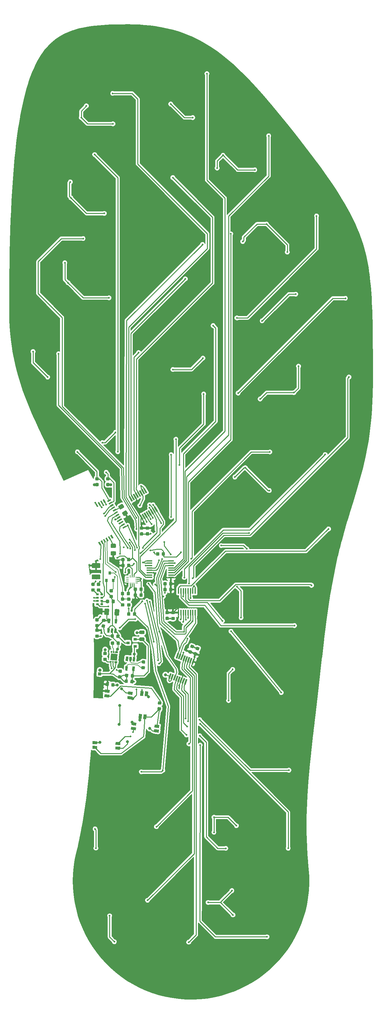
<source format=gbl>
G04 #@! TF.GenerationSoftware,KiCad,Pcbnew,(5.0.0)*
G04 #@! TF.CreationDate,2020-01-29T13:44:40+01:00*
G04 #@! TF.ProjectId,Insole_PCB,496E736F6C655F5043422E6B69636164,rev?*
G04 #@! TF.SameCoordinates,Original*
G04 #@! TF.FileFunction,Copper,L2,Bot,Signal*
G04 #@! TF.FilePolarity,Positive*
%FSLAX46Y46*%
G04 Gerber Fmt 4.6, Leading zero omitted, Abs format (unit mm)*
G04 Created by KiCad (PCBNEW (5.0.0)) date 01/29/20 13:44:40*
%MOMM*%
%LPD*%
G01*
G04 APERTURE LIST*
G04 #@! TA.AperFunction,ComponentPad*
%ADD10C,0.850000*%
G04 #@! TD*
G04 #@! TA.AperFunction,Conductor*
%ADD11C,0.850000*%
G04 #@! TD*
G04 #@! TA.AperFunction,Conductor*
%ADD12C,0.100000*%
G04 #@! TD*
G04 #@! TA.AperFunction,SMDPad,CuDef*
%ADD13R,0.675000X0.250000*%
G04 #@! TD*
G04 #@! TA.AperFunction,SMDPad,CuDef*
%ADD14R,0.250000X0.675000*%
G04 #@! TD*
G04 #@! TA.AperFunction,SMDPad,CuDef*
%ADD15C,0.875000*%
G04 #@! TD*
G04 #@! TA.AperFunction,SMDPad,CuDef*
%ADD16C,1.150000*%
G04 #@! TD*
G04 #@! TA.AperFunction,SMDPad,CuDef*
%ADD17C,0.450000*%
G04 #@! TD*
G04 #@! TA.AperFunction,SMDPad,CuDef*
%ADD18R,1.500000X0.450000*%
G04 #@! TD*
G04 #@! TA.AperFunction,SMDPad,CuDef*
%ADD19R,0.450000X1.500000*%
G04 #@! TD*
G04 #@! TA.AperFunction,SMDPad,CuDef*
%ADD20R,0.800000X0.900000*%
G04 #@! TD*
G04 #@! TA.AperFunction,SMDPad,CuDef*
%ADD21C,0.650000*%
G04 #@! TD*
G04 #@! TA.AperFunction,SMDPad,CuDef*
%ADD22C,0.410000*%
G04 #@! TD*
G04 #@! TA.AperFunction,SMDPad,CuDef*
%ADD23C,1.800000*%
G04 #@! TD*
G04 #@! TA.AperFunction,SMDPad,CuDef*
%ADD24C,0.500000*%
G04 #@! TD*
G04 #@! TA.AperFunction,SMDPad,CuDef*
%ADD25C,0.400000*%
G04 #@! TD*
G04 #@! TA.AperFunction,SMDPad,CuDef*
%ADD26C,0.800000*%
G04 #@! TD*
G04 #@! TA.AperFunction,SMDPad,CuDef*
%ADD27C,1.325000*%
G04 #@! TD*
G04 #@! TA.AperFunction,SMDPad,CuDef*
%ADD28C,1.250000*%
G04 #@! TD*
G04 #@! TA.AperFunction,SMDPad,CuDef*
%ADD29R,0.900000X0.800000*%
G04 #@! TD*
G04 #@! TA.AperFunction,SMDPad,CuDef*
%ADD30C,0.975000*%
G04 #@! TD*
G04 #@! TA.AperFunction,SMDPad,CuDef*
%ADD31R,0.800000X0.500000*%
G04 #@! TD*
G04 #@! TA.AperFunction,ViaPad*
%ADD32C,0.800000*%
G04 #@! TD*
G04 #@! TA.AperFunction,ViaPad*
%ADD33C,0.500000*%
G04 #@! TD*
G04 #@! TA.AperFunction,ViaPad*
%ADD34C,0.600000*%
G04 #@! TD*
G04 #@! TA.AperFunction,Conductor*
%ADD35C,0.250000*%
G04 #@! TD*
G04 #@! TA.AperFunction,Conductor*
%ADD36C,0.160000*%
G04 #@! TD*
G04 #@! TA.AperFunction,Conductor*
%ADD37C,0.200000*%
G04 #@! TD*
G04 APERTURE END LIST*
D10*
G04 #@! TO.P,J2,2*
G04 #@! TO.N,+BATT*
X186929209Y-191863143D03*
D11*
G04 #@! TD*
G04 #@! TO.N,+BATT*
G04 #@! TO.C,J2*
X186929209Y-191863143D02*
X186929209Y-191863143D01*
D10*
G04 #@! TO.P,J2,1*
G04 #@! TO.N,-BATT*
X186859453Y-192860707D03*
D12*
G04 #@! TD*
G04 #@! TO.N,-BATT*
G04 #@! TO.C,J2*
G36*
X187313064Y-192466389D02*
X187253771Y-193314318D01*
X186405842Y-193255025D01*
X186465135Y-192407096D01*
X187313064Y-192466389D01*
X187313064Y-192466389D01*
G37*
D13*
G04 #@! TO.P,U2,11*
G04 #@! TO.N,N/C*
X194486953Y-166460707D03*
G04 #@! TO.P,U2,10*
X194486953Y-166960707D03*
G04 #@! TO.P,U2,9*
X194486953Y-167460707D03*
G04 #@! TO.P,U2,8*
G04 #@! TO.N,+3V3*
X194486953Y-167960707D03*
G04 #@! TO.P,U2,4*
G04 #@! TO.N,N/C*
X197011953Y-167960707D03*
G04 #@! TO.P,U2,3*
G04 #@! TO.N,GND*
X197011953Y-167460707D03*
G04 #@! TO.P,U2,2*
X197011953Y-166960707D03*
G04 #@! TO.P,U2,1*
X197011953Y-166460707D03*
D14*
G04 #@! TO.P,U2,7*
X195249453Y-168223207D03*
G04 #@! TO.P,U2,6*
X195749453Y-168223207D03*
G04 #@! TO.P,U2,5*
G04 #@! TO.N,+3V3*
X196249453Y-168223207D03*
G04 #@! TO.P,U2,12*
G04 #@! TO.N,N/C*
X195249453Y-166198207D03*
G04 #@! TO.P,U2,14*
G04 #@! TO.N,/SDA*
X196249453Y-166198207D03*
G04 #@! TO.P,U2,13*
G04 #@! TO.N,/SCL*
X195749453Y-166198207D03*
G04 #@! TD*
D12*
G04 #@! TO.N,-BATT*
G04 #@! TO.C,C1*
G36*
X192169412Y-193241980D02*
X192680664Y-193277730D01*
X192701980Y-193280276D01*
X192722943Y-193284900D01*
X192743352Y-193291556D01*
X192763011Y-193300180D01*
X192781729Y-193310690D01*
X192799327Y-193322984D01*
X192815636Y-193336943D01*
X192830498Y-193352434D01*
X192843769Y-193369307D01*
X192855323Y-193387400D01*
X192865048Y-193406538D01*
X192872851Y-193426537D01*
X192878655Y-193447204D01*
X192882406Y-193468341D01*
X192884067Y-193489744D01*
X192883622Y-193511206D01*
X192853104Y-193947640D01*
X192850558Y-193968956D01*
X192845934Y-193989919D01*
X192839278Y-194010328D01*
X192830654Y-194029987D01*
X192820144Y-194048705D01*
X192807850Y-194066303D01*
X192793891Y-194082612D01*
X192778400Y-194097474D01*
X192761527Y-194110745D01*
X192743435Y-194122299D01*
X192724297Y-194132024D01*
X192704298Y-194139827D01*
X192683630Y-194145631D01*
X192662493Y-194149382D01*
X192641090Y-194151043D01*
X192619628Y-194150598D01*
X192108376Y-194114848D01*
X192087060Y-194112302D01*
X192066097Y-194107678D01*
X192045688Y-194101022D01*
X192026029Y-194092398D01*
X192007311Y-194081888D01*
X191989713Y-194069594D01*
X191973404Y-194055635D01*
X191958542Y-194040144D01*
X191945271Y-194023271D01*
X191933717Y-194005178D01*
X191923992Y-193986040D01*
X191916189Y-193966041D01*
X191910385Y-193945374D01*
X191906634Y-193924237D01*
X191904973Y-193902834D01*
X191905418Y-193881372D01*
X191935936Y-193444938D01*
X191938482Y-193423622D01*
X191943106Y-193402659D01*
X191949762Y-193382250D01*
X191958386Y-193362591D01*
X191968896Y-193343873D01*
X191981190Y-193326275D01*
X191995149Y-193309966D01*
X192010640Y-193295104D01*
X192027513Y-193281833D01*
X192045605Y-193270279D01*
X192064743Y-193260554D01*
X192084742Y-193252751D01*
X192105410Y-193246947D01*
X192126547Y-193243196D01*
X192147950Y-193241535D01*
X192169412Y-193241980D01*
X192169412Y-193241980D01*
G37*
D15*
G04 #@! TD*
G04 #@! TO.P,C1,2*
G04 #@! TO.N,-BATT*
X192394520Y-193696289D03*
D12*
G04 #@! TO.N,Net-(C1-Pad1)*
G04 #@! TO.C,C1*
G36*
X192279278Y-191670816D02*
X192790530Y-191706566D01*
X192811846Y-191709112D01*
X192832809Y-191713736D01*
X192853218Y-191720392D01*
X192872877Y-191729016D01*
X192891595Y-191739526D01*
X192909193Y-191751820D01*
X192925502Y-191765779D01*
X192940364Y-191781270D01*
X192953635Y-191798143D01*
X192965189Y-191816236D01*
X192974914Y-191835374D01*
X192982717Y-191855373D01*
X192988521Y-191876040D01*
X192992272Y-191897177D01*
X192993933Y-191918580D01*
X192993488Y-191940042D01*
X192962970Y-192376476D01*
X192960424Y-192397792D01*
X192955800Y-192418755D01*
X192949144Y-192439164D01*
X192940520Y-192458823D01*
X192930010Y-192477541D01*
X192917716Y-192495139D01*
X192903757Y-192511448D01*
X192888266Y-192526310D01*
X192871393Y-192539581D01*
X192853301Y-192551135D01*
X192834163Y-192560860D01*
X192814164Y-192568663D01*
X192793496Y-192574467D01*
X192772359Y-192578218D01*
X192750956Y-192579879D01*
X192729494Y-192579434D01*
X192218242Y-192543684D01*
X192196926Y-192541138D01*
X192175963Y-192536514D01*
X192155554Y-192529858D01*
X192135895Y-192521234D01*
X192117177Y-192510724D01*
X192099579Y-192498430D01*
X192083270Y-192484471D01*
X192068408Y-192468980D01*
X192055137Y-192452107D01*
X192043583Y-192434014D01*
X192033858Y-192414876D01*
X192026055Y-192394877D01*
X192020251Y-192374210D01*
X192016500Y-192353073D01*
X192014839Y-192331670D01*
X192015284Y-192310208D01*
X192045802Y-191873774D01*
X192048348Y-191852458D01*
X192052972Y-191831495D01*
X192059628Y-191811086D01*
X192068252Y-191791427D01*
X192078762Y-191772709D01*
X192091056Y-191755111D01*
X192105015Y-191738802D01*
X192120506Y-191723940D01*
X192137379Y-191710669D01*
X192155471Y-191699115D01*
X192174609Y-191689390D01*
X192194608Y-191681587D01*
X192215276Y-191675783D01*
X192236413Y-191672032D01*
X192257816Y-191670371D01*
X192279278Y-191670816D01*
X192279278Y-191670816D01*
G37*
D15*
G04 #@! TD*
G04 #@! TO.P,C1,1*
G04 #@! TO.N,Net-(C1-Pad1)*
X192504386Y-192125125D03*
D12*
G04 #@! TO.N,+3V3*
G04 #@! TO.C,C2*
G36*
X212976058Y-186889090D02*
X212997410Y-186891311D01*
X213018442Y-186895614D01*
X213038950Y-186901957D01*
X213520542Y-187077242D01*
X213540330Y-187085565D01*
X213559207Y-187095788D01*
X213576991Y-187107812D01*
X213593510Y-187121521D01*
X213608607Y-187136783D01*
X213622135Y-187153451D01*
X213633964Y-187171365D01*
X213643980Y-187190352D01*
X213652087Y-187210230D01*
X213658206Y-187230806D01*
X213662279Y-187251883D01*
X213664267Y-187273258D01*
X213664150Y-187294725D01*
X213661929Y-187316077D01*
X213657626Y-187337108D01*
X213651283Y-187357617D01*
X213501649Y-187768732D01*
X213493326Y-187788520D01*
X213483103Y-187807397D01*
X213471079Y-187825181D01*
X213457370Y-187841700D01*
X213442108Y-187856797D01*
X213425440Y-187870325D01*
X213407526Y-187882154D01*
X213388539Y-187892170D01*
X213368661Y-187900277D01*
X213348085Y-187906396D01*
X213327007Y-187910469D01*
X213305633Y-187912457D01*
X213284166Y-187912340D01*
X213262814Y-187910119D01*
X213241782Y-187905816D01*
X213221274Y-187899473D01*
X212739682Y-187724188D01*
X212719894Y-187715865D01*
X212701017Y-187705642D01*
X212683233Y-187693618D01*
X212666714Y-187679909D01*
X212651617Y-187664647D01*
X212638089Y-187647979D01*
X212626260Y-187630065D01*
X212616244Y-187611078D01*
X212608137Y-187591200D01*
X212602018Y-187570624D01*
X212597945Y-187549547D01*
X212595957Y-187528172D01*
X212596074Y-187506705D01*
X212598295Y-187485353D01*
X212602598Y-187464322D01*
X212608941Y-187443813D01*
X212758575Y-187032698D01*
X212766898Y-187012910D01*
X212777121Y-186994033D01*
X212789145Y-186976249D01*
X212802854Y-186959730D01*
X212818116Y-186944633D01*
X212834784Y-186931105D01*
X212852698Y-186919276D01*
X212871685Y-186909260D01*
X212891563Y-186901153D01*
X212912139Y-186895034D01*
X212933217Y-186890961D01*
X212954591Y-186888973D01*
X212976058Y-186889090D01*
X212976058Y-186889090D01*
G37*
D15*
G04 #@! TD*
G04 #@! TO.P,C2,2*
G04 #@! TO.N,+3V3*
X213130112Y-187400715D03*
D12*
G04 #@! TO.N,GND*
G04 #@! TO.C,C2*
G36*
X213514740Y-185409074D02*
X213536092Y-185411295D01*
X213557124Y-185415598D01*
X213577632Y-185421941D01*
X214059224Y-185597226D01*
X214079012Y-185605549D01*
X214097889Y-185615772D01*
X214115673Y-185627796D01*
X214132192Y-185641505D01*
X214147289Y-185656767D01*
X214160817Y-185673435D01*
X214172646Y-185691349D01*
X214182662Y-185710336D01*
X214190769Y-185730214D01*
X214196888Y-185750790D01*
X214200961Y-185771867D01*
X214202949Y-185793242D01*
X214202832Y-185814709D01*
X214200611Y-185836061D01*
X214196308Y-185857092D01*
X214189965Y-185877601D01*
X214040331Y-186288716D01*
X214032008Y-186308504D01*
X214021785Y-186327381D01*
X214009761Y-186345165D01*
X213996052Y-186361684D01*
X213980790Y-186376781D01*
X213964122Y-186390309D01*
X213946208Y-186402138D01*
X213927221Y-186412154D01*
X213907343Y-186420261D01*
X213886767Y-186426380D01*
X213865689Y-186430453D01*
X213844315Y-186432441D01*
X213822848Y-186432324D01*
X213801496Y-186430103D01*
X213780464Y-186425800D01*
X213759956Y-186419457D01*
X213278364Y-186244172D01*
X213258576Y-186235849D01*
X213239699Y-186225626D01*
X213221915Y-186213602D01*
X213205396Y-186199893D01*
X213190299Y-186184631D01*
X213176771Y-186167963D01*
X213164942Y-186150049D01*
X213154926Y-186131062D01*
X213146819Y-186111184D01*
X213140700Y-186090608D01*
X213136627Y-186069531D01*
X213134639Y-186048156D01*
X213134756Y-186026689D01*
X213136977Y-186005337D01*
X213141280Y-185984306D01*
X213147623Y-185963797D01*
X213297257Y-185552682D01*
X213305580Y-185532894D01*
X213315803Y-185514017D01*
X213327827Y-185496233D01*
X213341536Y-185479714D01*
X213356798Y-185464617D01*
X213373466Y-185451089D01*
X213391380Y-185439260D01*
X213410367Y-185429244D01*
X213430245Y-185421137D01*
X213450821Y-185415018D01*
X213471899Y-185410945D01*
X213493273Y-185408957D01*
X213514740Y-185409074D01*
X213514740Y-185409074D01*
G37*
D15*
G04 #@! TD*
G04 #@! TO.P,C2,1*
G04 #@! TO.N,GND*
X213668794Y-185920699D03*
D12*
G04 #@! TO.N,GND*
G04 #@! TO.C,C3*
G36*
X190139442Y-182003695D02*
X190576342Y-182026592D01*
X190597698Y-182028766D01*
X190618739Y-182033023D01*
X190639261Y-182039322D01*
X190659067Y-182047601D01*
X190677966Y-182057783D01*
X190695777Y-182069768D01*
X190712326Y-182083441D01*
X190727456Y-182098670D01*
X190741020Y-182115308D01*
X190752888Y-182133197D01*
X190762946Y-182152162D01*
X190771096Y-182172022D01*
X190777260Y-182192585D01*
X190781379Y-182213653D01*
X190783413Y-182235024D01*
X190783343Y-182256490D01*
X190756521Y-182768287D01*
X190754347Y-182789644D01*
X190750090Y-182810685D01*
X190743792Y-182831207D01*
X190735512Y-182851013D01*
X190725330Y-182869912D01*
X190713345Y-182887722D01*
X190699672Y-182904272D01*
X190684443Y-182919402D01*
X190667805Y-182932966D01*
X190649916Y-182944834D01*
X190630951Y-182954892D01*
X190611091Y-182963042D01*
X190590528Y-182969206D01*
X190569460Y-182973325D01*
X190548090Y-182975359D01*
X190526622Y-182975289D01*
X190089722Y-182952392D01*
X190068366Y-182950218D01*
X190047325Y-182945961D01*
X190026803Y-182939662D01*
X190006997Y-182931383D01*
X189988098Y-182921201D01*
X189970287Y-182909216D01*
X189953738Y-182895543D01*
X189938608Y-182880314D01*
X189925044Y-182863676D01*
X189913176Y-182845787D01*
X189903118Y-182826822D01*
X189894968Y-182806962D01*
X189888804Y-182786399D01*
X189884685Y-182765331D01*
X189882651Y-182743960D01*
X189882721Y-182722494D01*
X189909543Y-182210697D01*
X189911717Y-182189340D01*
X189915974Y-182168299D01*
X189922272Y-182147777D01*
X189930552Y-182127971D01*
X189940734Y-182109072D01*
X189952719Y-182091262D01*
X189966392Y-182074712D01*
X189981621Y-182059582D01*
X189998259Y-182046018D01*
X190016148Y-182034150D01*
X190035113Y-182024092D01*
X190054973Y-182015942D01*
X190075536Y-182009778D01*
X190096604Y-182005659D01*
X190117974Y-182003625D01*
X190139442Y-182003695D01*
X190139442Y-182003695D01*
G37*
D15*
G04 #@! TD*
G04 #@! TO.P,C3,1*
G04 #@! TO.N,GND*
X190333032Y-182489492D03*
D12*
G04 #@! TO.N,/+BATT_CUT*
G04 #@! TO.C,C3*
G36*
X191712284Y-182086125D02*
X192149184Y-182109022D01*
X192170540Y-182111196D01*
X192191581Y-182115453D01*
X192212103Y-182121752D01*
X192231909Y-182130031D01*
X192250808Y-182140213D01*
X192268619Y-182152198D01*
X192285168Y-182165871D01*
X192300298Y-182181100D01*
X192313862Y-182197738D01*
X192325730Y-182215627D01*
X192335788Y-182234592D01*
X192343938Y-182254452D01*
X192350102Y-182275015D01*
X192354221Y-182296083D01*
X192356255Y-182317454D01*
X192356185Y-182338920D01*
X192329363Y-182850717D01*
X192327189Y-182872074D01*
X192322932Y-182893115D01*
X192316634Y-182913637D01*
X192308354Y-182933443D01*
X192298172Y-182952342D01*
X192286187Y-182970152D01*
X192272514Y-182986702D01*
X192257285Y-183001832D01*
X192240647Y-183015396D01*
X192222758Y-183027264D01*
X192203793Y-183037322D01*
X192183933Y-183045472D01*
X192163370Y-183051636D01*
X192142302Y-183055755D01*
X192120932Y-183057789D01*
X192099464Y-183057719D01*
X191662564Y-183034822D01*
X191641208Y-183032648D01*
X191620167Y-183028391D01*
X191599645Y-183022092D01*
X191579839Y-183013813D01*
X191560940Y-183003631D01*
X191543129Y-182991646D01*
X191526580Y-182977973D01*
X191511450Y-182962744D01*
X191497886Y-182946106D01*
X191486018Y-182928217D01*
X191475960Y-182909252D01*
X191467810Y-182889392D01*
X191461646Y-182868829D01*
X191457527Y-182847761D01*
X191455493Y-182826390D01*
X191455563Y-182804924D01*
X191482385Y-182293127D01*
X191484559Y-182271770D01*
X191488816Y-182250729D01*
X191495114Y-182230207D01*
X191503394Y-182210401D01*
X191513576Y-182191502D01*
X191525561Y-182173692D01*
X191539234Y-182157142D01*
X191554463Y-182142012D01*
X191571101Y-182128448D01*
X191588990Y-182116580D01*
X191607955Y-182106522D01*
X191627815Y-182098372D01*
X191648378Y-182092208D01*
X191669446Y-182088089D01*
X191690816Y-182086055D01*
X191712284Y-182086125D01*
X191712284Y-182086125D01*
G37*
D15*
G04 #@! TD*
G04 #@! TO.P,C3,2*
G04 #@! TO.N,/+BATT_CUT*
X191905874Y-182571922D03*
D12*
G04 #@! TO.N,GND*
G04 #@! TO.C,C4*
G36*
X187657412Y-179329980D02*
X188168664Y-179365730D01*
X188189980Y-179368276D01*
X188210943Y-179372900D01*
X188231352Y-179379556D01*
X188251011Y-179388180D01*
X188269729Y-179398690D01*
X188287327Y-179410984D01*
X188303636Y-179424943D01*
X188318498Y-179440434D01*
X188331769Y-179457307D01*
X188343323Y-179475400D01*
X188353048Y-179494538D01*
X188360851Y-179514537D01*
X188366655Y-179535204D01*
X188370406Y-179556341D01*
X188372067Y-179577744D01*
X188371622Y-179599206D01*
X188341104Y-180035640D01*
X188338558Y-180056956D01*
X188333934Y-180077919D01*
X188327278Y-180098328D01*
X188318654Y-180117987D01*
X188308144Y-180136705D01*
X188295850Y-180154303D01*
X188281891Y-180170612D01*
X188266400Y-180185474D01*
X188249527Y-180198745D01*
X188231435Y-180210299D01*
X188212297Y-180220024D01*
X188192298Y-180227827D01*
X188171630Y-180233631D01*
X188150493Y-180237382D01*
X188129090Y-180239043D01*
X188107628Y-180238598D01*
X187596376Y-180202848D01*
X187575060Y-180200302D01*
X187554097Y-180195678D01*
X187533688Y-180189022D01*
X187514029Y-180180398D01*
X187495311Y-180169888D01*
X187477713Y-180157594D01*
X187461404Y-180143635D01*
X187446542Y-180128144D01*
X187433271Y-180111271D01*
X187421717Y-180093178D01*
X187411992Y-180074040D01*
X187404189Y-180054041D01*
X187398385Y-180033374D01*
X187394634Y-180012237D01*
X187392973Y-179990834D01*
X187393418Y-179969372D01*
X187423936Y-179532938D01*
X187426482Y-179511622D01*
X187431106Y-179490659D01*
X187437762Y-179470250D01*
X187446386Y-179450591D01*
X187456896Y-179431873D01*
X187469190Y-179414275D01*
X187483149Y-179397966D01*
X187498640Y-179383104D01*
X187515513Y-179369833D01*
X187533605Y-179358279D01*
X187552743Y-179348554D01*
X187572742Y-179340751D01*
X187593410Y-179334947D01*
X187614547Y-179331196D01*
X187635950Y-179329535D01*
X187657412Y-179329980D01*
X187657412Y-179329980D01*
G37*
D15*
G04 #@! TD*
G04 #@! TO.P,C4,2*
G04 #@! TO.N,GND*
X187882520Y-179784289D03*
D12*
G04 #@! TO.N,+3V3*
G04 #@! TO.C,C4*
G36*
X187767278Y-177758816D02*
X188278530Y-177794566D01*
X188299846Y-177797112D01*
X188320809Y-177801736D01*
X188341218Y-177808392D01*
X188360877Y-177817016D01*
X188379595Y-177827526D01*
X188397193Y-177839820D01*
X188413502Y-177853779D01*
X188428364Y-177869270D01*
X188441635Y-177886143D01*
X188453189Y-177904236D01*
X188462914Y-177923374D01*
X188470717Y-177943373D01*
X188476521Y-177964040D01*
X188480272Y-177985177D01*
X188481933Y-178006580D01*
X188481488Y-178028042D01*
X188450970Y-178464476D01*
X188448424Y-178485792D01*
X188443800Y-178506755D01*
X188437144Y-178527164D01*
X188428520Y-178546823D01*
X188418010Y-178565541D01*
X188405716Y-178583139D01*
X188391757Y-178599448D01*
X188376266Y-178614310D01*
X188359393Y-178627581D01*
X188341301Y-178639135D01*
X188322163Y-178648860D01*
X188302164Y-178656663D01*
X188281496Y-178662467D01*
X188260359Y-178666218D01*
X188238956Y-178667879D01*
X188217494Y-178667434D01*
X187706242Y-178631684D01*
X187684926Y-178629138D01*
X187663963Y-178624514D01*
X187643554Y-178617858D01*
X187623895Y-178609234D01*
X187605177Y-178598724D01*
X187587579Y-178586430D01*
X187571270Y-178572471D01*
X187556408Y-178556980D01*
X187543137Y-178540107D01*
X187531583Y-178522014D01*
X187521858Y-178502876D01*
X187514055Y-178482877D01*
X187508251Y-178462210D01*
X187504500Y-178441073D01*
X187502839Y-178419670D01*
X187503284Y-178398208D01*
X187533802Y-177961774D01*
X187536348Y-177940458D01*
X187540972Y-177919495D01*
X187547628Y-177899086D01*
X187556252Y-177879427D01*
X187566762Y-177860709D01*
X187579056Y-177843111D01*
X187593015Y-177826802D01*
X187608506Y-177811940D01*
X187625379Y-177798669D01*
X187643471Y-177787115D01*
X187662609Y-177777390D01*
X187682608Y-177769587D01*
X187703276Y-177763783D01*
X187724413Y-177760032D01*
X187745816Y-177758371D01*
X187767278Y-177758816D01*
X187767278Y-177758816D01*
G37*
D15*
G04 #@! TD*
G04 #@! TO.P,C4,1*
G04 #@! TO.N,+3V3*
X187992386Y-178213125D03*
D12*
G04 #@! TO.N,+3V3*
G04 #@! TO.C,C5*
G36*
X211526058Y-186339090D02*
X211547410Y-186341311D01*
X211568442Y-186345614D01*
X211588950Y-186351957D01*
X212070542Y-186527242D01*
X212090330Y-186535565D01*
X212109207Y-186545788D01*
X212126991Y-186557812D01*
X212143510Y-186571521D01*
X212158607Y-186586783D01*
X212172135Y-186603451D01*
X212183964Y-186621365D01*
X212193980Y-186640352D01*
X212202087Y-186660230D01*
X212208206Y-186680806D01*
X212212279Y-186701883D01*
X212214267Y-186723258D01*
X212214150Y-186744725D01*
X212211929Y-186766077D01*
X212207626Y-186787108D01*
X212201283Y-186807617D01*
X212051649Y-187218732D01*
X212043326Y-187238520D01*
X212033103Y-187257397D01*
X212021079Y-187275181D01*
X212007370Y-187291700D01*
X211992108Y-187306797D01*
X211975440Y-187320325D01*
X211957526Y-187332154D01*
X211938539Y-187342170D01*
X211918661Y-187350277D01*
X211898085Y-187356396D01*
X211877007Y-187360469D01*
X211855633Y-187362457D01*
X211834166Y-187362340D01*
X211812814Y-187360119D01*
X211791782Y-187355816D01*
X211771274Y-187349473D01*
X211289682Y-187174188D01*
X211269894Y-187165865D01*
X211251017Y-187155642D01*
X211233233Y-187143618D01*
X211216714Y-187129909D01*
X211201617Y-187114647D01*
X211188089Y-187097979D01*
X211176260Y-187080065D01*
X211166244Y-187061078D01*
X211158137Y-187041200D01*
X211152018Y-187020624D01*
X211147945Y-186999547D01*
X211145957Y-186978172D01*
X211146074Y-186956705D01*
X211148295Y-186935353D01*
X211152598Y-186914322D01*
X211158941Y-186893813D01*
X211308575Y-186482698D01*
X211316898Y-186462910D01*
X211327121Y-186444033D01*
X211339145Y-186426249D01*
X211352854Y-186409730D01*
X211368116Y-186394633D01*
X211384784Y-186381105D01*
X211402698Y-186369276D01*
X211421685Y-186359260D01*
X211441563Y-186351153D01*
X211462139Y-186345034D01*
X211483217Y-186340961D01*
X211504591Y-186338973D01*
X211526058Y-186339090D01*
X211526058Y-186339090D01*
G37*
D15*
G04 #@! TD*
G04 #@! TO.P,C5,2*
G04 #@! TO.N,+3V3*
X211680112Y-186850715D03*
D12*
G04 #@! TO.N,GND*
G04 #@! TO.C,C5*
G36*
X212064740Y-184859074D02*
X212086092Y-184861295D01*
X212107124Y-184865598D01*
X212127632Y-184871941D01*
X212609224Y-185047226D01*
X212629012Y-185055549D01*
X212647889Y-185065772D01*
X212665673Y-185077796D01*
X212682192Y-185091505D01*
X212697289Y-185106767D01*
X212710817Y-185123435D01*
X212722646Y-185141349D01*
X212732662Y-185160336D01*
X212740769Y-185180214D01*
X212746888Y-185200790D01*
X212750961Y-185221867D01*
X212752949Y-185243242D01*
X212752832Y-185264709D01*
X212750611Y-185286061D01*
X212746308Y-185307092D01*
X212739965Y-185327601D01*
X212590331Y-185738716D01*
X212582008Y-185758504D01*
X212571785Y-185777381D01*
X212559761Y-185795165D01*
X212546052Y-185811684D01*
X212530790Y-185826781D01*
X212514122Y-185840309D01*
X212496208Y-185852138D01*
X212477221Y-185862154D01*
X212457343Y-185870261D01*
X212436767Y-185876380D01*
X212415689Y-185880453D01*
X212394315Y-185882441D01*
X212372848Y-185882324D01*
X212351496Y-185880103D01*
X212330464Y-185875800D01*
X212309956Y-185869457D01*
X211828364Y-185694172D01*
X211808576Y-185685849D01*
X211789699Y-185675626D01*
X211771915Y-185663602D01*
X211755396Y-185649893D01*
X211740299Y-185634631D01*
X211726771Y-185617963D01*
X211714942Y-185600049D01*
X211704926Y-185581062D01*
X211696819Y-185561184D01*
X211690700Y-185540608D01*
X211686627Y-185519531D01*
X211684639Y-185498156D01*
X211684756Y-185476689D01*
X211686977Y-185455337D01*
X211691280Y-185434306D01*
X211697623Y-185413797D01*
X211847257Y-185002682D01*
X211855580Y-184982894D01*
X211865803Y-184964017D01*
X211877827Y-184946233D01*
X211891536Y-184929714D01*
X211906798Y-184914617D01*
X211923466Y-184901089D01*
X211941380Y-184889260D01*
X211960367Y-184879244D01*
X211980245Y-184871137D01*
X212000821Y-184865018D01*
X212021899Y-184860945D01*
X212043273Y-184858957D01*
X212064740Y-184859074D01*
X212064740Y-184859074D01*
G37*
D15*
G04 #@! TD*
G04 #@! TO.P,C5,1*
G04 #@! TO.N,GND*
X212218794Y-185370699D03*
D12*
G04 #@! TO.N,+3V3*
G04 #@! TO.C,C6*
G36*
X205627144Y-175674260D02*
X205648379Y-175677410D01*
X205669203Y-175682626D01*
X205689415Y-175689858D01*
X205708821Y-175699037D01*
X205727234Y-175710073D01*
X205744477Y-175722861D01*
X205760383Y-175737277D01*
X205774799Y-175753183D01*
X205787587Y-175770426D01*
X205798623Y-175788839D01*
X205807802Y-175808245D01*
X205815034Y-175828457D01*
X205820250Y-175849281D01*
X205823400Y-175870516D01*
X205824453Y-175891957D01*
X205824453Y-176329457D01*
X205823400Y-176350898D01*
X205820250Y-176372133D01*
X205815034Y-176392957D01*
X205807802Y-176413169D01*
X205798623Y-176432575D01*
X205787587Y-176450988D01*
X205774799Y-176468231D01*
X205760383Y-176484137D01*
X205744477Y-176498553D01*
X205727234Y-176511341D01*
X205708821Y-176522377D01*
X205689415Y-176531556D01*
X205669203Y-176538788D01*
X205648379Y-176544004D01*
X205627144Y-176547154D01*
X205605703Y-176548207D01*
X205093203Y-176548207D01*
X205071762Y-176547154D01*
X205050527Y-176544004D01*
X205029703Y-176538788D01*
X205009491Y-176531556D01*
X204990085Y-176522377D01*
X204971672Y-176511341D01*
X204954429Y-176498553D01*
X204938523Y-176484137D01*
X204924107Y-176468231D01*
X204911319Y-176450988D01*
X204900283Y-176432575D01*
X204891104Y-176413169D01*
X204883872Y-176392957D01*
X204878656Y-176372133D01*
X204875506Y-176350898D01*
X204874453Y-176329457D01*
X204874453Y-175891957D01*
X204875506Y-175870516D01*
X204878656Y-175849281D01*
X204883872Y-175828457D01*
X204891104Y-175808245D01*
X204900283Y-175788839D01*
X204911319Y-175770426D01*
X204924107Y-175753183D01*
X204938523Y-175737277D01*
X204954429Y-175722861D01*
X204971672Y-175710073D01*
X204990085Y-175699037D01*
X205009491Y-175689858D01*
X205029703Y-175682626D01*
X205050527Y-175677410D01*
X205071762Y-175674260D01*
X205093203Y-175673207D01*
X205605703Y-175673207D01*
X205627144Y-175674260D01*
X205627144Y-175674260D01*
G37*
D15*
G04 #@! TD*
G04 #@! TO.P,C6,2*
G04 #@! TO.N,+3V3*
X205349453Y-176110707D03*
D12*
G04 #@! TO.N,GND*
G04 #@! TO.C,C6*
G36*
X205627144Y-177249260D02*
X205648379Y-177252410D01*
X205669203Y-177257626D01*
X205689415Y-177264858D01*
X205708821Y-177274037D01*
X205727234Y-177285073D01*
X205744477Y-177297861D01*
X205760383Y-177312277D01*
X205774799Y-177328183D01*
X205787587Y-177345426D01*
X205798623Y-177363839D01*
X205807802Y-177383245D01*
X205815034Y-177403457D01*
X205820250Y-177424281D01*
X205823400Y-177445516D01*
X205824453Y-177466957D01*
X205824453Y-177904457D01*
X205823400Y-177925898D01*
X205820250Y-177947133D01*
X205815034Y-177967957D01*
X205807802Y-177988169D01*
X205798623Y-178007575D01*
X205787587Y-178025988D01*
X205774799Y-178043231D01*
X205760383Y-178059137D01*
X205744477Y-178073553D01*
X205727234Y-178086341D01*
X205708821Y-178097377D01*
X205689415Y-178106556D01*
X205669203Y-178113788D01*
X205648379Y-178119004D01*
X205627144Y-178122154D01*
X205605703Y-178123207D01*
X205093203Y-178123207D01*
X205071762Y-178122154D01*
X205050527Y-178119004D01*
X205029703Y-178113788D01*
X205009491Y-178106556D01*
X204990085Y-178097377D01*
X204971672Y-178086341D01*
X204954429Y-178073553D01*
X204938523Y-178059137D01*
X204924107Y-178043231D01*
X204911319Y-178025988D01*
X204900283Y-178007575D01*
X204891104Y-177988169D01*
X204883872Y-177967957D01*
X204878656Y-177947133D01*
X204875506Y-177925898D01*
X204874453Y-177904457D01*
X204874453Y-177466957D01*
X204875506Y-177445516D01*
X204878656Y-177424281D01*
X204883872Y-177403457D01*
X204891104Y-177383245D01*
X204900283Y-177363839D01*
X204911319Y-177345426D01*
X204924107Y-177328183D01*
X204938523Y-177312277D01*
X204954429Y-177297861D01*
X204971672Y-177285073D01*
X204990085Y-177274037D01*
X205009491Y-177264858D01*
X205029703Y-177257626D01*
X205050527Y-177252410D01*
X205071762Y-177249260D01*
X205093203Y-177248207D01*
X205605703Y-177248207D01*
X205627144Y-177249260D01*
X205627144Y-177249260D01*
G37*
D15*
G04 #@! TD*
G04 #@! TO.P,C6,1*
G04 #@! TO.N,GND*
X205349453Y-177685707D03*
D12*
G04 #@! TO.N,+3V3*
G04 #@! TO.C,C7*
G36*
X207227144Y-175686760D02*
X207248379Y-175689910D01*
X207269203Y-175695126D01*
X207289415Y-175702358D01*
X207308821Y-175711537D01*
X207327234Y-175722573D01*
X207344477Y-175735361D01*
X207360383Y-175749777D01*
X207374799Y-175765683D01*
X207387587Y-175782926D01*
X207398623Y-175801339D01*
X207407802Y-175820745D01*
X207415034Y-175840957D01*
X207420250Y-175861781D01*
X207423400Y-175883016D01*
X207424453Y-175904457D01*
X207424453Y-176341957D01*
X207423400Y-176363398D01*
X207420250Y-176384633D01*
X207415034Y-176405457D01*
X207407802Y-176425669D01*
X207398623Y-176445075D01*
X207387587Y-176463488D01*
X207374799Y-176480731D01*
X207360383Y-176496637D01*
X207344477Y-176511053D01*
X207327234Y-176523841D01*
X207308821Y-176534877D01*
X207289415Y-176544056D01*
X207269203Y-176551288D01*
X207248379Y-176556504D01*
X207227144Y-176559654D01*
X207205703Y-176560707D01*
X206693203Y-176560707D01*
X206671762Y-176559654D01*
X206650527Y-176556504D01*
X206629703Y-176551288D01*
X206609491Y-176544056D01*
X206590085Y-176534877D01*
X206571672Y-176523841D01*
X206554429Y-176511053D01*
X206538523Y-176496637D01*
X206524107Y-176480731D01*
X206511319Y-176463488D01*
X206500283Y-176445075D01*
X206491104Y-176425669D01*
X206483872Y-176405457D01*
X206478656Y-176384633D01*
X206475506Y-176363398D01*
X206474453Y-176341957D01*
X206474453Y-175904457D01*
X206475506Y-175883016D01*
X206478656Y-175861781D01*
X206483872Y-175840957D01*
X206491104Y-175820745D01*
X206500283Y-175801339D01*
X206511319Y-175782926D01*
X206524107Y-175765683D01*
X206538523Y-175749777D01*
X206554429Y-175735361D01*
X206571672Y-175722573D01*
X206590085Y-175711537D01*
X206609491Y-175702358D01*
X206629703Y-175695126D01*
X206650527Y-175689910D01*
X206671762Y-175686760D01*
X206693203Y-175685707D01*
X207205703Y-175685707D01*
X207227144Y-175686760D01*
X207227144Y-175686760D01*
G37*
D15*
G04 #@! TD*
G04 #@! TO.P,C7,2*
G04 #@! TO.N,+3V3*
X206949453Y-176123207D03*
D12*
G04 #@! TO.N,GND*
G04 #@! TO.C,C7*
G36*
X207227144Y-177261760D02*
X207248379Y-177264910D01*
X207269203Y-177270126D01*
X207289415Y-177277358D01*
X207308821Y-177286537D01*
X207327234Y-177297573D01*
X207344477Y-177310361D01*
X207360383Y-177324777D01*
X207374799Y-177340683D01*
X207387587Y-177357926D01*
X207398623Y-177376339D01*
X207407802Y-177395745D01*
X207415034Y-177415957D01*
X207420250Y-177436781D01*
X207423400Y-177458016D01*
X207424453Y-177479457D01*
X207424453Y-177916957D01*
X207423400Y-177938398D01*
X207420250Y-177959633D01*
X207415034Y-177980457D01*
X207407802Y-178000669D01*
X207398623Y-178020075D01*
X207387587Y-178038488D01*
X207374799Y-178055731D01*
X207360383Y-178071637D01*
X207344477Y-178086053D01*
X207327234Y-178098841D01*
X207308821Y-178109877D01*
X207289415Y-178119056D01*
X207269203Y-178126288D01*
X207248379Y-178131504D01*
X207227144Y-178134654D01*
X207205703Y-178135707D01*
X206693203Y-178135707D01*
X206671762Y-178134654D01*
X206650527Y-178131504D01*
X206629703Y-178126288D01*
X206609491Y-178119056D01*
X206590085Y-178109877D01*
X206571672Y-178098841D01*
X206554429Y-178086053D01*
X206538523Y-178071637D01*
X206524107Y-178055731D01*
X206511319Y-178038488D01*
X206500283Y-178020075D01*
X206491104Y-178000669D01*
X206483872Y-177980457D01*
X206478656Y-177959633D01*
X206475506Y-177938398D01*
X206474453Y-177916957D01*
X206474453Y-177479457D01*
X206475506Y-177458016D01*
X206478656Y-177436781D01*
X206483872Y-177415957D01*
X206491104Y-177395745D01*
X206500283Y-177376339D01*
X206511319Y-177357926D01*
X206524107Y-177340683D01*
X206538523Y-177324777D01*
X206554429Y-177310361D01*
X206571672Y-177297573D01*
X206590085Y-177286537D01*
X206609491Y-177277358D01*
X206629703Y-177270126D01*
X206650527Y-177264910D01*
X206671762Y-177261760D01*
X206693203Y-177260707D01*
X207205703Y-177260707D01*
X207227144Y-177261760D01*
X207227144Y-177261760D01*
G37*
D15*
G04 #@! TD*
G04 #@! TO.P,C7,1*
G04 #@! TO.N,GND*
X206949453Y-177698207D03*
D12*
G04 #@! TO.N,+3V3*
G04 #@! TO.C,C8*
G36*
X206589644Y-169336760D02*
X206610879Y-169339910D01*
X206631703Y-169345126D01*
X206651915Y-169352358D01*
X206671321Y-169361537D01*
X206689734Y-169372573D01*
X206706977Y-169385361D01*
X206722883Y-169399777D01*
X206737299Y-169415683D01*
X206750087Y-169432926D01*
X206761123Y-169451339D01*
X206770302Y-169470745D01*
X206777534Y-169490957D01*
X206782750Y-169511781D01*
X206785900Y-169533016D01*
X206786953Y-169554457D01*
X206786953Y-170066957D01*
X206785900Y-170088398D01*
X206782750Y-170109633D01*
X206777534Y-170130457D01*
X206770302Y-170150669D01*
X206761123Y-170170075D01*
X206750087Y-170188488D01*
X206737299Y-170205731D01*
X206722883Y-170221637D01*
X206706977Y-170236053D01*
X206689734Y-170248841D01*
X206671321Y-170259877D01*
X206651915Y-170269056D01*
X206631703Y-170276288D01*
X206610879Y-170281504D01*
X206589644Y-170284654D01*
X206568203Y-170285707D01*
X206130703Y-170285707D01*
X206109262Y-170284654D01*
X206088027Y-170281504D01*
X206067203Y-170276288D01*
X206046991Y-170269056D01*
X206027585Y-170259877D01*
X206009172Y-170248841D01*
X205991929Y-170236053D01*
X205976023Y-170221637D01*
X205961607Y-170205731D01*
X205948819Y-170188488D01*
X205937783Y-170170075D01*
X205928604Y-170150669D01*
X205921372Y-170130457D01*
X205916156Y-170109633D01*
X205913006Y-170088398D01*
X205911953Y-170066957D01*
X205911953Y-169554457D01*
X205913006Y-169533016D01*
X205916156Y-169511781D01*
X205921372Y-169490957D01*
X205928604Y-169470745D01*
X205937783Y-169451339D01*
X205948819Y-169432926D01*
X205961607Y-169415683D01*
X205976023Y-169399777D01*
X205991929Y-169385361D01*
X206009172Y-169372573D01*
X206027585Y-169361537D01*
X206046991Y-169352358D01*
X206067203Y-169345126D01*
X206088027Y-169339910D01*
X206109262Y-169336760D01*
X206130703Y-169335707D01*
X206568203Y-169335707D01*
X206589644Y-169336760D01*
X206589644Y-169336760D01*
G37*
D15*
G04 #@! TD*
G04 #@! TO.P,C8,2*
G04 #@! TO.N,+3V3*
X206349453Y-169810707D03*
D12*
G04 #@! TO.N,GND*
G04 #@! TO.C,C8*
G36*
X205014644Y-169336760D02*
X205035879Y-169339910D01*
X205056703Y-169345126D01*
X205076915Y-169352358D01*
X205096321Y-169361537D01*
X205114734Y-169372573D01*
X205131977Y-169385361D01*
X205147883Y-169399777D01*
X205162299Y-169415683D01*
X205175087Y-169432926D01*
X205186123Y-169451339D01*
X205195302Y-169470745D01*
X205202534Y-169490957D01*
X205207750Y-169511781D01*
X205210900Y-169533016D01*
X205211953Y-169554457D01*
X205211953Y-170066957D01*
X205210900Y-170088398D01*
X205207750Y-170109633D01*
X205202534Y-170130457D01*
X205195302Y-170150669D01*
X205186123Y-170170075D01*
X205175087Y-170188488D01*
X205162299Y-170205731D01*
X205147883Y-170221637D01*
X205131977Y-170236053D01*
X205114734Y-170248841D01*
X205096321Y-170259877D01*
X205076915Y-170269056D01*
X205056703Y-170276288D01*
X205035879Y-170281504D01*
X205014644Y-170284654D01*
X204993203Y-170285707D01*
X204555703Y-170285707D01*
X204534262Y-170284654D01*
X204513027Y-170281504D01*
X204492203Y-170276288D01*
X204471991Y-170269056D01*
X204452585Y-170259877D01*
X204434172Y-170248841D01*
X204416929Y-170236053D01*
X204401023Y-170221637D01*
X204386607Y-170205731D01*
X204373819Y-170188488D01*
X204362783Y-170170075D01*
X204353604Y-170150669D01*
X204346372Y-170130457D01*
X204341156Y-170109633D01*
X204338006Y-170088398D01*
X204336953Y-170066957D01*
X204336953Y-169554457D01*
X204338006Y-169533016D01*
X204341156Y-169511781D01*
X204346372Y-169490957D01*
X204353604Y-169470745D01*
X204362783Y-169451339D01*
X204373819Y-169432926D01*
X204386607Y-169415683D01*
X204401023Y-169399777D01*
X204416929Y-169385361D01*
X204434172Y-169372573D01*
X204452585Y-169361537D01*
X204471991Y-169352358D01*
X204492203Y-169345126D01*
X204513027Y-169339910D01*
X204534262Y-169336760D01*
X204555703Y-169335707D01*
X204993203Y-169335707D01*
X205014644Y-169336760D01*
X205014644Y-169336760D01*
G37*
D15*
G04 #@! TD*
G04 #@! TO.P,C8,1*
G04 #@! TO.N,GND*
X204774453Y-169810707D03*
D12*
G04 #@! TO.N,+3V3*
G04 #@! TO.C,C9*
G36*
X206589644Y-167736760D02*
X206610879Y-167739910D01*
X206631703Y-167745126D01*
X206651915Y-167752358D01*
X206671321Y-167761537D01*
X206689734Y-167772573D01*
X206706977Y-167785361D01*
X206722883Y-167799777D01*
X206737299Y-167815683D01*
X206750087Y-167832926D01*
X206761123Y-167851339D01*
X206770302Y-167870745D01*
X206777534Y-167890957D01*
X206782750Y-167911781D01*
X206785900Y-167933016D01*
X206786953Y-167954457D01*
X206786953Y-168466957D01*
X206785900Y-168488398D01*
X206782750Y-168509633D01*
X206777534Y-168530457D01*
X206770302Y-168550669D01*
X206761123Y-168570075D01*
X206750087Y-168588488D01*
X206737299Y-168605731D01*
X206722883Y-168621637D01*
X206706977Y-168636053D01*
X206689734Y-168648841D01*
X206671321Y-168659877D01*
X206651915Y-168669056D01*
X206631703Y-168676288D01*
X206610879Y-168681504D01*
X206589644Y-168684654D01*
X206568203Y-168685707D01*
X206130703Y-168685707D01*
X206109262Y-168684654D01*
X206088027Y-168681504D01*
X206067203Y-168676288D01*
X206046991Y-168669056D01*
X206027585Y-168659877D01*
X206009172Y-168648841D01*
X205991929Y-168636053D01*
X205976023Y-168621637D01*
X205961607Y-168605731D01*
X205948819Y-168588488D01*
X205937783Y-168570075D01*
X205928604Y-168550669D01*
X205921372Y-168530457D01*
X205916156Y-168509633D01*
X205913006Y-168488398D01*
X205911953Y-168466957D01*
X205911953Y-167954457D01*
X205913006Y-167933016D01*
X205916156Y-167911781D01*
X205921372Y-167890957D01*
X205928604Y-167870745D01*
X205937783Y-167851339D01*
X205948819Y-167832926D01*
X205961607Y-167815683D01*
X205976023Y-167799777D01*
X205991929Y-167785361D01*
X206009172Y-167772573D01*
X206027585Y-167761537D01*
X206046991Y-167752358D01*
X206067203Y-167745126D01*
X206088027Y-167739910D01*
X206109262Y-167736760D01*
X206130703Y-167735707D01*
X206568203Y-167735707D01*
X206589644Y-167736760D01*
X206589644Y-167736760D01*
G37*
D15*
G04 #@! TD*
G04 #@! TO.P,C9,2*
G04 #@! TO.N,+3V3*
X206349453Y-168210707D03*
D12*
G04 #@! TO.N,GND*
G04 #@! TO.C,C9*
G36*
X205014644Y-167736760D02*
X205035879Y-167739910D01*
X205056703Y-167745126D01*
X205076915Y-167752358D01*
X205096321Y-167761537D01*
X205114734Y-167772573D01*
X205131977Y-167785361D01*
X205147883Y-167799777D01*
X205162299Y-167815683D01*
X205175087Y-167832926D01*
X205186123Y-167851339D01*
X205195302Y-167870745D01*
X205202534Y-167890957D01*
X205207750Y-167911781D01*
X205210900Y-167933016D01*
X205211953Y-167954457D01*
X205211953Y-168466957D01*
X205210900Y-168488398D01*
X205207750Y-168509633D01*
X205202534Y-168530457D01*
X205195302Y-168550669D01*
X205186123Y-168570075D01*
X205175087Y-168588488D01*
X205162299Y-168605731D01*
X205147883Y-168621637D01*
X205131977Y-168636053D01*
X205114734Y-168648841D01*
X205096321Y-168659877D01*
X205076915Y-168669056D01*
X205056703Y-168676288D01*
X205035879Y-168681504D01*
X205014644Y-168684654D01*
X204993203Y-168685707D01*
X204555703Y-168685707D01*
X204534262Y-168684654D01*
X204513027Y-168681504D01*
X204492203Y-168676288D01*
X204471991Y-168669056D01*
X204452585Y-168659877D01*
X204434172Y-168648841D01*
X204416929Y-168636053D01*
X204401023Y-168621637D01*
X204386607Y-168605731D01*
X204373819Y-168588488D01*
X204362783Y-168570075D01*
X204353604Y-168550669D01*
X204346372Y-168530457D01*
X204341156Y-168509633D01*
X204338006Y-168488398D01*
X204336953Y-168466957D01*
X204336953Y-167954457D01*
X204338006Y-167933016D01*
X204341156Y-167911781D01*
X204346372Y-167890957D01*
X204353604Y-167870745D01*
X204362783Y-167851339D01*
X204373819Y-167832926D01*
X204386607Y-167815683D01*
X204401023Y-167799777D01*
X204416929Y-167785361D01*
X204434172Y-167772573D01*
X204452585Y-167761537D01*
X204471991Y-167752358D01*
X204492203Y-167745126D01*
X204513027Y-167739910D01*
X204534262Y-167736760D01*
X204555703Y-167735707D01*
X204993203Y-167735707D01*
X205014644Y-167736760D01*
X205014644Y-167736760D01*
G37*
D15*
G04 #@! TD*
G04 #@! TO.P,C9,1*
G04 #@! TO.N,GND*
X204774453Y-168210707D03*
D12*
G04 #@! TO.N,+3V3*
G04 #@! TO.C,C10*
G36*
X200252144Y-152549260D02*
X200273379Y-152552410D01*
X200294203Y-152557626D01*
X200314415Y-152564858D01*
X200333821Y-152574037D01*
X200352234Y-152585073D01*
X200369477Y-152597861D01*
X200385383Y-152612277D01*
X200399799Y-152628183D01*
X200412587Y-152645426D01*
X200423623Y-152663839D01*
X200432802Y-152683245D01*
X200440034Y-152703457D01*
X200445250Y-152724281D01*
X200448400Y-152745516D01*
X200449453Y-152766957D01*
X200449453Y-153204457D01*
X200448400Y-153225898D01*
X200445250Y-153247133D01*
X200440034Y-153267957D01*
X200432802Y-153288169D01*
X200423623Y-153307575D01*
X200412587Y-153325988D01*
X200399799Y-153343231D01*
X200385383Y-153359137D01*
X200369477Y-153373553D01*
X200352234Y-153386341D01*
X200333821Y-153397377D01*
X200314415Y-153406556D01*
X200294203Y-153413788D01*
X200273379Y-153419004D01*
X200252144Y-153422154D01*
X200230703Y-153423207D01*
X199718203Y-153423207D01*
X199696762Y-153422154D01*
X199675527Y-153419004D01*
X199654703Y-153413788D01*
X199634491Y-153406556D01*
X199615085Y-153397377D01*
X199596672Y-153386341D01*
X199579429Y-153373553D01*
X199563523Y-153359137D01*
X199549107Y-153343231D01*
X199536319Y-153325988D01*
X199525283Y-153307575D01*
X199516104Y-153288169D01*
X199508872Y-153267957D01*
X199503656Y-153247133D01*
X199500506Y-153225898D01*
X199499453Y-153204457D01*
X199499453Y-152766957D01*
X199500506Y-152745516D01*
X199503656Y-152724281D01*
X199508872Y-152703457D01*
X199516104Y-152683245D01*
X199525283Y-152663839D01*
X199536319Y-152645426D01*
X199549107Y-152628183D01*
X199563523Y-152612277D01*
X199579429Y-152597861D01*
X199596672Y-152585073D01*
X199615085Y-152574037D01*
X199634491Y-152564858D01*
X199654703Y-152557626D01*
X199675527Y-152552410D01*
X199696762Y-152549260D01*
X199718203Y-152548207D01*
X200230703Y-152548207D01*
X200252144Y-152549260D01*
X200252144Y-152549260D01*
G37*
D15*
G04 #@! TD*
G04 #@! TO.P,C10,2*
G04 #@! TO.N,+3V3*
X199974453Y-152985707D03*
D12*
G04 #@! TO.N,GND*
G04 #@! TO.C,C10*
G36*
X200252144Y-154124260D02*
X200273379Y-154127410D01*
X200294203Y-154132626D01*
X200314415Y-154139858D01*
X200333821Y-154149037D01*
X200352234Y-154160073D01*
X200369477Y-154172861D01*
X200385383Y-154187277D01*
X200399799Y-154203183D01*
X200412587Y-154220426D01*
X200423623Y-154238839D01*
X200432802Y-154258245D01*
X200440034Y-154278457D01*
X200445250Y-154299281D01*
X200448400Y-154320516D01*
X200449453Y-154341957D01*
X200449453Y-154779457D01*
X200448400Y-154800898D01*
X200445250Y-154822133D01*
X200440034Y-154842957D01*
X200432802Y-154863169D01*
X200423623Y-154882575D01*
X200412587Y-154900988D01*
X200399799Y-154918231D01*
X200385383Y-154934137D01*
X200369477Y-154948553D01*
X200352234Y-154961341D01*
X200333821Y-154972377D01*
X200314415Y-154981556D01*
X200294203Y-154988788D01*
X200273379Y-154994004D01*
X200252144Y-154997154D01*
X200230703Y-154998207D01*
X199718203Y-154998207D01*
X199696762Y-154997154D01*
X199675527Y-154994004D01*
X199654703Y-154988788D01*
X199634491Y-154981556D01*
X199615085Y-154972377D01*
X199596672Y-154961341D01*
X199579429Y-154948553D01*
X199563523Y-154934137D01*
X199549107Y-154918231D01*
X199536319Y-154900988D01*
X199525283Y-154882575D01*
X199516104Y-154863169D01*
X199508872Y-154842957D01*
X199503656Y-154822133D01*
X199500506Y-154800898D01*
X199499453Y-154779457D01*
X199499453Y-154341957D01*
X199500506Y-154320516D01*
X199503656Y-154299281D01*
X199508872Y-154278457D01*
X199516104Y-154258245D01*
X199525283Y-154238839D01*
X199536319Y-154220426D01*
X199549107Y-154203183D01*
X199563523Y-154187277D01*
X199579429Y-154172861D01*
X199596672Y-154160073D01*
X199615085Y-154149037D01*
X199634491Y-154139858D01*
X199654703Y-154132626D01*
X199675527Y-154127410D01*
X199696762Y-154124260D01*
X199718203Y-154123207D01*
X200230703Y-154123207D01*
X200252144Y-154124260D01*
X200252144Y-154124260D01*
G37*
D15*
G04 #@! TD*
G04 #@! TO.P,C10,1*
G04 #@! TO.N,GND*
X199974453Y-154560707D03*
D12*
G04 #@! TO.N,+3V3*
G04 #@! TO.C,C11*
G36*
X198627144Y-152561760D02*
X198648379Y-152564910D01*
X198669203Y-152570126D01*
X198689415Y-152577358D01*
X198708821Y-152586537D01*
X198727234Y-152597573D01*
X198744477Y-152610361D01*
X198760383Y-152624777D01*
X198774799Y-152640683D01*
X198787587Y-152657926D01*
X198798623Y-152676339D01*
X198807802Y-152695745D01*
X198815034Y-152715957D01*
X198820250Y-152736781D01*
X198823400Y-152758016D01*
X198824453Y-152779457D01*
X198824453Y-153216957D01*
X198823400Y-153238398D01*
X198820250Y-153259633D01*
X198815034Y-153280457D01*
X198807802Y-153300669D01*
X198798623Y-153320075D01*
X198787587Y-153338488D01*
X198774799Y-153355731D01*
X198760383Y-153371637D01*
X198744477Y-153386053D01*
X198727234Y-153398841D01*
X198708821Y-153409877D01*
X198689415Y-153419056D01*
X198669203Y-153426288D01*
X198648379Y-153431504D01*
X198627144Y-153434654D01*
X198605703Y-153435707D01*
X198093203Y-153435707D01*
X198071762Y-153434654D01*
X198050527Y-153431504D01*
X198029703Y-153426288D01*
X198009491Y-153419056D01*
X197990085Y-153409877D01*
X197971672Y-153398841D01*
X197954429Y-153386053D01*
X197938523Y-153371637D01*
X197924107Y-153355731D01*
X197911319Y-153338488D01*
X197900283Y-153320075D01*
X197891104Y-153300669D01*
X197883872Y-153280457D01*
X197878656Y-153259633D01*
X197875506Y-153238398D01*
X197874453Y-153216957D01*
X197874453Y-152779457D01*
X197875506Y-152758016D01*
X197878656Y-152736781D01*
X197883872Y-152715957D01*
X197891104Y-152695745D01*
X197900283Y-152676339D01*
X197911319Y-152657926D01*
X197924107Y-152640683D01*
X197938523Y-152624777D01*
X197954429Y-152610361D01*
X197971672Y-152597573D01*
X197990085Y-152586537D01*
X198009491Y-152577358D01*
X198029703Y-152570126D01*
X198050527Y-152564910D01*
X198071762Y-152561760D01*
X198093203Y-152560707D01*
X198605703Y-152560707D01*
X198627144Y-152561760D01*
X198627144Y-152561760D01*
G37*
D15*
G04 #@! TD*
G04 #@! TO.P,C11,2*
G04 #@! TO.N,+3V3*
X198349453Y-152998207D03*
D12*
G04 #@! TO.N,GND*
G04 #@! TO.C,C11*
G36*
X198627144Y-154136760D02*
X198648379Y-154139910D01*
X198669203Y-154145126D01*
X198689415Y-154152358D01*
X198708821Y-154161537D01*
X198727234Y-154172573D01*
X198744477Y-154185361D01*
X198760383Y-154199777D01*
X198774799Y-154215683D01*
X198787587Y-154232926D01*
X198798623Y-154251339D01*
X198807802Y-154270745D01*
X198815034Y-154290957D01*
X198820250Y-154311781D01*
X198823400Y-154333016D01*
X198824453Y-154354457D01*
X198824453Y-154791957D01*
X198823400Y-154813398D01*
X198820250Y-154834633D01*
X198815034Y-154855457D01*
X198807802Y-154875669D01*
X198798623Y-154895075D01*
X198787587Y-154913488D01*
X198774799Y-154930731D01*
X198760383Y-154946637D01*
X198744477Y-154961053D01*
X198727234Y-154973841D01*
X198708821Y-154984877D01*
X198689415Y-154994056D01*
X198669203Y-155001288D01*
X198648379Y-155006504D01*
X198627144Y-155009654D01*
X198605703Y-155010707D01*
X198093203Y-155010707D01*
X198071762Y-155009654D01*
X198050527Y-155006504D01*
X198029703Y-155001288D01*
X198009491Y-154994056D01*
X197990085Y-154984877D01*
X197971672Y-154973841D01*
X197954429Y-154961053D01*
X197938523Y-154946637D01*
X197924107Y-154930731D01*
X197911319Y-154913488D01*
X197900283Y-154895075D01*
X197891104Y-154875669D01*
X197883872Y-154855457D01*
X197878656Y-154834633D01*
X197875506Y-154813398D01*
X197874453Y-154791957D01*
X197874453Y-154354457D01*
X197875506Y-154333016D01*
X197878656Y-154311781D01*
X197883872Y-154290957D01*
X197891104Y-154270745D01*
X197900283Y-154251339D01*
X197911319Y-154232926D01*
X197924107Y-154215683D01*
X197938523Y-154199777D01*
X197954429Y-154185361D01*
X197971672Y-154172573D01*
X197990085Y-154161537D01*
X198009491Y-154152358D01*
X198029703Y-154145126D01*
X198050527Y-154139910D01*
X198071762Y-154136760D01*
X198093203Y-154135707D01*
X198605703Y-154135707D01*
X198627144Y-154136760D01*
X198627144Y-154136760D01*
G37*
D15*
G04 #@! TD*
G04 #@! TO.P,C11,1*
G04 #@! TO.N,GND*
X198349453Y-154573207D03*
D12*
G04 #@! TO.N,+3V3*
G04 #@! TO.C,C12*
G36*
X196889644Y-170836760D02*
X196910879Y-170839910D01*
X196931703Y-170845126D01*
X196951915Y-170852358D01*
X196971321Y-170861537D01*
X196989734Y-170872573D01*
X197006977Y-170885361D01*
X197022883Y-170899777D01*
X197037299Y-170915683D01*
X197050087Y-170932926D01*
X197061123Y-170951339D01*
X197070302Y-170970745D01*
X197077534Y-170990957D01*
X197082750Y-171011781D01*
X197085900Y-171033016D01*
X197086953Y-171054457D01*
X197086953Y-171566957D01*
X197085900Y-171588398D01*
X197082750Y-171609633D01*
X197077534Y-171630457D01*
X197070302Y-171650669D01*
X197061123Y-171670075D01*
X197050087Y-171688488D01*
X197037299Y-171705731D01*
X197022883Y-171721637D01*
X197006977Y-171736053D01*
X196989734Y-171748841D01*
X196971321Y-171759877D01*
X196951915Y-171769056D01*
X196931703Y-171776288D01*
X196910879Y-171781504D01*
X196889644Y-171784654D01*
X196868203Y-171785707D01*
X196430703Y-171785707D01*
X196409262Y-171784654D01*
X196388027Y-171781504D01*
X196367203Y-171776288D01*
X196346991Y-171769056D01*
X196327585Y-171759877D01*
X196309172Y-171748841D01*
X196291929Y-171736053D01*
X196276023Y-171721637D01*
X196261607Y-171705731D01*
X196248819Y-171688488D01*
X196237783Y-171670075D01*
X196228604Y-171650669D01*
X196221372Y-171630457D01*
X196216156Y-171609633D01*
X196213006Y-171588398D01*
X196211953Y-171566957D01*
X196211953Y-171054457D01*
X196213006Y-171033016D01*
X196216156Y-171011781D01*
X196221372Y-170990957D01*
X196228604Y-170970745D01*
X196237783Y-170951339D01*
X196248819Y-170932926D01*
X196261607Y-170915683D01*
X196276023Y-170899777D01*
X196291929Y-170885361D01*
X196309172Y-170872573D01*
X196327585Y-170861537D01*
X196346991Y-170852358D01*
X196367203Y-170845126D01*
X196388027Y-170839910D01*
X196409262Y-170836760D01*
X196430703Y-170835707D01*
X196868203Y-170835707D01*
X196889644Y-170836760D01*
X196889644Y-170836760D01*
G37*
D15*
G04 #@! TD*
G04 #@! TO.P,C12,2*
G04 #@! TO.N,+3V3*
X196649453Y-171310707D03*
D12*
G04 #@! TO.N,GND*
G04 #@! TO.C,C12*
G36*
X198464644Y-170836760D02*
X198485879Y-170839910D01*
X198506703Y-170845126D01*
X198526915Y-170852358D01*
X198546321Y-170861537D01*
X198564734Y-170872573D01*
X198581977Y-170885361D01*
X198597883Y-170899777D01*
X198612299Y-170915683D01*
X198625087Y-170932926D01*
X198636123Y-170951339D01*
X198645302Y-170970745D01*
X198652534Y-170990957D01*
X198657750Y-171011781D01*
X198660900Y-171033016D01*
X198661953Y-171054457D01*
X198661953Y-171566957D01*
X198660900Y-171588398D01*
X198657750Y-171609633D01*
X198652534Y-171630457D01*
X198645302Y-171650669D01*
X198636123Y-171670075D01*
X198625087Y-171688488D01*
X198612299Y-171705731D01*
X198597883Y-171721637D01*
X198581977Y-171736053D01*
X198564734Y-171748841D01*
X198546321Y-171759877D01*
X198526915Y-171769056D01*
X198506703Y-171776288D01*
X198485879Y-171781504D01*
X198464644Y-171784654D01*
X198443203Y-171785707D01*
X198005703Y-171785707D01*
X197984262Y-171784654D01*
X197963027Y-171781504D01*
X197942203Y-171776288D01*
X197921991Y-171769056D01*
X197902585Y-171759877D01*
X197884172Y-171748841D01*
X197866929Y-171736053D01*
X197851023Y-171721637D01*
X197836607Y-171705731D01*
X197823819Y-171688488D01*
X197812783Y-171670075D01*
X197803604Y-171650669D01*
X197796372Y-171630457D01*
X197791156Y-171609633D01*
X197788006Y-171588398D01*
X197786953Y-171566957D01*
X197786953Y-171054457D01*
X197788006Y-171033016D01*
X197791156Y-171011781D01*
X197796372Y-170990957D01*
X197803604Y-170970745D01*
X197812783Y-170951339D01*
X197823819Y-170932926D01*
X197836607Y-170915683D01*
X197851023Y-170899777D01*
X197866929Y-170885361D01*
X197884172Y-170872573D01*
X197902585Y-170861537D01*
X197921991Y-170852358D01*
X197942203Y-170845126D01*
X197963027Y-170839910D01*
X197984262Y-170836760D01*
X198005703Y-170835707D01*
X198443203Y-170835707D01*
X198464644Y-170836760D01*
X198464644Y-170836760D01*
G37*
D15*
G04 #@! TD*
G04 #@! TO.P,C12,1*
G04 #@! TO.N,GND*
X198224453Y-171310707D03*
D12*
G04 #@! TO.N,+3V3*
G04 #@! TO.C,C13*
G36*
X196889644Y-169236760D02*
X196910879Y-169239910D01*
X196931703Y-169245126D01*
X196951915Y-169252358D01*
X196971321Y-169261537D01*
X196989734Y-169272573D01*
X197006977Y-169285361D01*
X197022883Y-169299777D01*
X197037299Y-169315683D01*
X197050087Y-169332926D01*
X197061123Y-169351339D01*
X197070302Y-169370745D01*
X197077534Y-169390957D01*
X197082750Y-169411781D01*
X197085900Y-169433016D01*
X197086953Y-169454457D01*
X197086953Y-169966957D01*
X197085900Y-169988398D01*
X197082750Y-170009633D01*
X197077534Y-170030457D01*
X197070302Y-170050669D01*
X197061123Y-170070075D01*
X197050087Y-170088488D01*
X197037299Y-170105731D01*
X197022883Y-170121637D01*
X197006977Y-170136053D01*
X196989734Y-170148841D01*
X196971321Y-170159877D01*
X196951915Y-170169056D01*
X196931703Y-170176288D01*
X196910879Y-170181504D01*
X196889644Y-170184654D01*
X196868203Y-170185707D01*
X196430703Y-170185707D01*
X196409262Y-170184654D01*
X196388027Y-170181504D01*
X196367203Y-170176288D01*
X196346991Y-170169056D01*
X196327585Y-170159877D01*
X196309172Y-170148841D01*
X196291929Y-170136053D01*
X196276023Y-170121637D01*
X196261607Y-170105731D01*
X196248819Y-170088488D01*
X196237783Y-170070075D01*
X196228604Y-170050669D01*
X196221372Y-170030457D01*
X196216156Y-170009633D01*
X196213006Y-169988398D01*
X196211953Y-169966957D01*
X196211953Y-169454457D01*
X196213006Y-169433016D01*
X196216156Y-169411781D01*
X196221372Y-169390957D01*
X196228604Y-169370745D01*
X196237783Y-169351339D01*
X196248819Y-169332926D01*
X196261607Y-169315683D01*
X196276023Y-169299777D01*
X196291929Y-169285361D01*
X196309172Y-169272573D01*
X196327585Y-169261537D01*
X196346991Y-169252358D01*
X196367203Y-169245126D01*
X196388027Y-169239910D01*
X196409262Y-169236760D01*
X196430703Y-169235707D01*
X196868203Y-169235707D01*
X196889644Y-169236760D01*
X196889644Y-169236760D01*
G37*
D15*
G04 #@! TD*
G04 #@! TO.P,C13,2*
G04 #@! TO.N,+3V3*
X196649453Y-169710707D03*
D12*
G04 #@! TO.N,GND*
G04 #@! TO.C,C13*
G36*
X198464644Y-169236760D02*
X198485879Y-169239910D01*
X198506703Y-169245126D01*
X198526915Y-169252358D01*
X198546321Y-169261537D01*
X198564734Y-169272573D01*
X198581977Y-169285361D01*
X198597883Y-169299777D01*
X198612299Y-169315683D01*
X198625087Y-169332926D01*
X198636123Y-169351339D01*
X198645302Y-169370745D01*
X198652534Y-169390957D01*
X198657750Y-169411781D01*
X198660900Y-169433016D01*
X198661953Y-169454457D01*
X198661953Y-169966957D01*
X198660900Y-169988398D01*
X198657750Y-170009633D01*
X198652534Y-170030457D01*
X198645302Y-170050669D01*
X198636123Y-170070075D01*
X198625087Y-170088488D01*
X198612299Y-170105731D01*
X198597883Y-170121637D01*
X198581977Y-170136053D01*
X198564734Y-170148841D01*
X198546321Y-170159877D01*
X198526915Y-170169056D01*
X198506703Y-170176288D01*
X198485879Y-170181504D01*
X198464644Y-170184654D01*
X198443203Y-170185707D01*
X198005703Y-170185707D01*
X197984262Y-170184654D01*
X197963027Y-170181504D01*
X197942203Y-170176288D01*
X197921991Y-170169056D01*
X197902585Y-170159877D01*
X197884172Y-170148841D01*
X197866929Y-170136053D01*
X197851023Y-170121637D01*
X197836607Y-170105731D01*
X197823819Y-170088488D01*
X197812783Y-170070075D01*
X197803604Y-170050669D01*
X197796372Y-170030457D01*
X197791156Y-170009633D01*
X197788006Y-169988398D01*
X197786953Y-169966957D01*
X197786953Y-169454457D01*
X197788006Y-169433016D01*
X197791156Y-169411781D01*
X197796372Y-169390957D01*
X197803604Y-169370745D01*
X197812783Y-169351339D01*
X197823819Y-169332926D01*
X197836607Y-169315683D01*
X197851023Y-169299777D01*
X197866929Y-169285361D01*
X197884172Y-169272573D01*
X197902585Y-169261537D01*
X197921991Y-169252358D01*
X197942203Y-169245126D01*
X197963027Y-169239910D01*
X197984262Y-169236760D01*
X198005703Y-169235707D01*
X198443203Y-169235707D01*
X198464644Y-169236760D01*
X198464644Y-169236760D01*
G37*
D15*
G04 #@! TD*
G04 #@! TO.P,C13,1*
G04 #@! TO.N,GND*
X198224453Y-169710707D03*
D12*
G04 #@! TO.N,GND*
G04 #@! TO.C,C14*
G36*
X194977144Y-170436760D02*
X194998379Y-170439910D01*
X195019203Y-170445126D01*
X195039415Y-170452358D01*
X195058821Y-170461537D01*
X195077234Y-170472573D01*
X195094477Y-170485361D01*
X195110383Y-170499777D01*
X195124799Y-170515683D01*
X195137587Y-170532926D01*
X195148623Y-170551339D01*
X195157802Y-170570745D01*
X195165034Y-170590957D01*
X195170250Y-170611781D01*
X195173400Y-170633016D01*
X195174453Y-170654457D01*
X195174453Y-171166957D01*
X195173400Y-171188398D01*
X195170250Y-171209633D01*
X195165034Y-171230457D01*
X195157802Y-171250669D01*
X195148623Y-171270075D01*
X195137587Y-171288488D01*
X195124799Y-171305731D01*
X195110383Y-171321637D01*
X195094477Y-171336053D01*
X195077234Y-171348841D01*
X195058821Y-171359877D01*
X195039415Y-171369056D01*
X195019203Y-171376288D01*
X194998379Y-171381504D01*
X194977144Y-171384654D01*
X194955703Y-171385707D01*
X194518203Y-171385707D01*
X194496762Y-171384654D01*
X194475527Y-171381504D01*
X194454703Y-171376288D01*
X194434491Y-171369056D01*
X194415085Y-171359877D01*
X194396672Y-171348841D01*
X194379429Y-171336053D01*
X194363523Y-171321637D01*
X194349107Y-171305731D01*
X194336319Y-171288488D01*
X194325283Y-171270075D01*
X194316104Y-171250669D01*
X194308872Y-171230457D01*
X194303656Y-171209633D01*
X194300506Y-171188398D01*
X194299453Y-171166957D01*
X194299453Y-170654457D01*
X194300506Y-170633016D01*
X194303656Y-170611781D01*
X194308872Y-170590957D01*
X194316104Y-170570745D01*
X194325283Y-170551339D01*
X194336319Y-170532926D01*
X194349107Y-170515683D01*
X194363523Y-170499777D01*
X194379429Y-170485361D01*
X194396672Y-170472573D01*
X194415085Y-170461537D01*
X194434491Y-170452358D01*
X194454703Y-170445126D01*
X194475527Y-170439910D01*
X194496762Y-170436760D01*
X194518203Y-170435707D01*
X194955703Y-170435707D01*
X194977144Y-170436760D01*
X194977144Y-170436760D01*
G37*
D15*
G04 #@! TD*
G04 #@! TO.P,C14,2*
G04 #@! TO.N,GND*
X194736953Y-170910707D03*
D12*
G04 #@! TO.N,Analog_Batt_Lvl*
G04 #@! TO.C,C14*
G36*
X193402144Y-170436760D02*
X193423379Y-170439910D01*
X193444203Y-170445126D01*
X193464415Y-170452358D01*
X193483821Y-170461537D01*
X193502234Y-170472573D01*
X193519477Y-170485361D01*
X193535383Y-170499777D01*
X193549799Y-170515683D01*
X193562587Y-170532926D01*
X193573623Y-170551339D01*
X193582802Y-170570745D01*
X193590034Y-170590957D01*
X193595250Y-170611781D01*
X193598400Y-170633016D01*
X193599453Y-170654457D01*
X193599453Y-171166957D01*
X193598400Y-171188398D01*
X193595250Y-171209633D01*
X193590034Y-171230457D01*
X193582802Y-171250669D01*
X193573623Y-171270075D01*
X193562587Y-171288488D01*
X193549799Y-171305731D01*
X193535383Y-171321637D01*
X193519477Y-171336053D01*
X193502234Y-171348841D01*
X193483821Y-171359877D01*
X193464415Y-171369056D01*
X193444203Y-171376288D01*
X193423379Y-171381504D01*
X193402144Y-171384654D01*
X193380703Y-171385707D01*
X192943203Y-171385707D01*
X192921762Y-171384654D01*
X192900527Y-171381504D01*
X192879703Y-171376288D01*
X192859491Y-171369056D01*
X192840085Y-171359877D01*
X192821672Y-171348841D01*
X192804429Y-171336053D01*
X192788523Y-171321637D01*
X192774107Y-171305731D01*
X192761319Y-171288488D01*
X192750283Y-171270075D01*
X192741104Y-171250669D01*
X192733872Y-171230457D01*
X192728656Y-171209633D01*
X192725506Y-171188398D01*
X192724453Y-171166957D01*
X192724453Y-170654457D01*
X192725506Y-170633016D01*
X192728656Y-170611781D01*
X192733872Y-170590957D01*
X192741104Y-170570745D01*
X192750283Y-170551339D01*
X192761319Y-170532926D01*
X192774107Y-170515683D01*
X192788523Y-170499777D01*
X192804429Y-170485361D01*
X192821672Y-170472573D01*
X192840085Y-170461537D01*
X192859491Y-170452358D01*
X192879703Y-170445126D01*
X192900527Y-170439910D01*
X192921762Y-170436760D01*
X192943203Y-170435707D01*
X193380703Y-170435707D01*
X193402144Y-170436760D01*
X193402144Y-170436760D01*
G37*
D15*
G04 #@! TD*
G04 #@! TO.P,C14,1*
G04 #@! TO.N,Analog_Batt_Lvl*
X193161953Y-170910707D03*
D12*
G04 #@! TO.N,/+3V3_VDDR*
G04 #@! TO.C,L1*
G36*
X191093958Y-157256911D02*
X191118226Y-157260511D01*
X191142025Y-157266472D01*
X191165124Y-157274737D01*
X191187303Y-157285227D01*
X191208346Y-157297839D01*
X191228052Y-157312454D01*
X191246230Y-157328930D01*
X191262706Y-157347108D01*
X191277321Y-157366814D01*
X191289933Y-157387857D01*
X191300423Y-157410036D01*
X191308688Y-157433135D01*
X191314649Y-157456934D01*
X191318249Y-157481202D01*
X191319453Y-157505706D01*
X191319453Y-158155708D01*
X191318249Y-158180212D01*
X191314649Y-158204480D01*
X191308688Y-158228279D01*
X191300423Y-158251378D01*
X191289933Y-158273557D01*
X191277321Y-158294600D01*
X191262706Y-158314306D01*
X191246230Y-158332484D01*
X191228052Y-158348960D01*
X191208346Y-158363575D01*
X191187303Y-158376187D01*
X191165124Y-158386677D01*
X191142025Y-158394942D01*
X191118226Y-158400903D01*
X191093958Y-158404503D01*
X191069454Y-158405707D01*
X190169452Y-158405707D01*
X190144948Y-158404503D01*
X190120680Y-158400903D01*
X190096881Y-158394942D01*
X190073782Y-158386677D01*
X190051603Y-158376187D01*
X190030560Y-158363575D01*
X190010854Y-158348960D01*
X189992676Y-158332484D01*
X189976200Y-158314306D01*
X189961585Y-158294600D01*
X189948973Y-158273557D01*
X189938483Y-158251378D01*
X189930218Y-158228279D01*
X189924257Y-158204480D01*
X189920657Y-158180212D01*
X189919453Y-158155708D01*
X189919453Y-157505706D01*
X189920657Y-157481202D01*
X189924257Y-157456934D01*
X189930218Y-157433135D01*
X189938483Y-157410036D01*
X189948973Y-157387857D01*
X189961585Y-157366814D01*
X189976200Y-157347108D01*
X189992676Y-157328930D01*
X190010854Y-157312454D01*
X190030560Y-157297839D01*
X190051603Y-157285227D01*
X190073782Y-157274737D01*
X190096881Y-157266472D01*
X190120680Y-157260511D01*
X190144948Y-157256911D01*
X190169452Y-157255707D01*
X191069454Y-157255707D01*
X191093958Y-157256911D01*
X191093958Y-157256911D01*
G37*
D16*
G04 #@! TD*
G04 #@! TO.P,L1,2*
G04 #@! TO.N,/+3V3_VDDR*
X190619453Y-157830707D03*
D12*
G04 #@! TO.N,+3V3*
G04 #@! TO.C,L1*
G36*
X191093958Y-159306911D02*
X191118226Y-159310511D01*
X191142025Y-159316472D01*
X191165124Y-159324737D01*
X191187303Y-159335227D01*
X191208346Y-159347839D01*
X191228052Y-159362454D01*
X191246230Y-159378930D01*
X191262706Y-159397108D01*
X191277321Y-159416814D01*
X191289933Y-159437857D01*
X191300423Y-159460036D01*
X191308688Y-159483135D01*
X191314649Y-159506934D01*
X191318249Y-159531202D01*
X191319453Y-159555706D01*
X191319453Y-160205708D01*
X191318249Y-160230212D01*
X191314649Y-160254480D01*
X191308688Y-160278279D01*
X191300423Y-160301378D01*
X191289933Y-160323557D01*
X191277321Y-160344600D01*
X191262706Y-160364306D01*
X191246230Y-160382484D01*
X191228052Y-160398960D01*
X191208346Y-160413575D01*
X191187303Y-160426187D01*
X191165124Y-160436677D01*
X191142025Y-160444942D01*
X191118226Y-160450903D01*
X191093958Y-160454503D01*
X191069454Y-160455707D01*
X190169452Y-160455707D01*
X190144948Y-160454503D01*
X190120680Y-160450903D01*
X190096881Y-160444942D01*
X190073782Y-160436677D01*
X190051603Y-160426187D01*
X190030560Y-160413575D01*
X190010854Y-160398960D01*
X189992676Y-160382484D01*
X189976200Y-160364306D01*
X189961585Y-160344600D01*
X189948973Y-160323557D01*
X189938483Y-160301378D01*
X189930218Y-160278279D01*
X189924257Y-160254480D01*
X189920657Y-160230212D01*
X189919453Y-160205708D01*
X189919453Y-159555706D01*
X189920657Y-159531202D01*
X189924257Y-159506934D01*
X189930218Y-159483135D01*
X189938483Y-159460036D01*
X189948973Y-159437857D01*
X189961585Y-159416814D01*
X189976200Y-159397108D01*
X189992676Y-159378930D01*
X190010854Y-159362454D01*
X190030560Y-159347839D01*
X190051603Y-159335227D01*
X190073782Y-159324737D01*
X190096881Y-159316472D01*
X190120680Y-159310511D01*
X190144948Y-159306911D01*
X190169452Y-159305707D01*
X191069454Y-159305707D01*
X191093958Y-159306911D01*
X191093958Y-159306911D01*
G37*
D16*
G04 #@! TD*
G04 #@! TO.P,L1,1*
G04 #@! TO.N,+3V3*
X190619453Y-159880707D03*
D12*
G04 #@! TO.N,/+3V3_VDD*
G04 #@! TO.C,L2*
G36*
X193030516Y-146377107D02*
X193054889Y-146379911D01*
X193078870Y-146385091D01*
X193102227Y-146392595D01*
X193124737Y-146402354D01*
X193146181Y-146414271D01*
X193166355Y-146428233D01*
X193185062Y-146444106D01*
X193202124Y-146461735D01*
X193217376Y-146480952D01*
X193230671Y-146501572D01*
X193555672Y-147064491D01*
X193566881Y-147086314D01*
X193575898Y-147109131D01*
X193582634Y-147132721D01*
X193587026Y-147156859D01*
X193589031Y-147181310D01*
X193588630Y-147205841D01*
X193585826Y-147230214D01*
X193580646Y-147254195D01*
X193573141Y-147277552D01*
X193563383Y-147300062D01*
X193551466Y-147321507D01*
X193537503Y-147341680D01*
X193521631Y-147360387D01*
X193504002Y-147377449D01*
X193484785Y-147392701D01*
X193464165Y-147405996D01*
X192684740Y-147855997D01*
X192662917Y-147867206D01*
X192640100Y-147876223D01*
X192616510Y-147882959D01*
X192592372Y-147887351D01*
X192567921Y-147889356D01*
X192543390Y-147888955D01*
X192519017Y-147886151D01*
X192495036Y-147880971D01*
X192471679Y-147873467D01*
X192449169Y-147863708D01*
X192427725Y-147851791D01*
X192407551Y-147837829D01*
X192388844Y-147821956D01*
X192371782Y-147804327D01*
X192356530Y-147785110D01*
X192343235Y-147764490D01*
X192018234Y-147201571D01*
X192007025Y-147179748D01*
X191998008Y-147156931D01*
X191991272Y-147133341D01*
X191986880Y-147109203D01*
X191984875Y-147084752D01*
X191985276Y-147060221D01*
X191988080Y-147035848D01*
X191993260Y-147011867D01*
X192000765Y-146988510D01*
X192010523Y-146966000D01*
X192022440Y-146944555D01*
X192036403Y-146924382D01*
X192052275Y-146905675D01*
X192069904Y-146888613D01*
X192089121Y-146873361D01*
X192109741Y-146860066D01*
X192889166Y-146410065D01*
X192910989Y-146398856D01*
X192933806Y-146389839D01*
X192957396Y-146383103D01*
X192981534Y-146378711D01*
X193005985Y-146376706D01*
X193030516Y-146377107D01*
X193030516Y-146377107D01*
G37*
D16*
G04 #@! TD*
G04 #@! TO.P,L2,2*
G04 #@! TO.N,/+3V3_VDD*
X192786953Y-147133031D03*
D12*
G04 #@! TO.N,+3V3*
G04 #@! TO.C,L2*
G36*
X194055516Y-148152459D02*
X194079889Y-148155263D01*
X194103870Y-148160443D01*
X194127227Y-148167947D01*
X194149737Y-148177706D01*
X194171181Y-148189623D01*
X194191355Y-148203585D01*
X194210062Y-148219458D01*
X194227124Y-148237087D01*
X194242376Y-148256304D01*
X194255671Y-148276924D01*
X194580672Y-148839843D01*
X194591881Y-148861666D01*
X194600898Y-148884483D01*
X194607634Y-148908073D01*
X194612026Y-148932211D01*
X194614031Y-148956662D01*
X194613630Y-148981193D01*
X194610826Y-149005566D01*
X194605646Y-149029547D01*
X194598141Y-149052904D01*
X194588383Y-149075414D01*
X194576466Y-149096859D01*
X194562503Y-149117032D01*
X194546631Y-149135739D01*
X194529002Y-149152801D01*
X194509785Y-149168053D01*
X194489165Y-149181348D01*
X193709740Y-149631349D01*
X193687917Y-149642558D01*
X193665100Y-149651575D01*
X193641510Y-149658311D01*
X193617372Y-149662703D01*
X193592921Y-149664708D01*
X193568390Y-149664307D01*
X193544017Y-149661503D01*
X193520036Y-149656323D01*
X193496679Y-149648819D01*
X193474169Y-149639060D01*
X193452725Y-149627143D01*
X193432551Y-149613181D01*
X193413844Y-149597308D01*
X193396782Y-149579679D01*
X193381530Y-149560462D01*
X193368235Y-149539842D01*
X193043234Y-148976923D01*
X193032025Y-148955100D01*
X193023008Y-148932283D01*
X193016272Y-148908693D01*
X193011880Y-148884555D01*
X193009875Y-148860104D01*
X193010276Y-148835573D01*
X193013080Y-148811200D01*
X193018260Y-148787219D01*
X193025765Y-148763862D01*
X193035523Y-148741352D01*
X193047440Y-148719907D01*
X193061403Y-148699734D01*
X193077275Y-148681027D01*
X193094904Y-148663965D01*
X193114121Y-148648713D01*
X193134741Y-148635418D01*
X193914166Y-148185417D01*
X193935989Y-148174208D01*
X193958806Y-148165191D01*
X193982396Y-148158455D01*
X194006534Y-148154063D01*
X194030985Y-148152058D01*
X194055516Y-148152459D01*
X194055516Y-148152459D01*
G37*
D16*
G04 #@! TD*
G04 #@! TO.P,L2,1*
G04 #@! TO.N,+3V3*
X193811953Y-148908383D03*
D17*
G04 #@! TO.P,MUX1,16*
G04 #@! TO.N,+3V3*
X198354245Y-150102982D03*
D12*
G04 #@! TD*
G04 #@! TO.N,+3V3*
G04 #@! TO.C,MUX1*
G36*
X197784389Y-149565963D02*
X198174101Y-149340963D01*
X198924101Y-150640001D01*
X198534389Y-150865001D01*
X197784389Y-149565963D01*
X197784389Y-149565963D01*
G37*
D17*
G04 #@! TO.P,MUX1,15*
G04 #@! TO.N,/U1_A2*
X198917162Y-149777982D03*
D12*
G04 #@! TD*
G04 #@! TO.N,/U1_A2*
G04 #@! TO.C,MUX1*
G36*
X198347306Y-149240963D02*
X198737018Y-149015963D01*
X199487018Y-150315001D01*
X199097306Y-150540001D01*
X198347306Y-149240963D01*
X198347306Y-149240963D01*
G37*
D17*
G04 #@! TO.P,MUX1,14*
G04 #@! TO.N,/U1_A1*
X199480078Y-149452982D03*
D12*
G04 #@! TD*
G04 #@! TO.N,/U1_A1*
G04 #@! TO.C,MUX1*
G36*
X198910222Y-148915963D02*
X199299934Y-148690963D01*
X200049934Y-149990001D01*
X199660222Y-150215001D01*
X198910222Y-148915963D01*
X198910222Y-148915963D01*
G37*
D17*
G04 #@! TO.P,MUX1,13*
G04 #@! TO.N,/U1_A0*
X200042995Y-149127982D03*
D12*
G04 #@! TD*
G04 #@! TO.N,/U1_A0*
G04 #@! TO.C,MUX1*
G36*
X199473139Y-148590963D02*
X199862851Y-148365963D01*
X200612851Y-149665001D01*
X200223139Y-149890001D01*
X199473139Y-148590963D01*
X199473139Y-148590963D01*
G37*
D17*
G04 #@! TO.P,MUX1,12*
G04 #@! TO.N,/U1_A3*
X200605911Y-148802982D03*
D12*
G04 #@! TD*
G04 #@! TO.N,/U1_A3*
G04 #@! TO.C,MUX1*
G36*
X200036055Y-148265963D02*
X200425767Y-148040963D01*
X201175767Y-149340001D01*
X200786055Y-149565001D01*
X200036055Y-148265963D01*
X200036055Y-148265963D01*
G37*
D17*
G04 #@! TO.P,MUX1,11*
G04 #@! TO.N,/S0*
X201168828Y-148477982D03*
D12*
G04 #@! TD*
G04 #@! TO.N,/S0*
G04 #@! TO.C,MUX1*
G36*
X200598972Y-147940963D02*
X200988684Y-147715963D01*
X201738684Y-149015001D01*
X201348972Y-149240001D01*
X200598972Y-147940963D01*
X200598972Y-147940963D01*
G37*
D17*
G04 #@! TO.P,MUX1,10*
G04 #@! TO.N,/S1*
X201731744Y-148152982D03*
D12*
G04 #@! TD*
G04 #@! TO.N,/S1*
G04 #@! TO.C,MUX1*
G36*
X201161888Y-147615963D02*
X201551600Y-147390963D01*
X202301600Y-148690001D01*
X201911888Y-148915001D01*
X201161888Y-147615963D01*
X201161888Y-147615963D01*
G37*
D17*
G04 #@! TO.P,MUX1,9*
G04 #@! TO.N,/S2*
X202294661Y-147827982D03*
D12*
G04 #@! TD*
G04 #@! TO.N,/S2*
G04 #@! TO.C,MUX1*
G36*
X201724805Y-147290963D02*
X202114517Y-147065963D01*
X202864517Y-148365001D01*
X202474805Y-148590001D01*
X201724805Y-147290963D01*
X201724805Y-147290963D01*
G37*
D17*
G04 #@! TO.P,MUX1,8*
G04 #@! TO.N,GND*
X199344661Y-142718432D03*
D12*
G04 #@! TD*
G04 #@! TO.N,GND*
G04 #@! TO.C,MUX1*
G36*
X198774805Y-142181413D02*
X199164517Y-141956413D01*
X199914517Y-143255451D01*
X199524805Y-143480451D01*
X198774805Y-142181413D01*
X198774805Y-142181413D01*
G37*
D17*
G04 #@! TO.P,MUX1,7*
G04 #@! TO.N,GND*
X198781744Y-143043432D03*
D12*
G04 #@! TD*
G04 #@! TO.N,GND*
G04 #@! TO.C,MUX1*
G36*
X198211888Y-142506413D02*
X198601600Y-142281413D01*
X199351600Y-143580451D01*
X198961888Y-143805451D01*
X198211888Y-142506413D01*
X198211888Y-142506413D01*
G37*
D17*
G04 #@! TO.P,MUX1,6*
G04 #@! TO.N,/MUX_E*
X198218828Y-143368432D03*
D12*
G04 #@! TD*
G04 #@! TO.N,/MUX_E*
G04 #@! TO.C,MUX1*
G36*
X197648972Y-142831413D02*
X198038684Y-142606413D01*
X198788684Y-143905451D01*
X198398972Y-144130451D01*
X197648972Y-142831413D01*
X197648972Y-142831413D01*
G37*
D17*
G04 #@! TO.P,MUX1,5*
G04 #@! TO.N,/U1_A5*
X197655911Y-143693432D03*
D12*
G04 #@! TD*
G04 #@! TO.N,/U1_A5*
G04 #@! TO.C,MUX1*
G36*
X197086055Y-143156413D02*
X197475767Y-142931413D01*
X198225767Y-144230451D01*
X197836055Y-144455451D01*
X197086055Y-143156413D01*
X197086055Y-143156413D01*
G37*
D17*
G04 #@! TO.P,MUX1,4*
G04 #@! TO.N,/U1_A7*
X197092995Y-144018432D03*
D12*
G04 #@! TD*
G04 #@! TO.N,/U1_A7*
G04 #@! TO.C,MUX1*
G36*
X196523139Y-143481413D02*
X196912851Y-143256413D01*
X197662851Y-144555451D01*
X197273139Y-144780451D01*
X196523139Y-143481413D01*
X196523139Y-143481413D01*
G37*
D17*
G04 #@! TO.P,MUX1,3*
G04 #@! TO.N,+3V3*
X196530078Y-144343432D03*
D12*
G04 #@! TD*
G04 #@! TO.N,+3V3*
G04 #@! TO.C,MUX1*
G36*
X195960222Y-143806413D02*
X196349934Y-143581413D01*
X197099934Y-144880451D01*
X196710222Y-145105451D01*
X195960222Y-143806413D01*
X195960222Y-143806413D01*
G37*
D17*
G04 #@! TO.P,MUX1,2*
G04 #@! TO.N,/U1_A6*
X195967162Y-144668432D03*
D12*
G04 #@! TD*
G04 #@! TO.N,/U1_A6*
G04 #@! TO.C,MUX1*
G36*
X195397306Y-144131413D02*
X195787018Y-143906413D01*
X196537018Y-145205451D01*
X196147306Y-145430451D01*
X195397306Y-144131413D01*
X195397306Y-144131413D01*
G37*
D17*
G04 #@! TO.P,MUX1,1*
G04 #@! TO.N,/U1_A4*
X195404245Y-144993432D03*
D12*
G04 #@! TD*
G04 #@! TO.N,/U1_A4*
G04 #@! TO.C,MUX1*
G36*
X194834389Y-144456413D02*
X195224101Y-144231413D01*
X195974101Y-145530451D01*
X195584389Y-145755451D01*
X194834389Y-144456413D01*
X194834389Y-144456413D01*
G37*
D18*
G04 #@! TO.P,MUX2,16*
G04 #@! TO.N,+3V3*
X206399453Y-166485707D03*
G04 #@! TO.P,MUX2,15*
G04 #@! TO.N,/U2_A2*
X206399453Y-165835707D03*
G04 #@! TO.P,MUX2,14*
G04 #@! TO.N,/U2_A1*
X206399453Y-165185707D03*
G04 #@! TO.P,MUX2,13*
G04 #@! TO.N,/U2_A0*
X206399453Y-164535707D03*
G04 #@! TO.P,MUX2,12*
G04 #@! TO.N,/U2_A3*
X206399453Y-163885707D03*
G04 #@! TO.P,MUX2,11*
G04 #@! TO.N,/S0*
X206399453Y-163235707D03*
G04 #@! TO.P,MUX2,10*
G04 #@! TO.N,/S1*
X206399453Y-162585707D03*
G04 #@! TO.P,MUX2,9*
G04 #@! TO.N,/S2*
X206399453Y-161935707D03*
G04 #@! TO.P,MUX2,8*
G04 #@! TO.N,GND*
X200499453Y-161935707D03*
G04 #@! TO.P,MUX2,7*
X200499453Y-162585707D03*
G04 #@! TO.P,MUX2,6*
G04 #@! TO.N,/MUX_E*
X200499453Y-163235707D03*
G04 #@! TO.P,MUX2,5*
G04 #@! TO.N,/U2_A5*
X200499453Y-163885707D03*
G04 #@! TO.P,MUX2,4*
G04 #@! TO.N,/U2_A7*
X200499453Y-164535707D03*
G04 #@! TO.P,MUX2,3*
G04 #@! TO.N,+3V3*
X200499453Y-165185707D03*
G04 #@! TO.P,MUX2,2*
G04 #@! TO.N,/U2_A6*
X200499453Y-165835707D03*
G04 #@! TO.P,MUX2,1*
G04 #@! TO.N,/U2_A4*
X200499453Y-166485707D03*
G04 #@! TD*
D19*
G04 #@! TO.P,MUX3,16*
G04 #@! TO.N,+3V3*
X208474453Y-176110707D03*
G04 #@! TO.P,MUX3,15*
G04 #@! TO.N,/U3_A2*
X209124453Y-176110707D03*
G04 #@! TO.P,MUX3,14*
G04 #@! TO.N,/U3_A1*
X209774453Y-176110707D03*
G04 #@! TO.P,MUX3,13*
G04 #@! TO.N,/U3_A0*
X210424453Y-176110707D03*
G04 #@! TO.P,MUX3,12*
G04 #@! TO.N,/U3_A3*
X211074453Y-176110707D03*
G04 #@! TO.P,MUX3,11*
G04 #@! TO.N,/S0*
X211724453Y-176110707D03*
G04 #@! TO.P,MUX3,10*
G04 #@! TO.N,/S1*
X212374453Y-176110707D03*
G04 #@! TO.P,MUX3,9*
G04 #@! TO.N,/S2*
X213024453Y-176110707D03*
G04 #@! TO.P,MUX3,8*
G04 #@! TO.N,GND*
X213024453Y-170210707D03*
G04 #@! TO.P,MUX3,7*
X212374453Y-170210707D03*
G04 #@! TO.P,MUX3,6*
G04 #@! TO.N,/MUX_E*
X211724453Y-170210707D03*
G04 #@! TO.P,MUX3,5*
G04 #@! TO.N,/U3_A5*
X211074453Y-170210707D03*
G04 #@! TO.P,MUX3,4*
G04 #@! TO.N,/U3_A7*
X210424453Y-170210707D03*
G04 #@! TO.P,MUX3,3*
G04 #@! TO.N,+3V3*
X209774453Y-170210707D03*
G04 #@! TO.P,MUX3,2*
G04 #@! TO.N,/U3_A6*
X209124453Y-170210707D03*
G04 #@! TO.P,MUX3,1*
G04 #@! TO.N,/U3_A4*
X208474453Y-170210707D03*
G04 #@! TD*
D17*
G04 #@! TO.P,MUX4,16*
G04 #@! TO.N,+3V3*
X212446213Y-189466710D03*
D12*
G04 #@! TD*
G04 #@! TO.N,+3V3*
G04 #@! TO.C,MUX4*
G36*
X212401129Y-190248434D02*
X211978267Y-190094525D01*
X212491297Y-188684986D01*
X212914159Y-188838895D01*
X212401129Y-190248434D01*
X212401129Y-190248434D01*
G37*
D17*
G04 #@! TO.P,MUX4,15*
G04 #@! TO.N,/U4_A2*
X211835413Y-189244397D03*
D12*
G04 #@! TD*
G04 #@! TO.N,/U4_A2*
G04 #@! TO.C,MUX4*
G36*
X211790329Y-190026121D02*
X211367467Y-189872212D01*
X211880497Y-188462673D01*
X212303359Y-188616582D01*
X211790329Y-190026121D01*
X211790329Y-190026121D01*
G37*
D17*
G04 #@! TO.P,MUX4,14*
G04 #@! TO.N,/U4_A1*
X211224613Y-189022083D03*
D12*
G04 #@! TD*
G04 #@! TO.N,/U4_A1*
G04 #@! TO.C,MUX4*
G36*
X211179529Y-189803807D02*
X210756667Y-189649898D01*
X211269697Y-188240359D01*
X211692559Y-188394268D01*
X211179529Y-189803807D01*
X211179529Y-189803807D01*
G37*
D17*
G04 #@! TO.P,MUX4,13*
G04 #@! TO.N,/U4_A0*
X210613813Y-188799770D03*
D12*
G04 #@! TD*
G04 #@! TO.N,/U4_A0*
G04 #@! TO.C,MUX4*
G36*
X210568729Y-189581494D02*
X210145867Y-189427585D01*
X210658897Y-188018046D01*
X211081759Y-188171955D01*
X210568729Y-189581494D01*
X210568729Y-189581494D01*
G37*
D17*
G04 #@! TO.P,MUX4,12*
G04 #@! TO.N,/U4_A3*
X210003012Y-188577457D03*
D12*
G04 #@! TD*
G04 #@! TO.N,/U4_A3*
G04 #@! TO.C,MUX4*
G36*
X209957928Y-189359181D02*
X209535066Y-189205272D01*
X210048096Y-187795733D01*
X210470958Y-187949642D01*
X209957928Y-189359181D01*
X209957928Y-189359181D01*
G37*
D17*
G04 #@! TO.P,MUX4,11*
G04 #@! TO.N,/S0*
X209392212Y-188355144D03*
D12*
G04 #@! TD*
G04 #@! TO.N,/S0*
G04 #@! TO.C,MUX4*
G36*
X209347128Y-189136868D02*
X208924266Y-188982959D01*
X209437296Y-187573420D01*
X209860158Y-187727329D01*
X209347128Y-189136868D01*
X209347128Y-189136868D01*
G37*
D17*
G04 #@! TO.P,MUX4,10*
G04 #@! TO.N,/S1*
X208781412Y-188132831D03*
D12*
G04 #@! TD*
G04 #@! TO.N,/S1*
G04 #@! TO.C,MUX4*
G36*
X208736328Y-188914555D02*
X208313466Y-188760646D01*
X208826496Y-187351107D01*
X209249358Y-187505016D01*
X208736328Y-188914555D01*
X208736328Y-188914555D01*
G37*
D17*
G04 #@! TO.P,MUX4,9*
G04 #@! TO.N,/S2*
X208170612Y-187910518D03*
D12*
G04 #@! TD*
G04 #@! TO.N,/S2*
G04 #@! TO.C,MUX4*
G36*
X208125528Y-188692242D02*
X207702666Y-188538333D01*
X208215696Y-187128794D01*
X208638558Y-187282703D01*
X208125528Y-188692242D01*
X208125528Y-188692242D01*
G37*
D17*
G04 #@! TO.P,MUX4,8*
G04 #@! TO.N,GND*
X206152693Y-193454704D03*
D12*
G04 #@! TD*
G04 #@! TO.N,GND*
G04 #@! TO.C,MUX4*
G36*
X206107609Y-194236428D02*
X205684747Y-194082519D01*
X206197777Y-192672980D01*
X206620639Y-192826889D01*
X206107609Y-194236428D01*
X206107609Y-194236428D01*
G37*
D17*
G04 #@! TO.P,MUX4,7*
G04 #@! TO.N,GND*
X206763493Y-193677017D03*
D12*
G04 #@! TD*
G04 #@! TO.N,GND*
G04 #@! TO.C,MUX4*
G36*
X206718409Y-194458741D02*
X206295547Y-194304832D01*
X206808577Y-192895293D01*
X207231439Y-193049202D01*
X206718409Y-194458741D01*
X206718409Y-194458741D01*
G37*
D17*
G04 #@! TO.P,MUX4,6*
G04 #@! TO.N,/MUX_E*
X207374293Y-193899331D03*
D12*
G04 #@! TD*
G04 #@! TO.N,/MUX_E*
G04 #@! TO.C,MUX4*
G36*
X207329209Y-194681055D02*
X206906347Y-194527146D01*
X207419377Y-193117607D01*
X207842239Y-193271516D01*
X207329209Y-194681055D01*
X207329209Y-194681055D01*
G37*
D17*
G04 #@! TO.P,MUX4,5*
G04 #@! TO.N,/U4_A5*
X207985093Y-194121644D03*
D12*
G04 #@! TD*
G04 #@! TO.N,/U4_A5*
G04 #@! TO.C,MUX4*
G36*
X207940009Y-194903368D02*
X207517147Y-194749459D01*
X208030177Y-193339920D01*
X208453039Y-193493829D01*
X207940009Y-194903368D01*
X207940009Y-194903368D01*
G37*
D17*
G04 #@! TO.P,MUX4,4*
G04 #@! TO.N,/U4_A7*
X208595894Y-194343957D03*
D12*
G04 #@! TD*
G04 #@! TO.N,/U4_A7*
G04 #@! TO.C,MUX4*
G36*
X208550810Y-195125681D02*
X208127948Y-194971772D01*
X208640978Y-193562233D01*
X209063840Y-193716142D01*
X208550810Y-195125681D01*
X208550810Y-195125681D01*
G37*
D17*
G04 #@! TO.P,MUX4,3*
G04 #@! TO.N,+3V3*
X209206694Y-194566270D03*
D12*
G04 #@! TD*
G04 #@! TO.N,+3V3*
G04 #@! TO.C,MUX4*
G36*
X209161610Y-195347994D02*
X208738748Y-195194085D01*
X209251778Y-193784546D01*
X209674640Y-193938455D01*
X209161610Y-195347994D01*
X209161610Y-195347994D01*
G37*
D17*
G04 #@! TO.P,MUX4,2*
G04 #@! TO.N,/U4_A6*
X209817494Y-194788583D03*
D12*
G04 #@! TD*
G04 #@! TO.N,/U4_A6*
G04 #@! TO.C,MUX4*
G36*
X209772410Y-195570307D02*
X209349548Y-195416398D01*
X209862578Y-194006859D01*
X210285440Y-194160768D01*
X209772410Y-195570307D01*
X209772410Y-195570307D01*
G37*
D17*
G04 #@! TO.P,MUX4,1*
G04 #@! TO.N,/U4_A4*
X210428294Y-195010896D03*
D12*
G04 #@! TD*
G04 #@! TO.N,/U4_A4*
G04 #@! TO.C,MUX4*
G36*
X210383210Y-195792620D02*
X209960348Y-195638711D01*
X210473378Y-194229172D01*
X210896240Y-194383081D01*
X210383210Y-195792620D01*
X210383210Y-195792620D01*
G37*
D20*
G04 #@! TO.P,Q2,3*
G04 #@! TO.N,Net-(Q2-Pad3)*
X189649453Y-165310707D03*
G04 #@! TO.P,Q2,2*
G04 #@! TO.N,/+BATT_CUT*
X188699453Y-167310707D03*
G04 #@! TO.P,Q2,1*
G04 #@! TO.N,Enable_Batt_Lvl*
X190599453Y-167310707D03*
G04 #@! TD*
D12*
G04 #@! TO.N,-BATT*
G04 #@! TO.C,R1*
G36*
X198638881Y-189157554D02*
X199150678Y-189184376D01*
X199172035Y-189186550D01*
X199193076Y-189190807D01*
X199213598Y-189197105D01*
X199233404Y-189205385D01*
X199252303Y-189215567D01*
X199270113Y-189227552D01*
X199286663Y-189241225D01*
X199301793Y-189256454D01*
X199315357Y-189273092D01*
X199327225Y-189290981D01*
X199337283Y-189309946D01*
X199345433Y-189329806D01*
X199351597Y-189350369D01*
X199355716Y-189371437D01*
X199357750Y-189392807D01*
X199357680Y-189414275D01*
X199334783Y-189851175D01*
X199332609Y-189872531D01*
X199328352Y-189893572D01*
X199322053Y-189914094D01*
X199313774Y-189933900D01*
X199303592Y-189952799D01*
X199291607Y-189970610D01*
X199277934Y-189987159D01*
X199262705Y-190002289D01*
X199246067Y-190015853D01*
X199228178Y-190027721D01*
X199209213Y-190037779D01*
X199189353Y-190045929D01*
X199168790Y-190052093D01*
X199147722Y-190056212D01*
X199126351Y-190058246D01*
X199104885Y-190058176D01*
X198593088Y-190031354D01*
X198571731Y-190029180D01*
X198550690Y-190024923D01*
X198530168Y-190018625D01*
X198510362Y-190010345D01*
X198491463Y-190000163D01*
X198473653Y-189988178D01*
X198457103Y-189974505D01*
X198441973Y-189959276D01*
X198428409Y-189942638D01*
X198416541Y-189924749D01*
X198406483Y-189905784D01*
X198398333Y-189885924D01*
X198392169Y-189865361D01*
X198388050Y-189844293D01*
X198386016Y-189822923D01*
X198386086Y-189801455D01*
X198408983Y-189364555D01*
X198411157Y-189343199D01*
X198415414Y-189322158D01*
X198421713Y-189301636D01*
X198429992Y-189281830D01*
X198440174Y-189262931D01*
X198452159Y-189245120D01*
X198465832Y-189228571D01*
X198481061Y-189213441D01*
X198497699Y-189199877D01*
X198515588Y-189188009D01*
X198534553Y-189177951D01*
X198554413Y-189169801D01*
X198574976Y-189163637D01*
X198596044Y-189159518D01*
X198617415Y-189157484D01*
X198638881Y-189157554D01*
X198638881Y-189157554D01*
G37*
D15*
G04 #@! TD*
G04 #@! TO.P,R1,2*
G04 #@! TO.N,-BATT*
X198871883Y-189607865D03*
D12*
G04 #@! TO.N,Net-(R1-Pad1)*
G04 #@! TO.C,R1*
G36*
X198556451Y-190730396D02*
X199068248Y-190757218D01*
X199089605Y-190759392D01*
X199110646Y-190763649D01*
X199131168Y-190769947D01*
X199150974Y-190778227D01*
X199169873Y-190788409D01*
X199187683Y-190800394D01*
X199204233Y-190814067D01*
X199219363Y-190829296D01*
X199232927Y-190845934D01*
X199244795Y-190863823D01*
X199254853Y-190882788D01*
X199263003Y-190902648D01*
X199269167Y-190923211D01*
X199273286Y-190944279D01*
X199275320Y-190965649D01*
X199275250Y-190987117D01*
X199252353Y-191424017D01*
X199250179Y-191445373D01*
X199245922Y-191466414D01*
X199239623Y-191486936D01*
X199231344Y-191506742D01*
X199221162Y-191525641D01*
X199209177Y-191543452D01*
X199195504Y-191560001D01*
X199180275Y-191575131D01*
X199163637Y-191588695D01*
X199145748Y-191600563D01*
X199126783Y-191610621D01*
X199106923Y-191618771D01*
X199086360Y-191624935D01*
X199065292Y-191629054D01*
X199043921Y-191631088D01*
X199022455Y-191631018D01*
X198510658Y-191604196D01*
X198489301Y-191602022D01*
X198468260Y-191597765D01*
X198447738Y-191591467D01*
X198427932Y-191583187D01*
X198409033Y-191573005D01*
X198391223Y-191561020D01*
X198374673Y-191547347D01*
X198359543Y-191532118D01*
X198345979Y-191515480D01*
X198334111Y-191497591D01*
X198324053Y-191478626D01*
X198315903Y-191458766D01*
X198309739Y-191438203D01*
X198305620Y-191417135D01*
X198303586Y-191395765D01*
X198303656Y-191374297D01*
X198326553Y-190937397D01*
X198328727Y-190916041D01*
X198332984Y-190895000D01*
X198339283Y-190874478D01*
X198347562Y-190854672D01*
X198357744Y-190835773D01*
X198369729Y-190817962D01*
X198383402Y-190801413D01*
X198398631Y-190786283D01*
X198415269Y-190772719D01*
X198433158Y-190760851D01*
X198452123Y-190750793D01*
X198471983Y-190742643D01*
X198492546Y-190736479D01*
X198513614Y-190732360D01*
X198534985Y-190730326D01*
X198556451Y-190730396D01*
X198556451Y-190730396D01*
G37*
D15*
G04 #@! TD*
G04 #@! TO.P,R1,1*
G04 #@! TO.N,Net-(R1-Pad1)*
X198789453Y-191180707D03*
D12*
G04 #@! TO.N,/SDA*
G04 #@! TO.C,R2*
G36*
X195064644Y-161136760D02*
X195085879Y-161139910D01*
X195106703Y-161145126D01*
X195126915Y-161152358D01*
X195146321Y-161161537D01*
X195164734Y-161172573D01*
X195181977Y-161185361D01*
X195197883Y-161199777D01*
X195212299Y-161215683D01*
X195225087Y-161232926D01*
X195236123Y-161251339D01*
X195245302Y-161270745D01*
X195252534Y-161290957D01*
X195257750Y-161311781D01*
X195260900Y-161333016D01*
X195261953Y-161354457D01*
X195261953Y-161866957D01*
X195260900Y-161888398D01*
X195257750Y-161909633D01*
X195252534Y-161930457D01*
X195245302Y-161950669D01*
X195236123Y-161970075D01*
X195225087Y-161988488D01*
X195212299Y-162005731D01*
X195197883Y-162021637D01*
X195181977Y-162036053D01*
X195164734Y-162048841D01*
X195146321Y-162059877D01*
X195126915Y-162069056D01*
X195106703Y-162076288D01*
X195085879Y-162081504D01*
X195064644Y-162084654D01*
X195043203Y-162085707D01*
X194605703Y-162085707D01*
X194584262Y-162084654D01*
X194563027Y-162081504D01*
X194542203Y-162076288D01*
X194521991Y-162069056D01*
X194502585Y-162059877D01*
X194484172Y-162048841D01*
X194466929Y-162036053D01*
X194451023Y-162021637D01*
X194436607Y-162005731D01*
X194423819Y-161988488D01*
X194412783Y-161970075D01*
X194403604Y-161950669D01*
X194396372Y-161930457D01*
X194391156Y-161909633D01*
X194388006Y-161888398D01*
X194386953Y-161866957D01*
X194386953Y-161354457D01*
X194388006Y-161333016D01*
X194391156Y-161311781D01*
X194396372Y-161290957D01*
X194403604Y-161270745D01*
X194412783Y-161251339D01*
X194423819Y-161232926D01*
X194436607Y-161215683D01*
X194451023Y-161199777D01*
X194466929Y-161185361D01*
X194484172Y-161172573D01*
X194502585Y-161161537D01*
X194521991Y-161152358D01*
X194542203Y-161145126D01*
X194563027Y-161139910D01*
X194584262Y-161136760D01*
X194605703Y-161135707D01*
X195043203Y-161135707D01*
X195064644Y-161136760D01*
X195064644Y-161136760D01*
G37*
D15*
G04 #@! TD*
G04 #@! TO.P,R2,2*
G04 #@! TO.N,/SDA*
X194824453Y-161610707D03*
D12*
G04 #@! TO.N,+3V3*
G04 #@! TO.C,R2*
G36*
X193489644Y-161136760D02*
X193510879Y-161139910D01*
X193531703Y-161145126D01*
X193551915Y-161152358D01*
X193571321Y-161161537D01*
X193589734Y-161172573D01*
X193606977Y-161185361D01*
X193622883Y-161199777D01*
X193637299Y-161215683D01*
X193650087Y-161232926D01*
X193661123Y-161251339D01*
X193670302Y-161270745D01*
X193677534Y-161290957D01*
X193682750Y-161311781D01*
X193685900Y-161333016D01*
X193686953Y-161354457D01*
X193686953Y-161866957D01*
X193685900Y-161888398D01*
X193682750Y-161909633D01*
X193677534Y-161930457D01*
X193670302Y-161950669D01*
X193661123Y-161970075D01*
X193650087Y-161988488D01*
X193637299Y-162005731D01*
X193622883Y-162021637D01*
X193606977Y-162036053D01*
X193589734Y-162048841D01*
X193571321Y-162059877D01*
X193551915Y-162069056D01*
X193531703Y-162076288D01*
X193510879Y-162081504D01*
X193489644Y-162084654D01*
X193468203Y-162085707D01*
X193030703Y-162085707D01*
X193009262Y-162084654D01*
X192988027Y-162081504D01*
X192967203Y-162076288D01*
X192946991Y-162069056D01*
X192927585Y-162059877D01*
X192909172Y-162048841D01*
X192891929Y-162036053D01*
X192876023Y-162021637D01*
X192861607Y-162005731D01*
X192848819Y-161988488D01*
X192837783Y-161970075D01*
X192828604Y-161950669D01*
X192821372Y-161930457D01*
X192816156Y-161909633D01*
X192813006Y-161888398D01*
X192811953Y-161866957D01*
X192811953Y-161354457D01*
X192813006Y-161333016D01*
X192816156Y-161311781D01*
X192821372Y-161290957D01*
X192828604Y-161270745D01*
X192837783Y-161251339D01*
X192848819Y-161232926D01*
X192861607Y-161215683D01*
X192876023Y-161199777D01*
X192891929Y-161185361D01*
X192909172Y-161172573D01*
X192927585Y-161161537D01*
X192946991Y-161152358D01*
X192967203Y-161145126D01*
X192988027Y-161139910D01*
X193009262Y-161136760D01*
X193030703Y-161135707D01*
X193468203Y-161135707D01*
X193489644Y-161136760D01*
X193489644Y-161136760D01*
G37*
D15*
G04 #@! TD*
G04 #@! TO.P,R2,1*
G04 #@! TO.N,+3V3*
X193249453Y-161610707D03*
D12*
G04 #@! TO.N,/SCL*
G04 #@! TO.C,R3*
G36*
X195077144Y-162736760D02*
X195098379Y-162739910D01*
X195119203Y-162745126D01*
X195139415Y-162752358D01*
X195158821Y-162761537D01*
X195177234Y-162772573D01*
X195194477Y-162785361D01*
X195210383Y-162799777D01*
X195224799Y-162815683D01*
X195237587Y-162832926D01*
X195248623Y-162851339D01*
X195257802Y-162870745D01*
X195265034Y-162890957D01*
X195270250Y-162911781D01*
X195273400Y-162933016D01*
X195274453Y-162954457D01*
X195274453Y-163466957D01*
X195273400Y-163488398D01*
X195270250Y-163509633D01*
X195265034Y-163530457D01*
X195257802Y-163550669D01*
X195248623Y-163570075D01*
X195237587Y-163588488D01*
X195224799Y-163605731D01*
X195210383Y-163621637D01*
X195194477Y-163636053D01*
X195177234Y-163648841D01*
X195158821Y-163659877D01*
X195139415Y-163669056D01*
X195119203Y-163676288D01*
X195098379Y-163681504D01*
X195077144Y-163684654D01*
X195055703Y-163685707D01*
X194618203Y-163685707D01*
X194596762Y-163684654D01*
X194575527Y-163681504D01*
X194554703Y-163676288D01*
X194534491Y-163669056D01*
X194515085Y-163659877D01*
X194496672Y-163648841D01*
X194479429Y-163636053D01*
X194463523Y-163621637D01*
X194449107Y-163605731D01*
X194436319Y-163588488D01*
X194425283Y-163570075D01*
X194416104Y-163550669D01*
X194408872Y-163530457D01*
X194403656Y-163509633D01*
X194400506Y-163488398D01*
X194399453Y-163466957D01*
X194399453Y-162954457D01*
X194400506Y-162933016D01*
X194403656Y-162911781D01*
X194408872Y-162890957D01*
X194416104Y-162870745D01*
X194425283Y-162851339D01*
X194436319Y-162832926D01*
X194449107Y-162815683D01*
X194463523Y-162799777D01*
X194479429Y-162785361D01*
X194496672Y-162772573D01*
X194515085Y-162761537D01*
X194534491Y-162752358D01*
X194554703Y-162745126D01*
X194575527Y-162739910D01*
X194596762Y-162736760D01*
X194618203Y-162735707D01*
X195055703Y-162735707D01*
X195077144Y-162736760D01*
X195077144Y-162736760D01*
G37*
D15*
G04 #@! TD*
G04 #@! TO.P,R3,2*
G04 #@! TO.N,/SCL*
X194836953Y-163210707D03*
D12*
G04 #@! TO.N,+3V3*
G04 #@! TO.C,R3*
G36*
X193502144Y-162736760D02*
X193523379Y-162739910D01*
X193544203Y-162745126D01*
X193564415Y-162752358D01*
X193583821Y-162761537D01*
X193602234Y-162772573D01*
X193619477Y-162785361D01*
X193635383Y-162799777D01*
X193649799Y-162815683D01*
X193662587Y-162832926D01*
X193673623Y-162851339D01*
X193682802Y-162870745D01*
X193690034Y-162890957D01*
X193695250Y-162911781D01*
X193698400Y-162933016D01*
X193699453Y-162954457D01*
X193699453Y-163466957D01*
X193698400Y-163488398D01*
X193695250Y-163509633D01*
X193690034Y-163530457D01*
X193682802Y-163550669D01*
X193673623Y-163570075D01*
X193662587Y-163588488D01*
X193649799Y-163605731D01*
X193635383Y-163621637D01*
X193619477Y-163636053D01*
X193602234Y-163648841D01*
X193583821Y-163659877D01*
X193564415Y-163669056D01*
X193544203Y-163676288D01*
X193523379Y-163681504D01*
X193502144Y-163684654D01*
X193480703Y-163685707D01*
X193043203Y-163685707D01*
X193021762Y-163684654D01*
X193000527Y-163681504D01*
X192979703Y-163676288D01*
X192959491Y-163669056D01*
X192940085Y-163659877D01*
X192921672Y-163648841D01*
X192904429Y-163636053D01*
X192888523Y-163621637D01*
X192874107Y-163605731D01*
X192861319Y-163588488D01*
X192850283Y-163570075D01*
X192841104Y-163550669D01*
X192833872Y-163530457D01*
X192828656Y-163509633D01*
X192825506Y-163488398D01*
X192824453Y-163466957D01*
X192824453Y-162954457D01*
X192825506Y-162933016D01*
X192828656Y-162911781D01*
X192833872Y-162890957D01*
X192841104Y-162870745D01*
X192850283Y-162851339D01*
X192861319Y-162832926D01*
X192874107Y-162815683D01*
X192888523Y-162799777D01*
X192904429Y-162785361D01*
X192921672Y-162772573D01*
X192940085Y-162761537D01*
X192959491Y-162752358D01*
X192979703Y-162745126D01*
X193000527Y-162739910D01*
X193021762Y-162736760D01*
X193043203Y-162735707D01*
X193480703Y-162735707D01*
X193502144Y-162736760D01*
X193502144Y-162736760D01*
G37*
D15*
G04 #@! TD*
G04 #@! TO.P,R3,1*
G04 #@! TO.N,+3V3*
X193261953Y-163210707D03*
D12*
G04 #@! TO.N,Net-(C1-Pad1)*
G04 #@! TO.C,R4*
G36*
X188617144Y-188431760D02*
X188638379Y-188434910D01*
X188659203Y-188440126D01*
X188679415Y-188447358D01*
X188698821Y-188456537D01*
X188717234Y-188467573D01*
X188734477Y-188480361D01*
X188750383Y-188494777D01*
X188764799Y-188510683D01*
X188777587Y-188527926D01*
X188788623Y-188546339D01*
X188797802Y-188565745D01*
X188805034Y-188585957D01*
X188810250Y-188606781D01*
X188813400Y-188628016D01*
X188814453Y-188649457D01*
X188814453Y-189086957D01*
X188813400Y-189108398D01*
X188810250Y-189129633D01*
X188805034Y-189150457D01*
X188797802Y-189170669D01*
X188788623Y-189190075D01*
X188777587Y-189208488D01*
X188764799Y-189225731D01*
X188750383Y-189241637D01*
X188734477Y-189256053D01*
X188717234Y-189268841D01*
X188698821Y-189279877D01*
X188679415Y-189289056D01*
X188659203Y-189296288D01*
X188638379Y-189301504D01*
X188617144Y-189304654D01*
X188595703Y-189305707D01*
X188083203Y-189305707D01*
X188061762Y-189304654D01*
X188040527Y-189301504D01*
X188019703Y-189296288D01*
X187999491Y-189289056D01*
X187980085Y-189279877D01*
X187961672Y-189268841D01*
X187944429Y-189256053D01*
X187928523Y-189241637D01*
X187914107Y-189225731D01*
X187901319Y-189208488D01*
X187890283Y-189190075D01*
X187881104Y-189170669D01*
X187873872Y-189150457D01*
X187868656Y-189129633D01*
X187865506Y-189108398D01*
X187864453Y-189086957D01*
X187864453Y-188649457D01*
X187865506Y-188628016D01*
X187868656Y-188606781D01*
X187873872Y-188585957D01*
X187881104Y-188565745D01*
X187890283Y-188546339D01*
X187901319Y-188527926D01*
X187914107Y-188510683D01*
X187928523Y-188494777D01*
X187944429Y-188480361D01*
X187961672Y-188467573D01*
X187980085Y-188456537D01*
X187999491Y-188447358D01*
X188019703Y-188440126D01*
X188040527Y-188434910D01*
X188061762Y-188431760D01*
X188083203Y-188430707D01*
X188595703Y-188430707D01*
X188617144Y-188431760D01*
X188617144Y-188431760D01*
G37*
D15*
G04 #@! TD*
G04 #@! TO.P,R4,2*
G04 #@! TO.N,Net-(C1-Pad1)*
X188339453Y-188868207D03*
D12*
G04 #@! TO.N,+BATT*
G04 #@! TO.C,R4*
G36*
X188617144Y-186856760D02*
X188638379Y-186859910D01*
X188659203Y-186865126D01*
X188679415Y-186872358D01*
X188698821Y-186881537D01*
X188717234Y-186892573D01*
X188734477Y-186905361D01*
X188750383Y-186919777D01*
X188764799Y-186935683D01*
X188777587Y-186952926D01*
X188788623Y-186971339D01*
X188797802Y-186990745D01*
X188805034Y-187010957D01*
X188810250Y-187031781D01*
X188813400Y-187053016D01*
X188814453Y-187074457D01*
X188814453Y-187511957D01*
X188813400Y-187533398D01*
X188810250Y-187554633D01*
X188805034Y-187575457D01*
X188797802Y-187595669D01*
X188788623Y-187615075D01*
X188777587Y-187633488D01*
X188764799Y-187650731D01*
X188750383Y-187666637D01*
X188734477Y-187681053D01*
X188717234Y-187693841D01*
X188698821Y-187704877D01*
X188679415Y-187714056D01*
X188659203Y-187721288D01*
X188638379Y-187726504D01*
X188617144Y-187729654D01*
X188595703Y-187730707D01*
X188083203Y-187730707D01*
X188061762Y-187729654D01*
X188040527Y-187726504D01*
X188019703Y-187721288D01*
X187999491Y-187714056D01*
X187980085Y-187704877D01*
X187961672Y-187693841D01*
X187944429Y-187681053D01*
X187928523Y-187666637D01*
X187914107Y-187650731D01*
X187901319Y-187633488D01*
X187890283Y-187615075D01*
X187881104Y-187595669D01*
X187873872Y-187575457D01*
X187868656Y-187554633D01*
X187865506Y-187533398D01*
X187864453Y-187511957D01*
X187864453Y-187074457D01*
X187865506Y-187053016D01*
X187868656Y-187031781D01*
X187873872Y-187010957D01*
X187881104Y-186990745D01*
X187890283Y-186971339D01*
X187901319Y-186952926D01*
X187914107Y-186935683D01*
X187928523Y-186919777D01*
X187944429Y-186905361D01*
X187961672Y-186892573D01*
X187980085Y-186881537D01*
X187999491Y-186872358D01*
X188019703Y-186865126D01*
X188040527Y-186859910D01*
X188061762Y-186856760D01*
X188083203Y-186855707D01*
X188595703Y-186855707D01*
X188617144Y-186856760D01*
X188617144Y-186856760D01*
G37*
D15*
G04 #@! TD*
G04 #@! TO.P,R4,1*
G04 #@! TO.N,+BATT*
X188339453Y-187293207D03*
D12*
G04 #@! TO.N,Net-(R5-Pad2)*
G04 #@! TO.C,R5*
G36*
X203079278Y-200370816D02*
X203590530Y-200406566D01*
X203611846Y-200409112D01*
X203632809Y-200413736D01*
X203653218Y-200420392D01*
X203672877Y-200429016D01*
X203691595Y-200439526D01*
X203709193Y-200451820D01*
X203725502Y-200465779D01*
X203740364Y-200481270D01*
X203753635Y-200498143D01*
X203765189Y-200516236D01*
X203774914Y-200535374D01*
X203782717Y-200555373D01*
X203788521Y-200576040D01*
X203792272Y-200597177D01*
X203793933Y-200618580D01*
X203793488Y-200640042D01*
X203762970Y-201076476D01*
X203760424Y-201097792D01*
X203755800Y-201118755D01*
X203749144Y-201139164D01*
X203740520Y-201158823D01*
X203730010Y-201177541D01*
X203717716Y-201195139D01*
X203703757Y-201211448D01*
X203688266Y-201226310D01*
X203671393Y-201239581D01*
X203653301Y-201251135D01*
X203634163Y-201260860D01*
X203614164Y-201268663D01*
X203593496Y-201274467D01*
X203572359Y-201278218D01*
X203550956Y-201279879D01*
X203529494Y-201279434D01*
X203018242Y-201243684D01*
X202996926Y-201241138D01*
X202975963Y-201236514D01*
X202955554Y-201229858D01*
X202935895Y-201221234D01*
X202917177Y-201210724D01*
X202899579Y-201198430D01*
X202883270Y-201184471D01*
X202868408Y-201168980D01*
X202855137Y-201152107D01*
X202843583Y-201134014D01*
X202833858Y-201114876D01*
X202826055Y-201094877D01*
X202820251Y-201074210D01*
X202816500Y-201053073D01*
X202814839Y-201031670D01*
X202815284Y-201010208D01*
X202845802Y-200573774D01*
X202848348Y-200552458D01*
X202852972Y-200531495D01*
X202859628Y-200511086D01*
X202868252Y-200491427D01*
X202878762Y-200472709D01*
X202891056Y-200455111D01*
X202905015Y-200438802D01*
X202920506Y-200423940D01*
X202937379Y-200410669D01*
X202955471Y-200399115D01*
X202974609Y-200389390D01*
X202994608Y-200381587D01*
X203015276Y-200375783D01*
X203036413Y-200372032D01*
X203057816Y-200370371D01*
X203079278Y-200370816D01*
X203079278Y-200370816D01*
G37*
D15*
G04 #@! TD*
G04 #@! TO.P,R5,2*
G04 #@! TO.N,Net-(R5-Pad2)*
X203304386Y-200825125D03*
D12*
G04 #@! TO.N,Net-(R5-Pad1)*
G04 #@! TO.C,R5*
G36*
X202969412Y-201941980D02*
X203480664Y-201977730D01*
X203501980Y-201980276D01*
X203522943Y-201984900D01*
X203543352Y-201991556D01*
X203563011Y-202000180D01*
X203581729Y-202010690D01*
X203599327Y-202022984D01*
X203615636Y-202036943D01*
X203630498Y-202052434D01*
X203643769Y-202069307D01*
X203655323Y-202087400D01*
X203665048Y-202106538D01*
X203672851Y-202126537D01*
X203678655Y-202147204D01*
X203682406Y-202168341D01*
X203684067Y-202189744D01*
X203683622Y-202211206D01*
X203653104Y-202647640D01*
X203650558Y-202668956D01*
X203645934Y-202689919D01*
X203639278Y-202710328D01*
X203630654Y-202729987D01*
X203620144Y-202748705D01*
X203607850Y-202766303D01*
X203593891Y-202782612D01*
X203578400Y-202797474D01*
X203561527Y-202810745D01*
X203543435Y-202822299D01*
X203524297Y-202832024D01*
X203504298Y-202839827D01*
X203483630Y-202845631D01*
X203462493Y-202849382D01*
X203441090Y-202851043D01*
X203419628Y-202850598D01*
X202908376Y-202814848D01*
X202887060Y-202812302D01*
X202866097Y-202807678D01*
X202845688Y-202801022D01*
X202826029Y-202792398D01*
X202807311Y-202781888D01*
X202789713Y-202769594D01*
X202773404Y-202755635D01*
X202758542Y-202740144D01*
X202745271Y-202723271D01*
X202733717Y-202705178D01*
X202723992Y-202686040D01*
X202716189Y-202666041D01*
X202710385Y-202645374D01*
X202706634Y-202624237D01*
X202704973Y-202602834D01*
X202705418Y-202581372D01*
X202735936Y-202144938D01*
X202738482Y-202123622D01*
X202743106Y-202102659D01*
X202749762Y-202082250D01*
X202758386Y-202062591D01*
X202768896Y-202043873D01*
X202781190Y-202026275D01*
X202795149Y-202009966D01*
X202810640Y-201995104D01*
X202827513Y-201981833D01*
X202845605Y-201970279D01*
X202864743Y-201960554D01*
X202884742Y-201952751D01*
X202905410Y-201946947D01*
X202926547Y-201943196D01*
X202947950Y-201941535D01*
X202969412Y-201941980D01*
X202969412Y-201941980D01*
G37*
D15*
G04 #@! TD*
G04 #@! TO.P,R5,1*
G04 #@! TO.N,Net-(R5-Pad1)*
X203194520Y-202396289D03*
D12*
G04 #@! TO.N,/U4_Data*
G04 #@! TO.C,R6*
G36*
X196664644Y-176036760D02*
X196685879Y-176039910D01*
X196706703Y-176045126D01*
X196726915Y-176052358D01*
X196746321Y-176061537D01*
X196764734Y-176072573D01*
X196781977Y-176085361D01*
X196797883Y-176099777D01*
X196812299Y-176115683D01*
X196825087Y-176132926D01*
X196836123Y-176151339D01*
X196845302Y-176170745D01*
X196852534Y-176190957D01*
X196857750Y-176211781D01*
X196860900Y-176233016D01*
X196861953Y-176254457D01*
X196861953Y-176766957D01*
X196860900Y-176788398D01*
X196857750Y-176809633D01*
X196852534Y-176830457D01*
X196845302Y-176850669D01*
X196836123Y-176870075D01*
X196825087Y-176888488D01*
X196812299Y-176905731D01*
X196797883Y-176921637D01*
X196781977Y-176936053D01*
X196764734Y-176948841D01*
X196746321Y-176959877D01*
X196726915Y-176969056D01*
X196706703Y-176976288D01*
X196685879Y-176981504D01*
X196664644Y-176984654D01*
X196643203Y-176985707D01*
X196205703Y-176985707D01*
X196184262Y-176984654D01*
X196163027Y-176981504D01*
X196142203Y-176976288D01*
X196121991Y-176969056D01*
X196102585Y-176959877D01*
X196084172Y-176948841D01*
X196066929Y-176936053D01*
X196051023Y-176921637D01*
X196036607Y-176905731D01*
X196023819Y-176888488D01*
X196012783Y-176870075D01*
X196003604Y-176850669D01*
X195996372Y-176830457D01*
X195991156Y-176809633D01*
X195988006Y-176788398D01*
X195986953Y-176766957D01*
X195986953Y-176254457D01*
X195988006Y-176233016D01*
X195991156Y-176211781D01*
X195996372Y-176190957D01*
X196003604Y-176170745D01*
X196012783Y-176151339D01*
X196023819Y-176132926D01*
X196036607Y-176115683D01*
X196051023Y-176099777D01*
X196066929Y-176085361D01*
X196084172Y-176072573D01*
X196102585Y-176061537D01*
X196121991Y-176052358D01*
X196142203Y-176045126D01*
X196163027Y-176039910D01*
X196184262Y-176036760D01*
X196205703Y-176035707D01*
X196643203Y-176035707D01*
X196664644Y-176036760D01*
X196664644Y-176036760D01*
G37*
D15*
G04 #@! TD*
G04 #@! TO.P,R6,2*
G04 #@! TO.N,/U4_Data*
X196424453Y-176510707D03*
D12*
G04 #@! TO.N,GND*
G04 #@! TO.C,R6*
G36*
X195089644Y-176036760D02*
X195110879Y-176039910D01*
X195131703Y-176045126D01*
X195151915Y-176052358D01*
X195171321Y-176061537D01*
X195189734Y-176072573D01*
X195206977Y-176085361D01*
X195222883Y-176099777D01*
X195237299Y-176115683D01*
X195250087Y-176132926D01*
X195261123Y-176151339D01*
X195270302Y-176170745D01*
X195277534Y-176190957D01*
X195282750Y-176211781D01*
X195285900Y-176233016D01*
X195286953Y-176254457D01*
X195286953Y-176766957D01*
X195285900Y-176788398D01*
X195282750Y-176809633D01*
X195277534Y-176830457D01*
X195270302Y-176850669D01*
X195261123Y-176870075D01*
X195250087Y-176888488D01*
X195237299Y-176905731D01*
X195222883Y-176921637D01*
X195206977Y-176936053D01*
X195189734Y-176948841D01*
X195171321Y-176959877D01*
X195151915Y-176969056D01*
X195131703Y-176976288D01*
X195110879Y-176981504D01*
X195089644Y-176984654D01*
X195068203Y-176985707D01*
X194630703Y-176985707D01*
X194609262Y-176984654D01*
X194588027Y-176981504D01*
X194567203Y-176976288D01*
X194546991Y-176969056D01*
X194527585Y-176959877D01*
X194509172Y-176948841D01*
X194491929Y-176936053D01*
X194476023Y-176921637D01*
X194461607Y-176905731D01*
X194448819Y-176888488D01*
X194437783Y-176870075D01*
X194428604Y-176850669D01*
X194421372Y-176830457D01*
X194416156Y-176809633D01*
X194413006Y-176788398D01*
X194411953Y-176766957D01*
X194411953Y-176254457D01*
X194413006Y-176233016D01*
X194416156Y-176211781D01*
X194421372Y-176190957D01*
X194428604Y-176170745D01*
X194437783Y-176151339D01*
X194448819Y-176132926D01*
X194461607Y-176115683D01*
X194476023Y-176099777D01*
X194491929Y-176085361D01*
X194509172Y-176072573D01*
X194527585Y-176061537D01*
X194546991Y-176052358D01*
X194567203Y-176045126D01*
X194588027Y-176039910D01*
X194609262Y-176036760D01*
X194630703Y-176035707D01*
X195068203Y-176035707D01*
X195089644Y-176036760D01*
X195089644Y-176036760D01*
G37*
D15*
G04 #@! TD*
G04 #@! TO.P,R6,1*
G04 #@! TO.N,GND*
X194849453Y-176510707D03*
D12*
G04 #@! TO.N,/U3_Data*
G04 #@! TO.C,R7*
G36*
X204577144Y-159586760D02*
X204598379Y-159589910D01*
X204619203Y-159595126D01*
X204639415Y-159602358D01*
X204658821Y-159611537D01*
X204677234Y-159622573D01*
X204694477Y-159635361D01*
X204710383Y-159649777D01*
X204724799Y-159665683D01*
X204737587Y-159682926D01*
X204748623Y-159701339D01*
X204757802Y-159720745D01*
X204765034Y-159740957D01*
X204770250Y-159761781D01*
X204773400Y-159783016D01*
X204774453Y-159804457D01*
X204774453Y-160316957D01*
X204773400Y-160338398D01*
X204770250Y-160359633D01*
X204765034Y-160380457D01*
X204757802Y-160400669D01*
X204748623Y-160420075D01*
X204737587Y-160438488D01*
X204724799Y-160455731D01*
X204710383Y-160471637D01*
X204694477Y-160486053D01*
X204677234Y-160498841D01*
X204658821Y-160509877D01*
X204639415Y-160519056D01*
X204619203Y-160526288D01*
X204598379Y-160531504D01*
X204577144Y-160534654D01*
X204555703Y-160535707D01*
X204118203Y-160535707D01*
X204096762Y-160534654D01*
X204075527Y-160531504D01*
X204054703Y-160526288D01*
X204034491Y-160519056D01*
X204015085Y-160509877D01*
X203996672Y-160498841D01*
X203979429Y-160486053D01*
X203963523Y-160471637D01*
X203949107Y-160455731D01*
X203936319Y-160438488D01*
X203925283Y-160420075D01*
X203916104Y-160400669D01*
X203908872Y-160380457D01*
X203903656Y-160359633D01*
X203900506Y-160338398D01*
X203899453Y-160316957D01*
X203899453Y-159804457D01*
X203900506Y-159783016D01*
X203903656Y-159761781D01*
X203908872Y-159740957D01*
X203916104Y-159720745D01*
X203925283Y-159701339D01*
X203936319Y-159682926D01*
X203949107Y-159665683D01*
X203963523Y-159649777D01*
X203979429Y-159635361D01*
X203996672Y-159622573D01*
X204015085Y-159611537D01*
X204034491Y-159602358D01*
X204054703Y-159595126D01*
X204075527Y-159589910D01*
X204096762Y-159586760D01*
X204118203Y-159585707D01*
X204555703Y-159585707D01*
X204577144Y-159586760D01*
X204577144Y-159586760D01*
G37*
D15*
G04 #@! TD*
G04 #@! TO.P,R7,2*
G04 #@! TO.N,/U3_Data*
X204336953Y-160060707D03*
D12*
G04 #@! TO.N,GND*
G04 #@! TO.C,R7*
G36*
X203002144Y-159586760D02*
X203023379Y-159589910D01*
X203044203Y-159595126D01*
X203064415Y-159602358D01*
X203083821Y-159611537D01*
X203102234Y-159622573D01*
X203119477Y-159635361D01*
X203135383Y-159649777D01*
X203149799Y-159665683D01*
X203162587Y-159682926D01*
X203173623Y-159701339D01*
X203182802Y-159720745D01*
X203190034Y-159740957D01*
X203195250Y-159761781D01*
X203198400Y-159783016D01*
X203199453Y-159804457D01*
X203199453Y-160316957D01*
X203198400Y-160338398D01*
X203195250Y-160359633D01*
X203190034Y-160380457D01*
X203182802Y-160400669D01*
X203173623Y-160420075D01*
X203162587Y-160438488D01*
X203149799Y-160455731D01*
X203135383Y-160471637D01*
X203119477Y-160486053D01*
X203102234Y-160498841D01*
X203083821Y-160509877D01*
X203064415Y-160519056D01*
X203044203Y-160526288D01*
X203023379Y-160531504D01*
X203002144Y-160534654D01*
X202980703Y-160535707D01*
X202543203Y-160535707D01*
X202521762Y-160534654D01*
X202500527Y-160531504D01*
X202479703Y-160526288D01*
X202459491Y-160519056D01*
X202440085Y-160509877D01*
X202421672Y-160498841D01*
X202404429Y-160486053D01*
X202388523Y-160471637D01*
X202374107Y-160455731D01*
X202361319Y-160438488D01*
X202350283Y-160420075D01*
X202341104Y-160400669D01*
X202333872Y-160380457D01*
X202328656Y-160359633D01*
X202325506Y-160338398D01*
X202324453Y-160316957D01*
X202324453Y-159804457D01*
X202325506Y-159783016D01*
X202328656Y-159761781D01*
X202333872Y-159740957D01*
X202341104Y-159720745D01*
X202350283Y-159701339D01*
X202361319Y-159682926D01*
X202374107Y-159665683D01*
X202388523Y-159649777D01*
X202404429Y-159635361D01*
X202421672Y-159622573D01*
X202440085Y-159611537D01*
X202459491Y-159602358D01*
X202479703Y-159595126D01*
X202500527Y-159589910D01*
X202521762Y-159586760D01*
X202543203Y-159585707D01*
X202980703Y-159585707D01*
X203002144Y-159586760D01*
X203002144Y-159586760D01*
G37*
D15*
G04 #@! TD*
G04 #@! TO.P,R7,1*
G04 #@! TO.N,GND*
X202761953Y-160060707D03*
D12*
G04 #@! TO.N,/U2_Data*
G04 #@! TO.C,R8*
G36*
X189427144Y-139074260D02*
X189448379Y-139077410D01*
X189469203Y-139082626D01*
X189489415Y-139089858D01*
X189508821Y-139099037D01*
X189527234Y-139110073D01*
X189544477Y-139122861D01*
X189560383Y-139137277D01*
X189574799Y-139153183D01*
X189587587Y-139170426D01*
X189598623Y-139188839D01*
X189607802Y-139208245D01*
X189615034Y-139228457D01*
X189620250Y-139249281D01*
X189623400Y-139270516D01*
X189624453Y-139291957D01*
X189624453Y-139729457D01*
X189623400Y-139750898D01*
X189620250Y-139772133D01*
X189615034Y-139792957D01*
X189607802Y-139813169D01*
X189598623Y-139832575D01*
X189587587Y-139850988D01*
X189574799Y-139868231D01*
X189560383Y-139884137D01*
X189544477Y-139898553D01*
X189527234Y-139911341D01*
X189508821Y-139922377D01*
X189489415Y-139931556D01*
X189469203Y-139938788D01*
X189448379Y-139944004D01*
X189427144Y-139947154D01*
X189405703Y-139948207D01*
X188893203Y-139948207D01*
X188871762Y-139947154D01*
X188850527Y-139944004D01*
X188829703Y-139938788D01*
X188809491Y-139931556D01*
X188790085Y-139922377D01*
X188771672Y-139911341D01*
X188754429Y-139898553D01*
X188738523Y-139884137D01*
X188724107Y-139868231D01*
X188711319Y-139850988D01*
X188700283Y-139832575D01*
X188691104Y-139813169D01*
X188683872Y-139792957D01*
X188678656Y-139772133D01*
X188675506Y-139750898D01*
X188674453Y-139729457D01*
X188674453Y-139291957D01*
X188675506Y-139270516D01*
X188678656Y-139249281D01*
X188683872Y-139228457D01*
X188691104Y-139208245D01*
X188700283Y-139188839D01*
X188711319Y-139170426D01*
X188724107Y-139153183D01*
X188738523Y-139137277D01*
X188754429Y-139122861D01*
X188771672Y-139110073D01*
X188790085Y-139099037D01*
X188809491Y-139089858D01*
X188829703Y-139082626D01*
X188850527Y-139077410D01*
X188871762Y-139074260D01*
X188893203Y-139073207D01*
X189405703Y-139073207D01*
X189427144Y-139074260D01*
X189427144Y-139074260D01*
G37*
D15*
G04 #@! TD*
G04 #@! TO.P,R8,2*
G04 #@! TO.N,/U2_Data*
X189149453Y-139510707D03*
D12*
G04 #@! TO.N,GND*
G04 #@! TO.C,R8*
G36*
X189427144Y-140649260D02*
X189448379Y-140652410D01*
X189469203Y-140657626D01*
X189489415Y-140664858D01*
X189508821Y-140674037D01*
X189527234Y-140685073D01*
X189544477Y-140697861D01*
X189560383Y-140712277D01*
X189574799Y-140728183D01*
X189587587Y-140745426D01*
X189598623Y-140763839D01*
X189607802Y-140783245D01*
X189615034Y-140803457D01*
X189620250Y-140824281D01*
X189623400Y-140845516D01*
X189624453Y-140866957D01*
X189624453Y-141304457D01*
X189623400Y-141325898D01*
X189620250Y-141347133D01*
X189615034Y-141367957D01*
X189607802Y-141388169D01*
X189598623Y-141407575D01*
X189587587Y-141425988D01*
X189574799Y-141443231D01*
X189560383Y-141459137D01*
X189544477Y-141473553D01*
X189527234Y-141486341D01*
X189508821Y-141497377D01*
X189489415Y-141506556D01*
X189469203Y-141513788D01*
X189448379Y-141519004D01*
X189427144Y-141522154D01*
X189405703Y-141523207D01*
X188893203Y-141523207D01*
X188871762Y-141522154D01*
X188850527Y-141519004D01*
X188829703Y-141513788D01*
X188809491Y-141506556D01*
X188790085Y-141497377D01*
X188771672Y-141486341D01*
X188754429Y-141473553D01*
X188738523Y-141459137D01*
X188724107Y-141443231D01*
X188711319Y-141425988D01*
X188700283Y-141407575D01*
X188691104Y-141388169D01*
X188683872Y-141367957D01*
X188678656Y-141347133D01*
X188675506Y-141325898D01*
X188674453Y-141304457D01*
X188674453Y-140866957D01*
X188675506Y-140845516D01*
X188678656Y-140824281D01*
X188683872Y-140803457D01*
X188691104Y-140783245D01*
X188700283Y-140763839D01*
X188711319Y-140745426D01*
X188724107Y-140728183D01*
X188738523Y-140712277D01*
X188754429Y-140697861D01*
X188771672Y-140685073D01*
X188790085Y-140674037D01*
X188809491Y-140664858D01*
X188829703Y-140657626D01*
X188850527Y-140652410D01*
X188871762Y-140649260D01*
X188893203Y-140648207D01*
X189405703Y-140648207D01*
X189427144Y-140649260D01*
X189427144Y-140649260D01*
G37*
D15*
G04 #@! TD*
G04 #@! TO.P,R8,1*
G04 #@! TO.N,GND*
X189149453Y-141085707D03*
D12*
G04 #@! TO.N,/U1_Data*
G04 #@! TO.C,R9*
G36*
X186427144Y-139086760D02*
X186448379Y-139089910D01*
X186469203Y-139095126D01*
X186489415Y-139102358D01*
X186508821Y-139111537D01*
X186527234Y-139122573D01*
X186544477Y-139135361D01*
X186560383Y-139149777D01*
X186574799Y-139165683D01*
X186587587Y-139182926D01*
X186598623Y-139201339D01*
X186607802Y-139220745D01*
X186615034Y-139240957D01*
X186620250Y-139261781D01*
X186623400Y-139283016D01*
X186624453Y-139304457D01*
X186624453Y-139741957D01*
X186623400Y-139763398D01*
X186620250Y-139784633D01*
X186615034Y-139805457D01*
X186607802Y-139825669D01*
X186598623Y-139845075D01*
X186587587Y-139863488D01*
X186574799Y-139880731D01*
X186560383Y-139896637D01*
X186544477Y-139911053D01*
X186527234Y-139923841D01*
X186508821Y-139934877D01*
X186489415Y-139944056D01*
X186469203Y-139951288D01*
X186448379Y-139956504D01*
X186427144Y-139959654D01*
X186405703Y-139960707D01*
X185893203Y-139960707D01*
X185871762Y-139959654D01*
X185850527Y-139956504D01*
X185829703Y-139951288D01*
X185809491Y-139944056D01*
X185790085Y-139934877D01*
X185771672Y-139923841D01*
X185754429Y-139911053D01*
X185738523Y-139896637D01*
X185724107Y-139880731D01*
X185711319Y-139863488D01*
X185700283Y-139845075D01*
X185691104Y-139825669D01*
X185683872Y-139805457D01*
X185678656Y-139784633D01*
X185675506Y-139763398D01*
X185674453Y-139741957D01*
X185674453Y-139304457D01*
X185675506Y-139283016D01*
X185678656Y-139261781D01*
X185683872Y-139240957D01*
X185691104Y-139220745D01*
X185700283Y-139201339D01*
X185711319Y-139182926D01*
X185724107Y-139165683D01*
X185738523Y-139149777D01*
X185754429Y-139135361D01*
X185771672Y-139122573D01*
X185790085Y-139111537D01*
X185809491Y-139102358D01*
X185829703Y-139095126D01*
X185850527Y-139089910D01*
X185871762Y-139086760D01*
X185893203Y-139085707D01*
X186405703Y-139085707D01*
X186427144Y-139086760D01*
X186427144Y-139086760D01*
G37*
D15*
G04 #@! TD*
G04 #@! TO.P,R9,2*
G04 #@! TO.N,/U1_Data*
X186149453Y-139523207D03*
D12*
G04 #@! TO.N,GND*
G04 #@! TO.C,R9*
G36*
X186427144Y-140661760D02*
X186448379Y-140664910D01*
X186469203Y-140670126D01*
X186489415Y-140677358D01*
X186508821Y-140686537D01*
X186527234Y-140697573D01*
X186544477Y-140710361D01*
X186560383Y-140724777D01*
X186574799Y-140740683D01*
X186587587Y-140757926D01*
X186598623Y-140776339D01*
X186607802Y-140795745D01*
X186615034Y-140815957D01*
X186620250Y-140836781D01*
X186623400Y-140858016D01*
X186624453Y-140879457D01*
X186624453Y-141316957D01*
X186623400Y-141338398D01*
X186620250Y-141359633D01*
X186615034Y-141380457D01*
X186607802Y-141400669D01*
X186598623Y-141420075D01*
X186587587Y-141438488D01*
X186574799Y-141455731D01*
X186560383Y-141471637D01*
X186544477Y-141486053D01*
X186527234Y-141498841D01*
X186508821Y-141509877D01*
X186489415Y-141519056D01*
X186469203Y-141526288D01*
X186448379Y-141531504D01*
X186427144Y-141534654D01*
X186405703Y-141535707D01*
X185893203Y-141535707D01*
X185871762Y-141534654D01*
X185850527Y-141531504D01*
X185829703Y-141526288D01*
X185809491Y-141519056D01*
X185790085Y-141509877D01*
X185771672Y-141498841D01*
X185754429Y-141486053D01*
X185738523Y-141471637D01*
X185724107Y-141455731D01*
X185711319Y-141438488D01*
X185700283Y-141420075D01*
X185691104Y-141400669D01*
X185683872Y-141380457D01*
X185678656Y-141359633D01*
X185675506Y-141338398D01*
X185674453Y-141316957D01*
X185674453Y-140879457D01*
X185675506Y-140858016D01*
X185678656Y-140836781D01*
X185683872Y-140815957D01*
X185691104Y-140795745D01*
X185700283Y-140776339D01*
X185711319Y-140757926D01*
X185724107Y-140740683D01*
X185738523Y-140724777D01*
X185754429Y-140710361D01*
X185771672Y-140697573D01*
X185790085Y-140686537D01*
X185809491Y-140677358D01*
X185829703Y-140670126D01*
X185850527Y-140664910D01*
X185871762Y-140661760D01*
X185893203Y-140660707D01*
X186405703Y-140660707D01*
X186427144Y-140661760D01*
X186427144Y-140661760D01*
G37*
D15*
G04 #@! TD*
G04 #@! TO.P,R9,1*
G04 #@! TO.N,GND*
X186149453Y-141098207D03*
D12*
G04 #@! TO.N,GND*
G04 #@! TO.C,R10*
G36*
X192211644Y-183978760D02*
X192232879Y-183981910D01*
X192253703Y-183987126D01*
X192273915Y-183994358D01*
X192293321Y-184003537D01*
X192311734Y-184014573D01*
X192328977Y-184027361D01*
X192344883Y-184041777D01*
X192359299Y-184057683D01*
X192372087Y-184074926D01*
X192383123Y-184093339D01*
X192392302Y-184112745D01*
X192399534Y-184132957D01*
X192404750Y-184153781D01*
X192407900Y-184175016D01*
X192408953Y-184196457D01*
X192408953Y-184708957D01*
X192407900Y-184730398D01*
X192404750Y-184751633D01*
X192399534Y-184772457D01*
X192392302Y-184792669D01*
X192383123Y-184812075D01*
X192372087Y-184830488D01*
X192359299Y-184847731D01*
X192344883Y-184863637D01*
X192328977Y-184878053D01*
X192311734Y-184890841D01*
X192293321Y-184901877D01*
X192273915Y-184911056D01*
X192253703Y-184918288D01*
X192232879Y-184923504D01*
X192211644Y-184926654D01*
X192190203Y-184927707D01*
X191752703Y-184927707D01*
X191731262Y-184926654D01*
X191710027Y-184923504D01*
X191689203Y-184918288D01*
X191668991Y-184911056D01*
X191649585Y-184901877D01*
X191631172Y-184890841D01*
X191613929Y-184878053D01*
X191598023Y-184863637D01*
X191583607Y-184847731D01*
X191570819Y-184830488D01*
X191559783Y-184812075D01*
X191550604Y-184792669D01*
X191543372Y-184772457D01*
X191538156Y-184751633D01*
X191535006Y-184730398D01*
X191533953Y-184708957D01*
X191533953Y-184196457D01*
X191535006Y-184175016D01*
X191538156Y-184153781D01*
X191543372Y-184132957D01*
X191550604Y-184112745D01*
X191559783Y-184093339D01*
X191570819Y-184074926D01*
X191583607Y-184057683D01*
X191598023Y-184041777D01*
X191613929Y-184027361D01*
X191631172Y-184014573D01*
X191649585Y-184003537D01*
X191668991Y-183994358D01*
X191689203Y-183987126D01*
X191710027Y-183981910D01*
X191731262Y-183978760D01*
X191752703Y-183977707D01*
X192190203Y-183977707D01*
X192211644Y-183978760D01*
X192211644Y-183978760D01*
G37*
D15*
G04 #@! TD*
G04 #@! TO.P,R10,2*
G04 #@! TO.N,GND*
X191971453Y-184452707D03*
D12*
G04 #@! TO.N,Net-(R10-Pad1)*
G04 #@! TO.C,R10*
G36*
X190636644Y-183978760D02*
X190657879Y-183981910D01*
X190678703Y-183987126D01*
X190698915Y-183994358D01*
X190718321Y-184003537D01*
X190736734Y-184014573D01*
X190753977Y-184027361D01*
X190769883Y-184041777D01*
X190784299Y-184057683D01*
X190797087Y-184074926D01*
X190808123Y-184093339D01*
X190817302Y-184112745D01*
X190824534Y-184132957D01*
X190829750Y-184153781D01*
X190832900Y-184175016D01*
X190833953Y-184196457D01*
X190833953Y-184708957D01*
X190832900Y-184730398D01*
X190829750Y-184751633D01*
X190824534Y-184772457D01*
X190817302Y-184792669D01*
X190808123Y-184812075D01*
X190797087Y-184830488D01*
X190784299Y-184847731D01*
X190769883Y-184863637D01*
X190753977Y-184878053D01*
X190736734Y-184890841D01*
X190718321Y-184901877D01*
X190698915Y-184911056D01*
X190678703Y-184918288D01*
X190657879Y-184923504D01*
X190636644Y-184926654D01*
X190615203Y-184927707D01*
X190177703Y-184927707D01*
X190156262Y-184926654D01*
X190135027Y-184923504D01*
X190114203Y-184918288D01*
X190093991Y-184911056D01*
X190074585Y-184901877D01*
X190056172Y-184890841D01*
X190038929Y-184878053D01*
X190023023Y-184863637D01*
X190008607Y-184847731D01*
X189995819Y-184830488D01*
X189984783Y-184812075D01*
X189975604Y-184792669D01*
X189968372Y-184772457D01*
X189963156Y-184751633D01*
X189960006Y-184730398D01*
X189958953Y-184708957D01*
X189958953Y-184196457D01*
X189960006Y-184175016D01*
X189963156Y-184153781D01*
X189968372Y-184132957D01*
X189975604Y-184112745D01*
X189984783Y-184093339D01*
X189995819Y-184074926D01*
X190008607Y-184057683D01*
X190023023Y-184041777D01*
X190038929Y-184027361D01*
X190056172Y-184014573D01*
X190074585Y-184003537D01*
X190093991Y-183994358D01*
X190114203Y-183987126D01*
X190135027Y-183981910D01*
X190156262Y-183978760D01*
X190177703Y-183977707D01*
X190615203Y-183977707D01*
X190636644Y-183978760D01*
X190636644Y-183978760D01*
G37*
D15*
G04 #@! TD*
G04 #@! TO.P,R10,1*
G04 #@! TO.N,Net-(R10-Pad1)*
X190396453Y-184452707D03*
D12*
G04 #@! TO.N,+3V3*
G04 #@! TO.C,R11*
G36*
X188772934Y-195249814D02*
X189208769Y-195287944D01*
X189230037Y-195290862D01*
X189250916Y-195295851D01*
X189271206Y-195302862D01*
X189290711Y-195311828D01*
X189309243Y-195322663D01*
X189326625Y-195335262D01*
X189342687Y-195349504D01*
X189357276Y-195365252D01*
X189370251Y-195382354D01*
X189381488Y-195400645D01*
X189390877Y-195419950D01*
X189398329Y-195440082D01*
X189403772Y-195460848D01*
X189407154Y-195482047D01*
X189408441Y-195503476D01*
X189407622Y-195524927D01*
X189362955Y-196035477D01*
X189360037Y-196056745D01*
X189355048Y-196077624D01*
X189348037Y-196097914D01*
X189339071Y-196117419D01*
X189328236Y-196135952D01*
X189315637Y-196153333D01*
X189301395Y-196169395D01*
X189285647Y-196183984D01*
X189268545Y-196196959D01*
X189250253Y-196208196D01*
X189230949Y-196217585D01*
X189210817Y-196225038D01*
X189190051Y-196230480D01*
X189168852Y-196233862D01*
X189147423Y-196235149D01*
X189125972Y-196234330D01*
X188690137Y-196196200D01*
X188668869Y-196193282D01*
X188647990Y-196188293D01*
X188627700Y-196181282D01*
X188608195Y-196172316D01*
X188589663Y-196161481D01*
X188572281Y-196148882D01*
X188556219Y-196134640D01*
X188541630Y-196118892D01*
X188528655Y-196101790D01*
X188517418Y-196083499D01*
X188508029Y-196064194D01*
X188500577Y-196044062D01*
X188495134Y-196023296D01*
X188491752Y-196002097D01*
X188490465Y-195980668D01*
X188491284Y-195959217D01*
X188535951Y-195448667D01*
X188538869Y-195427399D01*
X188543858Y-195406520D01*
X188550869Y-195386230D01*
X188559835Y-195366725D01*
X188570670Y-195348192D01*
X188583269Y-195330811D01*
X188597511Y-195314749D01*
X188613259Y-195300160D01*
X188630361Y-195287185D01*
X188648653Y-195275948D01*
X188667957Y-195266559D01*
X188688089Y-195259106D01*
X188708855Y-195253664D01*
X188730054Y-195250282D01*
X188751483Y-195248995D01*
X188772934Y-195249814D01*
X188772934Y-195249814D01*
G37*
D15*
G04 #@! TD*
G04 #@! TO.P,R11,2*
G04 #@! TO.N,+3V3*
X188949453Y-195742072D03*
D12*
G04 #@! TO.N,Net-(R11-Pad1)*
G04 #@! TO.C,R11*
G36*
X190341940Y-195387084D02*
X190777775Y-195425214D01*
X190799043Y-195428132D01*
X190819922Y-195433121D01*
X190840212Y-195440132D01*
X190859717Y-195449098D01*
X190878249Y-195459933D01*
X190895631Y-195472532D01*
X190911693Y-195486774D01*
X190926282Y-195502522D01*
X190939257Y-195519624D01*
X190950494Y-195537915D01*
X190959883Y-195557220D01*
X190967335Y-195577352D01*
X190972778Y-195598118D01*
X190976160Y-195619317D01*
X190977447Y-195640746D01*
X190976628Y-195662197D01*
X190931961Y-196172747D01*
X190929043Y-196194015D01*
X190924054Y-196214894D01*
X190917043Y-196235184D01*
X190908077Y-196254689D01*
X190897242Y-196273222D01*
X190884643Y-196290603D01*
X190870401Y-196306665D01*
X190854653Y-196321254D01*
X190837551Y-196334229D01*
X190819259Y-196345466D01*
X190799955Y-196354855D01*
X190779823Y-196362308D01*
X190759057Y-196367750D01*
X190737858Y-196371132D01*
X190716429Y-196372419D01*
X190694978Y-196371600D01*
X190259143Y-196333470D01*
X190237875Y-196330552D01*
X190216996Y-196325563D01*
X190196706Y-196318552D01*
X190177201Y-196309586D01*
X190158669Y-196298751D01*
X190141287Y-196286152D01*
X190125225Y-196271910D01*
X190110636Y-196256162D01*
X190097661Y-196239060D01*
X190086424Y-196220769D01*
X190077035Y-196201464D01*
X190069583Y-196181332D01*
X190064140Y-196160566D01*
X190060758Y-196139367D01*
X190059471Y-196117938D01*
X190060290Y-196096487D01*
X190104957Y-195585937D01*
X190107875Y-195564669D01*
X190112864Y-195543790D01*
X190119875Y-195523500D01*
X190128841Y-195503995D01*
X190139676Y-195485462D01*
X190152275Y-195468081D01*
X190166517Y-195452019D01*
X190182265Y-195437430D01*
X190199367Y-195424455D01*
X190217659Y-195413218D01*
X190236963Y-195403829D01*
X190257095Y-195396376D01*
X190277861Y-195390934D01*
X190299060Y-195387552D01*
X190320489Y-195386265D01*
X190341940Y-195387084D01*
X190341940Y-195387084D01*
G37*
D15*
G04 #@! TD*
G04 #@! TO.P,R11,1*
G04 #@! TO.N,Net-(R11-Pad1)*
X190518459Y-195879342D03*
D12*
G04 #@! TO.N,Analog_Batt_Lvl*
G04 #@! TO.C,R12*
G36*
X193427144Y-171974260D02*
X193448379Y-171977410D01*
X193469203Y-171982626D01*
X193489415Y-171989858D01*
X193508821Y-171999037D01*
X193527234Y-172010073D01*
X193544477Y-172022861D01*
X193560383Y-172037277D01*
X193574799Y-172053183D01*
X193587587Y-172070426D01*
X193598623Y-172088839D01*
X193607802Y-172108245D01*
X193615034Y-172128457D01*
X193620250Y-172149281D01*
X193623400Y-172170516D01*
X193624453Y-172191957D01*
X193624453Y-172629457D01*
X193623400Y-172650898D01*
X193620250Y-172672133D01*
X193615034Y-172692957D01*
X193607802Y-172713169D01*
X193598623Y-172732575D01*
X193587587Y-172750988D01*
X193574799Y-172768231D01*
X193560383Y-172784137D01*
X193544477Y-172798553D01*
X193527234Y-172811341D01*
X193508821Y-172822377D01*
X193489415Y-172831556D01*
X193469203Y-172838788D01*
X193448379Y-172844004D01*
X193427144Y-172847154D01*
X193405703Y-172848207D01*
X192893203Y-172848207D01*
X192871762Y-172847154D01*
X192850527Y-172844004D01*
X192829703Y-172838788D01*
X192809491Y-172831556D01*
X192790085Y-172822377D01*
X192771672Y-172811341D01*
X192754429Y-172798553D01*
X192738523Y-172784137D01*
X192724107Y-172768231D01*
X192711319Y-172750988D01*
X192700283Y-172732575D01*
X192691104Y-172713169D01*
X192683872Y-172692957D01*
X192678656Y-172672133D01*
X192675506Y-172650898D01*
X192674453Y-172629457D01*
X192674453Y-172191957D01*
X192675506Y-172170516D01*
X192678656Y-172149281D01*
X192683872Y-172128457D01*
X192691104Y-172108245D01*
X192700283Y-172088839D01*
X192711319Y-172070426D01*
X192724107Y-172053183D01*
X192738523Y-172037277D01*
X192754429Y-172022861D01*
X192771672Y-172010073D01*
X192790085Y-171999037D01*
X192809491Y-171989858D01*
X192829703Y-171982626D01*
X192850527Y-171977410D01*
X192871762Y-171974260D01*
X192893203Y-171973207D01*
X193405703Y-171973207D01*
X193427144Y-171974260D01*
X193427144Y-171974260D01*
G37*
D15*
G04 #@! TD*
G04 #@! TO.P,R12,2*
G04 #@! TO.N,Analog_Batt_Lvl*
X193149453Y-172410707D03*
D12*
G04 #@! TO.N,Net-(Q2-Pad3)*
G04 #@! TO.C,R12*
G36*
X193427144Y-173549260D02*
X193448379Y-173552410D01*
X193469203Y-173557626D01*
X193489415Y-173564858D01*
X193508821Y-173574037D01*
X193527234Y-173585073D01*
X193544477Y-173597861D01*
X193560383Y-173612277D01*
X193574799Y-173628183D01*
X193587587Y-173645426D01*
X193598623Y-173663839D01*
X193607802Y-173683245D01*
X193615034Y-173703457D01*
X193620250Y-173724281D01*
X193623400Y-173745516D01*
X193624453Y-173766957D01*
X193624453Y-174204457D01*
X193623400Y-174225898D01*
X193620250Y-174247133D01*
X193615034Y-174267957D01*
X193607802Y-174288169D01*
X193598623Y-174307575D01*
X193587587Y-174325988D01*
X193574799Y-174343231D01*
X193560383Y-174359137D01*
X193544477Y-174373553D01*
X193527234Y-174386341D01*
X193508821Y-174397377D01*
X193489415Y-174406556D01*
X193469203Y-174413788D01*
X193448379Y-174419004D01*
X193427144Y-174422154D01*
X193405703Y-174423207D01*
X192893203Y-174423207D01*
X192871762Y-174422154D01*
X192850527Y-174419004D01*
X192829703Y-174413788D01*
X192809491Y-174406556D01*
X192790085Y-174397377D01*
X192771672Y-174386341D01*
X192754429Y-174373553D01*
X192738523Y-174359137D01*
X192724107Y-174343231D01*
X192711319Y-174325988D01*
X192700283Y-174307575D01*
X192691104Y-174288169D01*
X192683872Y-174267957D01*
X192678656Y-174247133D01*
X192675506Y-174225898D01*
X192674453Y-174204457D01*
X192674453Y-173766957D01*
X192675506Y-173745516D01*
X192678656Y-173724281D01*
X192683872Y-173703457D01*
X192691104Y-173683245D01*
X192700283Y-173663839D01*
X192711319Y-173645426D01*
X192724107Y-173628183D01*
X192738523Y-173612277D01*
X192754429Y-173597861D01*
X192771672Y-173585073D01*
X192790085Y-173574037D01*
X192809491Y-173564858D01*
X192829703Y-173557626D01*
X192850527Y-173552410D01*
X192871762Y-173549260D01*
X192893203Y-173548207D01*
X193405703Y-173548207D01*
X193427144Y-173549260D01*
X193427144Y-173549260D01*
G37*
D15*
G04 #@! TD*
G04 #@! TO.P,R12,1*
G04 #@! TO.N,Net-(Q2-Pad3)*
X193149453Y-173985707D03*
D12*
G04 #@! TO.N,GND*
G04 #@! TO.C,R13*
G36*
X195127144Y-173561760D02*
X195148379Y-173564910D01*
X195169203Y-173570126D01*
X195189415Y-173577358D01*
X195208821Y-173586537D01*
X195227234Y-173597573D01*
X195244477Y-173610361D01*
X195260383Y-173624777D01*
X195274799Y-173640683D01*
X195287587Y-173657926D01*
X195298623Y-173676339D01*
X195307802Y-173695745D01*
X195315034Y-173715957D01*
X195320250Y-173736781D01*
X195323400Y-173758016D01*
X195324453Y-173779457D01*
X195324453Y-174216957D01*
X195323400Y-174238398D01*
X195320250Y-174259633D01*
X195315034Y-174280457D01*
X195307802Y-174300669D01*
X195298623Y-174320075D01*
X195287587Y-174338488D01*
X195274799Y-174355731D01*
X195260383Y-174371637D01*
X195244477Y-174386053D01*
X195227234Y-174398841D01*
X195208821Y-174409877D01*
X195189415Y-174419056D01*
X195169203Y-174426288D01*
X195148379Y-174431504D01*
X195127144Y-174434654D01*
X195105703Y-174435707D01*
X194593203Y-174435707D01*
X194571762Y-174434654D01*
X194550527Y-174431504D01*
X194529703Y-174426288D01*
X194509491Y-174419056D01*
X194490085Y-174409877D01*
X194471672Y-174398841D01*
X194454429Y-174386053D01*
X194438523Y-174371637D01*
X194424107Y-174355731D01*
X194411319Y-174338488D01*
X194400283Y-174320075D01*
X194391104Y-174300669D01*
X194383872Y-174280457D01*
X194378656Y-174259633D01*
X194375506Y-174238398D01*
X194374453Y-174216957D01*
X194374453Y-173779457D01*
X194375506Y-173758016D01*
X194378656Y-173736781D01*
X194383872Y-173715957D01*
X194391104Y-173695745D01*
X194400283Y-173676339D01*
X194411319Y-173657926D01*
X194424107Y-173640683D01*
X194438523Y-173624777D01*
X194454429Y-173610361D01*
X194471672Y-173597573D01*
X194490085Y-173586537D01*
X194509491Y-173577358D01*
X194529703Y-173570126D01*
X194550527Y-173564910D01*
X194571762Y-173561760D01*
X194593203Y-173560707D01*
X195105703Y-173560707D01*
X195127144Y-173561760D01*
X195127144Y-173561760D01*
G37*
D15*
G04 #@! TD*
G04 #@! TO.P,R13,2*
G04 #@! TO.N,GND*
X194849453Y-173998207D03*
D12*
G04 #@! TO.N,Analog_Batt_Lvl*
G04 #@! TO.C,R13*
G36*
X195127144Y-171986760D02*
X195148379Y-171989910D01*
X195169203Y-171995126D01*
X195189415Y-172002358D01*
X195208821Y-172011537D01*
X195227234Y-172022573D01*
X195244477Y-172035361D01*
X195260383Y-172049777D01*
X195274799Y-172065683D01*
X195287587Y-172082926D01*
X195298623Y-172101339D01*
X195307802Y-172120745D01*
X195315034Y-172140957D01*
X195320250Y-172161781D01*
X195323400Y-172183016D01*
X195324453Y-172204457D01*
X195324453Y-172641957D01*
X195323400Y-172663398D01*
X195320250Y-172684633D01*
X195315034Y-172705457D01*
X195307802Y-172725669D01*
X195298623Y-172745075D01*
X195287587Y-172763488D01*
X195274799Y-172780731D01*
X195260383Y-172796637D01*
X195244477Y-172811053D01*
X195227234Y-172823841D01*
X195208821Y-172834877D01*
X195189415Y-172844056D01*
X195169203Y-172851288D01*
X195148379Y-172856504D01*
X195127144Y-172859654D01*
X195105703Y-172860707D01*
X194593203Y-172860707D01*
X194571762Y-172859654D01*
X194550527Y-172856504D01*
X194529703Y-172851288D01*
X194509491Y-172844056D01*
X194490085Y-172834877D01*
X194471672Y-172823841D01*
X194454429Y-172811053D01*
X194438523Y-172796637D01*
X194424107Y-172780731D01*
X194411319Y-172763488D01*
X194400283Y-172745075D01*
X194391104Y-172725669D01*
X194383872Y-172705457D01*
X194378656Y-172684633D01*
X194375506Y-172663398D01*
X194374453Y-172641957D01*
X194374453Y-172204457D01*
X194375506Y-172183016D01*
X194378656Y-172161781D01*
X194383872Y-172140957D01*
X194391104Y-172120745D01*
X194400283Y-172101339D01*
X194411319Y-172082926D01*
X194424107Y-172065683D01*
X194438523Y-172049777D01*
X194454429Y-172035361D01*
X194471672Y-172022573D01*
X194490085Y-172011537D01*
X194509491Y-172002358D01*
X194529703Y-171995126D01*
X194550527Y-171989910D01*
X194571762Y-171986760D01*
X194593203Y-171985707D01*
X195105703Y-171985707D01*
X195127144Y-171986760D01*
X195127144Y-171986760D01*
G37*
D15*
G04 #@! TD*
G04 #@! TO.P,R13,1*
G04 #@! TO.N,Analog_Batt_Lvl*
X194849453Y-172423207D03*
D12*
G04 #@! TO.N,Enable_Batt_Lvl*
G04 #@! TO.C,R14*
G36*
X190327144Y-169699260D02*
X190348379Y-169702410D01*
X190369203Y-169707626D01*
X190389415Y-169714858D01*
X190408821Y-169724037D01*
X190427234Y-169735073D01*
X190444477Y-169747861D01*
X190460383Y-169762277D01*
X190474799Y-169778183D01*
X190487587Y-169795426D01*
X190498623Y-169813839D01*
X190507802Y-169833245D01*
X190515034Y-169853457D01*
X190520250Y-169874281D01*
X190523400Y-169895516D01*
X190524453Y-169916957D01*
X190524453Y-170354457D01*
X190523400Y-170375898D01*
X190520250Y-170397133D01*
X190515034Y-170417957D01*
X190507802Y-170438169D01*
X190498623Y-170457575D01*
X190487587Y-170475988D01*
X190474799Y-170493231D01*
X190460383Y-170509137D01*
X190444477Y-170523553D01*
X190427234Y-170536341D01*
X190408821Y-170547377D01*
X190389415Y-170556556D01*
X190369203Y-170563788D01*
X190348379Y-170569004D01*
X190327144Y-170572154D01*
X190305703Y-170573207D01*
X189793203Y-170573207D01*
X189771762Y-170572154D01*
X189750527Y-170569004D01*
X189729703Y-170563788D01*
X189709491Y-170556556D01*
X189690085Y-170547377D01*
X189671672Y-170536341D01*
X189654429Y-170523553D01*
X189638523Y-170509137D01*
X189624107Y-170493231D01*
X189611319Y-170475988D01*
X189600283Y-170457575D01*
X189591104Y-170438169D01*
X189583872Y-170417957D01*
X189578656Y-170397133D01*
X189575506Y-170375898D01*
X189574453Y-170354457D01*
X189574453Y-169916957D01*
X189575506Y-169895516D01*
X189578656Y-169874281D01*
X189583872Y-169853457D01*
X189591104Y-169833245D01*
X189600283Y-169813839D01*
X189611319Y-169795426D01*
X189624107Y-169778183D01*
X189638523Y-169762277D01*
X189654429Y-169747861D01*
X189671672Y-169735073D01*
X189690085Y-169724037D01*
X189709491Y-169714858D01*
X189729703Y-169707626D01*
X189750527Y-169702410D01*
X189771762Y-169699260D01*
X189793203Y-169698207D01*
X190305703Y-169698207D01*
X190327144Y-169699260D01*
X190327144Y-169699260D01*
G37*
D15*
G04 #@! TD*
G04 #@! TO.P,R14,2*
G04 #@! TO.N,Enable_Batt_Lvl*
X190049453Y-170135707D03*
D12*
G04 #@! TO.N,/+BATT_CUT*
G04 #@! TO.C,R14*
G36*
X190327144Y-171274260D02*
X190348379Y-171277410D01*
X190369203Y-171282626D01*
X190389415Y-171289858D01*
X190408821Y-171299037D01*
X190427234Y-171310073D01*
X190444477Y-171322861D01*
X190460383Y-171337277D01*
X190474799Y-171353183D01*
X190487587Y-171370426D01*
X190498623Y-171388839D01*
X190507802Y-171408245D01*
X190515034Y-171428457D01*
X190520250Y-171449281D01*
X190523400Y-171470516D01*
X190524453Y-171491957D01*
X190524453Y-171929457D01*
X190523400Y-171950898D01*
X190520250Y-171972133D01*
X190515034Y-171992957D01*
X190507802Y-172013169D01*
X190498623Y-172032575D01*
X190487587Y-172050988D01*
X190474799Y-172068231D01*
X190460383Y-172084137D01*
X190444477Y-172098553D01*
X190427234Y-172111341D01*
X190408821Y-172122377D01*
X190389415Y-172131556D01*
X190369203Y-172138788D01*
X190348379Y-172144004D01*
X190327144Y-172147154D01*
X190305703Y-172148207D01*
X189793203Y-172148207D01*
X189771762Y-172147154D01*
X189750527Y-172144004D01*
X189729703Y-172138788D01*
X189709491Y-172131556D01*
X189690085Y-172122377D01*
X189671672Y-172111341D01*
X189654429Y-172098553D01*
X189638523Y-172084137D01*
X189624107Y-172068231D01*
X189611319Y-172050988D01*
X189600283Y-172032575D01*
X189591104Y-172013169D01*
X189583872Y-171992957D01*
X189578656Y-171972133D01*
X189575506Y-171950898D01*
X189574453Y-171929457D01*
X189574453Y-171491957D01*
X189575506Y-171470516D01*
X189578656Y-171449281D01*
X189583872Y-171428457D01*
X189591104Y-171408245D01*
X189600283Y-171388839D01*
X189611319Y-171370426D01*
X189624107Y-171353183D01*
X189638523Y-171337277D01*
X189654429Y-171322861D01*
X189671672Y-171310073D01*
X189690085Y-171299037D01*
X189709491Y-171289858D01*
X189729703Y-171282626D01*
X189750527Y-171277410D01*
X189771762Y-171274260D01*
X189793203Y-171273207D01*
X190305703Y-171273207D01*
X190327144Y-171274260D01*
X190327144Y-171274260D01*
G37*
D15*
G04 #@! TD*
G04 #@! TO.P,R14,1*
G04 #@! TO.N,/+BATT_CUT*
X190049453Y-171710707D03*
D21*
G04 #@! TO.P,U1,5*
G04 #@! TO.N,Net-(R1-Pad1)*
X194232195Y-191369193D03*
D12*
G04 #@! TD*
G04 #@! TO.N,Net-(R1-Pad1)*
G04 #@! TO.C,U1*
G36*
X193939565Y-190743020D02*
X194588675Y-190777038D01*
X194524825Y-191995366D01*
X193875715Y-191961348D01*
X193939565Y-190743020D01*
X193939565Y-190743020D01*
G37*
D21*
G04 #@! TO.P,U1,4*
G04 #@! TO.N,+5V*
X196129591Y-191468631D03*
D12*
G04 #@! TD*
G04 #@! TO.N,+5V*
G04 #@! TO.C,U1*
G36*
X195836961Y-190842458D02*
X196486071Y-190876476D01*
X196422221Y-192094804D01*
X195773111Y-192060786D01*
X195836961Y-190842458D01*
X195836961Y-190842458D01*
G37*
D21*
G04 #@! TO.P,U1,3*
G04 #@! TO.N,+BATT*
X196266711Y-188852221D03*
D12*
G04 #@! TD*
G04 #@! TO.N,+BATT*
G04 #@! TO.C,U1*
G36*
X195974081Y-188226048D02*
X196623191Y-188260066D01*
X196559341Y-189478394D01*
X195910231Y-189444376D01*
X195974081Y-188226048D01*
X195974081Y-188226048D01*
G37*
D21*
G04 #@! TO.P,U1,2*
G04 #@! TO.N,-BATT*
X195318013Y-188802502D03*
D12*
G04 #@! TD*
G04 #@! TO.N,-BATT*
G04 #@! TO.C,U1*
G36*
X195025383Y-188176329D02*
X195674493Y-188210347D01*
X195610643Y-189428675D01*
X194961533Y-189394657D01*
X195025383Y-188176329D01*
X195025383Y-188176329D01*
G37*
D21*
G04 #@! TO.P,U1,1*
G04 #@! TO.N,N/C*
X194369315Y-188752783D03*
D12*
G04 #@! TD*
G04 #@! TO.N,N/C*
G04 #@! TO.C,U1*
G36*
X194076685Y-188126610D02*
X194725795Y-188160628D01*
X194661945Y-189378956D01*
X194012835Y-189344938D01*
X194076685Y-188126610D01*
X194076685Y-188126610D01*
G37*
D21*
G04 #@! TO.P,U3,5*
G04 #@! TO.N,Net-(L3-Pad1)*
X191346711Y-178482221D03*
D12*
G04 #@! TD*
G04 #@! TO.N,Net-(L3-Pad1)*
G04 #@! TO.C,U3*
G36*
X191639341Y-179108394D02*
X190990231Y-179074376D01*
X191054081Y-177856048D01*
X191703191Y-177890066D01*
X191639341Y-179108394D01*
X191639341Y-179108394D01*
G37*
D21*
G04 #@! TO.P,U3,4*
G04 #@! TO.N,+3V3*
X189449315Y-178382783D03*
D12*
G04 #@! TD*
G04 #@! TO.N,+3V3*
G04 #@! TO.C,U3*
G36*
X189741945Y-179008956D02*
X189092835Y-178974938D01*
X189156685Y-177756610D01*
X189805795Y-177790628D01*
X189741945Y-179008956D01*
X189741945Y-179008956D01*
G37*
D21*
G04 #@! TO.P,U3,3*
G04 #@! TO.N,/+BATT_CUT*
X189312195Y-180999193D03*
D12*
G04 #@! TD*
G04 #@! TO.N,/+BATT_CUT*
G04 #@! TO.C,U3*
G36*
X189604825Y-181625366D02*
X188955715Y-181591348D01*
X189019565Y-180373020D01*
X189668675Y-180407038D01*
X189604825Y-181625366D01*
X189604825Y-181625366D01*
G37*
D21*
G04 #@! TO.P,U3,2*
G04 #@! TO.N,GND*
X190260893Y-181048912D03*
D12*
G04 #@! TD*
G04 #@! TO.N,GND*
G04 #@! TO.C,U3*
G36*
X190553523Y-181675085D02*
X189904413Y-181641067D01*
X189968263Y-180422739D01*
X190617373Y-180456757D01*
X190553523Y-181675085D01*
X190553523Y-181675085D01*
G37*
D21*
G04 #@! TO.P,U3,1*
G04 #@! TO.N,/+BATT_CUT*
X191209591Y-181098631D03*
D12*
G04 #@! TD*
G04 #@! TO.N,/+BATT_CUT*
G04 #@! TO.C,U3*
G36*
X191502221Y-181724804D02*
X190853111Y-181690786D01*
X190916961Y-180472458D01*
X191566071Y-180506476D01*
X191502221Y-181724804D01*
X191502221Y-181724804D01*
G37*
D22*
G04 #@! TO.P,U4,1*
G04 #@! TO.N,GND*
X186912268Y-157240571D03*
D12*
G04 #@! TD*
G04 #@! TO.N,GND*
G04 #@! TO.C,U4*
G36*
X186484733Y-156910058D02*
X186839803Y-156705058D01*
X187339803Y-157571084D01*
X186984733Y-157776084D01*
X186484733Y-156910058D01*
X186484733Y-156910058D01*
G37*
D22*
G04 #@! TO.P,U4,2*
G04 #@! TO.N,P4.1*
X187579108Y-156855571D03*
D12*
G04 #@! TD*
G04 #@! TO.N,P4.1*
G04 #@! TO.C,U4*
G36*
X187151573Y-156525058D02*
X187506643Y-156320058D01*
X188006643Y-157186084D01*
X187651573Y-157391084D01*
X187151573Y-156525058D01*
X187151573Y-156525058D01*
G37*
D22*
G04 #@! TO.P,U4,3*
G04 #@! TO.N,Enable_Batt_Lvl*
X188237287Y-156475571D03*
D12*
G04 #@! TD*
G04 #@! TO.N,Enable_Batt_Lvl*
G04 #@! TO.C,U4*
G36*
X187809752Y-156145058D02*
X188164822Y-155940058D01*
X188664822Y-156806084D01*
X188309752Y-157011084D01*
X187809752Y-156145058D01*
X187809752Y-156145058D01*
G37*
D22*
G04 #@! TO.P,U4,4*
G04 #@! TO.N,Analog_Batt_Lvl*
X188895466Y-156095571D03*
D12*
G04 #@! TD*
G04 #@! TO.N,Analog_Batt_Lvl*
G04 #@! TO.C,U4*
G36*
X188467931Y-155765058D02*
X188823001Y-155560058D01*
X189323001Y-156426084D01*
X188967931Y-156631084D01*
X188467931Y-155765058D01*
X188467931Y-155765058D01*
G37*
D22*
G04 #@! TO.P,U4,5*
G04 #@! TO.N,/+3V3_VDDR*
X189553646Y-155715571D03*
D12*
G04 #@! TD*
G04 #@! TO.N,/+3V3_VDDR*
G04 #@! TO.C,U4*
G36*
X189126111Y-155385058D02*
X189481181Y-155180058D01*
X189981181Y-156046084D01*
X189626111Y-156251084D01*
X189126111Y-155385058D01*
X189126111Y-155385058D01*
G37*
D22*
G04 #@! TO.P,U4,7*
G04 #@! TO.N,/MUX_E*
X193652074Y-152714257D03*
D12*
G04 #@! TD*
G04 #@! TO.N,/MUX_E*
G04 #@! TO.C,U4*
G36*
X193982587Y-152286722D02*
X194187587Y-152641792D01*
X193321561Y-153141792D01*
X193116561Y-152786722D01*
X193982587Y-152286722D01*
X193982587Y-152286722D01*
G37*
D22*
G04 #@! TO.P,U4,8*
G04 #@! TO.N,P0.7*
X193272074Y-152056078D03*
D12*
G04 #@! TD*
G04 #@! TO.N,P0.7*
G04 #@! TO.C,U4*
G36*
X193602587Y-151628543D02*
X193807587Y-151983613D01*
X192941561Y-152483613D01*
X192736561Y-152128543D01*
X193602587Y-151628543D01*
X193602587Y-151628543D01*
G37*
D22*
G04 #@! TO.P,U4,9*
G04 #@! TO.N,/SDA*
X192887074Y-151389238D03*
D12*
G04 #@! TD*
G04 #@! TO.N,/SDA*
G04 #@! TO.C,U4*
G36*
X193217587Y-150961703D02*
X193422587Y-151316773D01*
X192556561Y-151816773D01*
X192351561Y-151461703D01*
X193217587Y-150961703D01*
X193217587Y-150961703D01*
G37*
D22*
G04 #@! TO.P,U4,10*
G04 #@! TO.N,/SCL*
X192507074Y-150731059D03*
D12*
G04 #@! TD*
G04 #@! TO.N,/SCL*
G04 #@! TO.C,U4*
G36*
X192837587Y-150303524D02*
X193042587Y-150658594D01*
X192176561Y-151158594D01*
X191971561Y-150803524D01*
X192837587Y-150303524D01*
X192837587Y-150303524D01*
G37*
D22*
G04 #@! TO.P,U4,11*
G04 #@! TO.N,GND*
X192127074Y-150072880D03*
D12*
G04 #@! TD*
G04 #@! TO.N,GND*
G04 #@! TO.C,U4*
G36*
X192457587Y-149645345D02*
X192662587Y-150000415D01*
X191796561Y-150500415D01*
X191591561Y-150145345D01*
X192457587Y-149645345D01*
X192457587Y-149645345D01*
G37*
D22*
G04 #@! TO.P,U4,12*
G04 #@! TO.N,P0.6*
X191747074Y-149414700D03*
D12*
G04 #@! TD*
G04 #@! TO.N,P0.6*
G04 #@! TO.C,U4*
G36*
X192077587Y-148987165D02*
X192282587Y-149342235D01*
X191416561Y-149842235D01*
X191211561Y-149487165D01*
X192077587Y-148987165D01*
X192077587Y-148987165D01*
G37*
D22*
G04 #@! TO.P,U4,13*
G04 #@! TO.N,/U4_Data*
X191367074Y-148756521D03*
D12*
G04 #@! TD*
G04 #@! TO.N,/U4_Data*
G04 #@! TO.C,U4*
G36*
X191697587Y-148328986D02*
X191902587Y-148684056D01*
X191036561Y-149184056D01*
X190831561Y-148828986D01*
X191697587Y-148328986D01*
X191697587Y-148328986D01*
G37*
D22*
G04 #@! TO.P,U4,14*
G04 #@! TO.N,/+3V3_VDD*
X190982074Y-148089682D03*
D12*
G04 #@! TD*
G04 #@! TO.N,/+3V3_VDD*
G04 #@! TO.C,U4*
G36*
X191312587Y-147662147D02*
X191517587Y-148017217D01*
X190651561Y-148517217D01*
X190446561Y-148162147D01*
X191312587Y-147662147D01*
X191312587Y-147662147D01*
G37*
D22*
G04 #@! TO.P,U4,15*
G04 #@! TO.N,XRES*
X190602074Y-147431502D03*
D12*
G04 #@! TD*
G04 #@! TO.N,XRES*
G04 #@! TO.C,U4*
G36*
X190932587Y-147003967D02*
X191137587Y-147359037D01*
X190271561Y-147859037D01*
X190066561Y-147503967D01*
X190932587Y-147003967D01*
X190932587Y-147003967D01*
G37*
D22*
G04 #@! TO.P,U4,16*
G04 #@! TO.N,/U3_Data*
X190222074Y-146773323D03*
D12*
G04 #@! TD*
G04 #@! TO.N,/U3_Data*
G04 #@! TO.C,U4*
G36*
X190552587Y-146345788D02*
X190757587Y-146700858D01*
X189891561Y-147200858D01*
X189686561Y-146845788D01*
X190552587Y-146345788D01*
X190552587Y-146345788D01*
G37*
D22*
G04 #@! TO.P,U4,17*
G04 #@! TO.N,/U2_Data*
X189842074Y-146115144D03*
D12*
G04 #@! TD*
G04 #@! TO.N,/U2_Data*
G04 #@! TO.C,U4*
G36*
X190172587Y-145687609D02*
X190377587Y-146042679D01*
X189511561Y-146542679D01*
X189306561Y-146187609D01*
X190172587Y-145687609D01*
X190172587Y-145687609D01*
G37*
D22*
G04 #@! TO.P,U4,18*
G04 #@! TO.N,/U1_Data*
X189462074Y-145456964D03*
D12*
G04 #@! TD*
G04 #@! TO.N,/U1_Data*
G04 #@! TO.C,U4*
G36*
X189792587Y-145029429D02*
X189997587Y-145384499D01*
X189131561Y-145884499D01*
X188926561Y-145529429D01*
X189792587Y-145029429D01*
X189792587Y-145029429D01*
G37*
D22*
G04 #@! TO.P,U4,19*
G04 #@! TO.N,/S0*
X188108203Y-145591990D03*
D12*
G04 #@! TD*
G04 #@! TO.N,/S0*
G04 #@! TO.C,U4*
G36*
X187680668Y-145261477D02*
X188035738Y-145056477D01*
X188535738Y-145922503D01*
X188180668Y-146127503D01*
X187680668Y-145261477D01*
X187680668Y-145261477D01*
G37*
D22*
G04 #@! TO.P,U4,20*
G04 #@! TO.N,/S1*
X187450023Y-145971990D03*
D12*
G04 #@! TD*
G04 #@! TO.N,/S1*
G04 #@! TO.C,U4*
G36*
X187022488Y-145641477D02*
X187377558Y-145436477D01*
X187877558Y-146302503D01*
X187522488Y-146507503D01*
X187022488Y-145641477D01*
X187022488Y-145641477D01*
G37*
D22*
G04 #@! TO.P,U4,21*
G04 #@! TO.N,/S2*
X186791844Y-146351990D03*
D12*
G04 #@! TD*
G04 #@! TO.N,/S2*
G04 #@! TO.C,U4*
G36*
X186364309Y-146021477D02*
X186719379Y-145816477D01*
X187219379Y-146682503D01*
X186864309Y-146887503D01*
X186364309Y-146021477D01*
X186364309Y-146021477D01*
G37*
D22*
G04 #@! TO.P,U4,22*
G04 #@! TO.N,P4.0*
X186133665Y-146731990D03*
D12*
G04 #@! TD*
G04 #@! TO.N,P4.0*
G04 #@! TO.C,U4*
G36*
X185706130Y-146401477D02*
X186061200Y-146196477D01*
X186561200Y-147062503D01*
X186206130Y-147267503D01*
X185706130Y-146401477D01*
X185706130Y-146401477D01*
G37*
D22*
G04 #@! TO.P,U4,6*
G04 #@! TO.N,N/C*
X190211825Y-155335571D03*
D12*
G04 #@! TD*
G04 #@! TO.N,N/C*
G04 #@! TO.C,U4*
G36*
X189784290Y-155005058D02*
X190139360Y-154800058D01*
X190639360Y-155666084D01*
X190284290Y-155871084D01*
X189784290Y-155005058D01*
X189784290Y-155005058D01*
G37*
D23*
G04 #@! TO.P,U5,7*
G04 #@! TO.N,N/C*
X190799453Y-188260707D03*
D12*
G04 #@! TD*
G04 #@! TO.N,N/C*
G04 #@! TO.C,U5*
G36*
X191634480Y-189221295D02*
X189838865Y-189095734D01*
X189964426Y-187300119D01*
X191760041Y-187425680D01*
X191634480Y-189221295D01*
X191634480Y-189221295D01*
G37*
D24*
G04 #@! TO.P,U5,6*
G04 #@! TO.N,GND*
X191491165Y-186955780D03*
D12*
G04 #@! TD*
G04 #@! TO.N,GND*
G04 #@! TO.C,U5*
G36*
X191847812Y-187231330D02*
X191099639Y-187179012D01*
X191134518Y-186680230D01*
X191882691Y-186732548D01*
X191847812Y-187231330D01*
X191847812Y-187231330D01*
G37*
D25*
G04 #@! TO.P,U5,5*
G04 #@! TO.N,Net-(R10-Pad1)*
X190718053Y-186901718D03*
D12*
G04 #@! TD*
G04 #@! TO.N,Net-(R10-Pad1)*
G04 #@! TO.C,U5*
G36*
X190935005Y-186666278D02*
X190900127Y-187165060D01*
X190501101Y-187137158D01*
X190535979Y-186638376D01*
X190935005Y-186666278D01*
X190935005Y-186666278D01*
G37*
D25*
G04 #@! TO.P,U5,4*
G04 #@! TO.N,N/C*
X190119515Y-186859865D03*
D12*
G04 #@! TD*
G04 #@! TO.N,N/C*
G04 #@! TO.C,U5*
G36*
X190336467Y-186624425D02*
X190301589Y-187123207D01*
X189902563Y-187095305D01*
X189937441Y-186596523D01*
X190336467Y-186624425D01*
X190336467Y-186624425D01*
G37*
D25*
G04 #@! TO.P,U5,3*
G04 #@! TO.N,Net-(C1-Pad1)*
X189931172Y-189553287D03*
D12*
G04 #@! TD*
G04 #@! TO.N,Net-(C1-Pad1)*
G04 #@! TO.C,U5*
G36*
X190148124Y-189317847D02*
X190113246Y-189816629D01*
X189714220Y-189788727D01*
X189749098Y-189289945D01*
X190148124Y-189317847D01*
X190148124Y-189317847D01*
G37*
D25*
G04 #@! TO.P,U5,2*
G04 #@! TO.N,-BATT*
X190529706Y-189595141D03*
D12*
G04 #@! TD*
G04 #@! TO.N,-BATT*
G04 #@! TO.C,U5*
G36*
X190746658Y-189359701D02*
X190711780Y-189858483D01*
X190312754Y-189830581D01*
X190347632Y-189331799D01*
X190746658Y-189359701D01*
X190746658Y-189359701D01*
G37*
D24*
G04 #@! TO.P,U5,1*
G04 #@! TO.N,-BATT*
X191302823Y-189649203D03*
D12*
G04 #@! TD*
G04 #@! TO.N,-BATT*
G04 #@! TO.C,U5*
G36*
X191659470Y-189924753D02*
X190911297Y-189872435D01*
X190946176Y-189373653D01*
X191694349Y-189425971D01*
X191659470Y-189924753D01*
X191659470Y-189924753D01*
G37*
D26*
G04 #@! TO.P,U6,4*
G04 #@! TO.N,+3V3*
X188967219Y-197598602D03*
D12*
G04 #@! TD*
G04 #@! TO.N,+3V3*
G04 #@! TO.C,U6*
G36*
X189649608Y-197256775D02*
X189579883Y-198053731D01*
X188284830Y-197940429D01*
X188354555Y-197143473D01*
X189649608Y-197256775D01*
X189649608Y-197256775D01*
G37*
D26*
G04 #@! TO.P,U6,3*
G04 #@! TO.N,Net-(R5-Pad2)*
X188855660Y-198873731D03*
D12*
G04 #@! TD*
G04 #@! TO.N,Net-(R5-Pad2)*
G04 #@! TO.C,U6*
G36*
X189538049Y-198531904D02*
X189468324Y-199328860D01*
X188173271Y-199215558D01*
X188242996Y-198418602D01*
X189538049Y-198531904D01*
X189538049Y-198531904D01*
G37*
D26*
G04 #@! TO.P,U6,2*
G04 #@! TO.N,+5V*
X195131687Y-199422812D03*
D12*
G04 #@! TD*
G04 #@! TO.N,+5V*
G04 #@! TO.C,U6*
G36*
X195814076Y-199080985D02*
X195744351Y-199877941D01*
X194449298Y-199764639D01*
X194519023Y-198967683D01*
X195814076Y-199080985D01*
X195814076Y-199080985D01*
G37*
D26*
G04 #@! TO.P,U6,1*
G04 #@! TO.N,Net-(R11-Pad1)*
X195243246Y-198147683D03*
D12*
G04 #@! TD*
G04 #@! TO.N,Net-(R11-Pad1)*
G04 #@! TO.C,U6*
G36*
X195925635Y-197805856D02*
X195855910Y-198602812D01*
X194560857Y-198489510D01*
X194630582Y-197692554D01*
X195925635Y-197805856D01*
X195925635Y-197805856D01*
G37*
D26*
G04 #@! TO.P,U7,4*
G04 #@! TO.N,/XRES_USB*
X199707627Y-198313024D03*
D12*
G04 #@! TD*
G04 #@! TO.N,/XRES_USB*
G04 #@! TO.C,U7*
G36*
X200061311Y-198989343D02*
X199263260Y-198933538D01*
X199353943Y-197636705D01*
X200151994Y-197692510D01*
X200061311Y-198989343D01*
X200061311Y-198989343D01*
G37*
D26*
G04 #@! TO.P,U7,3*
G04 #@! TO.N,XRES*
X198430745Y-198223736D03*
D12*
G04 #@! TD*
G04 #@! TO.N,XRES*
G04 #@! TO.C,U7*
G36*
X198784429Y-198900055D02*
X197986378Y-198844250D01*
X198077061Y-197547417D01*
X198875112Y-197603222D01*
X198784429Y-198900055D01*
X198784429Y-198900055D01*
G37*
D26*
G04 #@! TO.P,U7,2*
G04 #@! TO.N,GND*
X197991279Y-204508390D03*
D12*
G04 #@! TD*
G04 #@! TO.N,GND*
G04 #@! TO.C,U7*
G36*
X198344963Y-205184709D02*
X197546912Y-205128904D01*
X197637595Y-203832071D01*
X198435646Y-203887876D01*
X198344963Y-205184709D01*
X198344963Y-205184709D01*
G37*
D26*
G04 #@! TO.P,U7,1*
G04 #@! TO.N,Net-(R5-Pad1)*
X199268161Y-204597678D03*
D12*
G04 #@! TD*
G04 #@! TO.N,Net-(R5-Pad1)*
G04 #@! TO.C,U7*
G36*
X199621845Y-205273997D02*
X198823794Y-205218192D01*
X198914477Y-203921359D01*
X199712528Y-203977164D01*
X199621845Y-205273997D01*
X199621845Y-205273997D01*
G37*
D26*
G04 #@! TO.P,U8,4*
G04 #@! TO.N,/P0.6_USB*
X196283607Y-206544948D03*
D12*
G04 #@! TD*
G04 #@! TO.N,/P0.6_USB*
G04 #@! TO.C,U8*
G36*
X196971858Y-206215083D02*
X196888235Y-207010700D01*
X195595356Y-206874813D01*
X195678979Y-206079196D01*
X196971858Y-206215083D01*
X196971858Y-206215083D01*
G37*
D26*
G04 #@! TO.P,U8,3*
G04 #@! TO.N,P0.6*
X196149811Y-207817936D03*
D12*
G04 #@! TD*
G04 #@! TO.N,P0.6*
G04 #@! TO.C,U8*
G36*
X196838062Y-207488071D02*
X196754439Y-208283688D01*
X195461560Y-208147801D01*
X195545183Y-207352184D01*
X196838062Y-207488071D01*
X196838062Y-207488071D01*
G37*
D26*
G04 #@! TO.P,U8,2*
G04 #@! TO.N,GND*
X202415299Y-208476466D03*
D12*
G04 #@! TD*
G04 #@! TO.N,GND*
G04 #@! TO.C,U8*
G36*
X203103550Y-208146601D02*
X203019927Y-208942218D01*
X201727048Y-208806331D01*
X201810671Y-208010714D01*
X203103550Y-208146601D01*
X203103550Y-208146601D01*
G37*
D26*
G04 #@! TO.P,U8,1*
G04 #@! TO.N,Net-(R5-Pad1)*
X202549095Y-207203478D03*
D12*
G04 #@! TD*
G04 #@! TO.N,Net-(R5-Pad1)*
G04 #@! TO.C,U8*
G36*
X203237346Y-206873613D02*
X203153723Y-207669230D01*
X201860844Y-207533343D01*
X201944467Y-206737726D01*
X203237346Y-206873613D01*
X203237346Y-206873613D01*
G37*
D26*
G04 #@! TO.P,U9,4*
G04 #@! TO.N,/P0.7_USB*
X191845198Y-213170251D03*
D12*
G04 #@! TD*
G04 #@! TO.N,/P0.7_USB*
G04 #@! TO.C,U9*
G36*
X191181634Y-213547323D02*
X191209554Y-212747810D01*
X192508762Y-212793179D01*
X192480842Y-213592692D01*
X191181634Y-213547323D01*
X191181634Y-213547323D01*
G37*
D26*
G04 #@! TO.P,U9,3*
G04 #@! TO.N,P0.7*
X191889870Y-211891030D03*
D12*
G04 #@! TD*
G04 #@! TO.N,P0.7*
G04 #@! TO.C,U9*
G36*
X191226306Y-212268102D02*
X191254226Y-211468589D01*
X192553434Y-211513958D01*
X192525514Y-212313471D01*
X191226306Y-212268102D01*
X191226306Y-212268102D01*
G37*
D26*
G04 #@! TO.P,U9,2*
G04 #@! TO.N,GND*
X185593708Y-211671163D03*
D12*
G04 #@! TD*
G04 #@! TO.N,GND*
G04 #@! TO.C,U9*
G36*
X184930144Y-212048235D02*
X184958064Y-211248722D01*
X186257272Y-211294091D01*
X186229352Y-212093604D01*
X184930144Y-212048235D01*
X184930144Y-212048235D01*
G37*
D26*
G04 #@! TO.P,U9,1*
G04 #@! TO.N,Net-(R5-Pad1)*
X185549036Y-212950384D03*
D12*
G04 #@! TD*
G04 #@! TO.N,Net-(R5-Pad1)*
G04 #@! TO.C,U9*
G36*
X184885472Y-213327456D02*
X184913392Y-212527943D01*
X186212600Y-212573312D01*
X186184680Y-213372825D01*
X184885472Y-213327456D01*
X184885472Y-213327456D01*
G37*
G04 #@! TO.N,+5V*
G04 #@! TO.C,C15*
G36*
X195535534Y-194481471D02*
X195971968Y-194511989D01*
X195993284Y-194514535D01*
X196014247Y-194519159D01*
X196034656Y-194525815D01*
X196054315Y-194534439D01*
X196073033Y-194544949D01*
X196090631Y-194557243D01*
X196106940Y-194571202D01*
X196121802Y-194586693D01*
X196135073Y-194603566D01*
X196146627Y-194621658D01*
X196156352Y-194640796D01*
X196164155Y-194660795D01*
X196169959Y-194681463D01*
X196173710Y-194702600D01*
X196175371Y-194724003D01*
X196174926Y-194745465D01*
X196139176Y-195256717D01*
X196136630Y-195278033D01*
X196132006Y-195298996D01*
X196125350Y-195319405D01*
X196116726Y-195339064D01*
X196106216Y-195357782D01*
X196093922Y-195375380D01*
X196079963Y-195391689D01*
X196064472Y-195406551D01*
X196047599Y-195419822D01*
X196029506Y-195431376D01*
X196010368Y-195441101D01*
X195990369Y-195448904D01*
X195969702Y-195454708D01*
X195948565Y-195458459D01*
X195927162Y-195460120D01*
X195905700Y-195459675D01*
X195469266Y-195429157D01*
X195447950Y-195426611D01*
X195426987Y-195421987D01*
X195406578Y-195415331D01*
X195386919Y-195406707D01*
X195368201Y-195396197D01*
X195350603Y-195383903D01*
X195334294Y-195369944D01*
X195319432Y-195354453D01*
X195306161Y-195337580D01*
X195294607Y-195319488D01*
X195284882Y-195300350D01*
X195277079Y-195280351D01*
X195271275Y-195259683D01*
X195267524Y-195238546D01*
X195265863Y-195217143D01*
X195266308Y-195195681D01*
X195302058Y-194684429D01*
X195304604Y-194663113D01*
X195309228Y-194642150D01*
X195315884Y-194621741D01*
X195324508Y-194602082D01*
X195335018Y-194583364D01*
X195347312Y-194565766D01*
X195361271Y-194549457D01*
X195376762Y-194534595D01*
X195393635Y-194521324D01*
X195411728Y-194509770D01*
X195430866Y-194500045D01*
X195450865Y-194492242D01*
X195471532Y-194486438D01*
X195492669Y-194482687D01*
X195514072Y-194481026D01*
X195535534Y-194481471D01*
X195535534Y-194481471D01*
G37*
D15*
G04 #@! TD*
G04 #@! TO.P,C15,2*
G04 #@! TO.N,+5V*
X195720617Y-194970573D03*
D12*
G04 #@! TO.N,-BATT*
G04 #@! TO.C,C15*
G36*
X193964370Y-194371605D02*
X194400804Y-194402123D01*
X194422120Y-194404669D01*
X194443083Y-194409293D01*
X194463492Y-194415949D01*
X194483151Y-194424573D01*
X194501869Y-194435083D01*
X194519467Y-194447377D01*
X194535776Y-194461336D01*
X194550638Y-194476827D01*
X194563909Y-194493700D01*
X194575463Y-194511792D01*
X194585188Y-194530930D01*
X194592991Y-194550929D01*
X194598795Y-194571597D01*
X194602546Y-194592734D01*
X194604207Y-194614137D01*
X194603762Y-194635599D01*
X194568012Y-195146851D01*
X194565466Y-195168167D01*
X194560842Y-195189130D01*
X194554186Y-195209539D01*
X194545562Y-195229198D01*
X194535052Y-195247916D01*
X194522758Y-195265514D01*
X194508799Y-195281823D01*
X194493308Y-195296685D01*
X194476435Y-195309956D01*
X194458342Y-195321510D01*
X194439204Y-195331235D01*
X194419205Y-195339038D01*
X194398538Y-195344842D01*
X194377401Y-195348593D01*
X194355998Y-195350254D01*
X194334536Y-195349809D01*
X193898102Y-195319291D01*
X193876786Y-195316745D01*
X193855823Y-195312121D01*
X193835414Y-195305465D01*
X193815755Y-195296841D01*
X193797037Y-195286331D01*
X193779439Y-195274037D01*
X193763130Y-195260078D01*
X193748268Y-195244587D01*
X193734997Y-195227714D01*
X193723443Y-195209622D01*
X193713718Y-195190484D01*
X193705915Y-195170485D01*
X193700111Y-195149817D01*
X193696360Y-195128680D01*
X193694699Y-195107277D01*
X193695144Y-195085815D01*
X193730894Y-194574563D01*
X193733440Y-194553247D01*
X193738064Y-194532284D01*
X193744720Y-194511875D01*
X193753344Y-194492216D01*
X193763854Y-194473498D01*
X193776148Y-194455900D01*
X193790107Y-194439591D01*
X193805598Y-194424729D01*
X193822471Y-194411458D01*
X193840564Y-194399904D01*
X193859702Y-194390179D01*
X193879701Y-194382376D01*
X193900368Y-194376572D01*
X193921505Y-194372821D01*
X193942908Y-194371160D01*
X193964370Y-194371605D01*
X193964370Y-194371605D01*
G37*
D15*
G04 #@! TD*
G04 #@! TO.P,C15,1*
G04 #@! TO.N,-BATT*
X194149453Y-194860707D03*
D12*
G04 #@! TO.N,+5V*
G04 #@! TO.C,C16*
G36*
X195654953Y-192911537D02*
X196091387Y-192942055D01*
X196112703Y-192944601D01*
X196133666Y-192949225D01*
X196154075Y-192955881D01*
X196173734Y-192964505D01*
X196192452Y-192975015D01*
X196210050Y-192987309D01*
X196226359Y-193001268D01*
X196241221Y-193016759D01*
X196254492Y-193033632D01*
X196266046Y-193051724D01*
X196275771Y-193070862D01*
X196283574Y-193090861D01*
X196289378Y-193111529D01*
X196293129Y-193132666D01*
X196294790Y-193154069D01*
X196294345Y-193175531D01*
X196258595Y-193686783D01*
X196256049Y-193708099D01*
X196251425Y-193729062D01*
X196244769Y-193749471D01*
X196236145Y-193769130D01*
X196225635Y-193787848D01*
X196213341Y-193805446D01*
X196199382Y-193821755D01*
X196183891Y-193836617D01*
X196167018Y-193849888D01*
X196148925Y-193861442D01*
X196129787Y-193871167D01*
X196109788Y-193878970D01*
X196089121Y-193884774D01*
X196067984Y-193888525D01*
X196046581Y-193890186D01*
X196025119Y-193889741D01*
X195588685Y-193859223D01*
X195567369Y-193856677D01*
X195546406Y-193852053D01*
X195525997Y-193845397D01*
X195506338Y-193836773D01*
X195487620Y-193826263D01*
X195470022Y-193813969D01*
X195453713Y-193800010D01*
X195438851Y-193784519D01*
X195425580Y-193767646D01*
X195414026Y-193749554D01*
X195404301Y-193730416D01*
X195396498Y-193710417D01*
X195390694Y-193689749D01*
X195386943Y-193668612D01*
X195385282Y-193647209D01*
X195385727Y-193625747D01*
X195421477Y-193114495D01*
X195424023Y-193093179D01*
X195428647Y-193072216D01*
X195435303Y-193051807D01*
X195443927Y-193032148D01*
X195454437Y-193013430D01*
X195466731Y-192995832D01*
X195480690Y-192979523D01*
X195496181Y-192964661D01*
X195513054Y-192951390D01*
X195531147Y-192939836D01*
X195550285Y-192930111D01*
X195570284Y-192922308D01*
X195590951Y-192916504D01*
X195612088Y-192912753D01*
X195633491Y-192911092D01*
X195654953Y-192911537D01*
X195654953Y-192911537D01*
G37*
D15*
G04 #@! TD*
G04 #@! TO.P,C16,2*
G04 #@! TO.N,+5V*
X195840036Y-193400639D03*
D12*
G04 #@! TO.N,-BATT*
G04 #@! TO.C,C16*
G36*
X194083789Y-192801671D02*
X194520223Y-192832189D01*
X194541539Y-192834735D01*
X194562502Y-192839359D01*
X194582911Y-192846015D01*
X194602570Y-192854639D01*
X194621288Y-192865149D01*
X194638886Y-192877443D01*
X194655195Y-192891402D01*
X194670057Y-192906893D01*
X194683328Y-192923766D01*
X194694882Y-192941858D01*
X194704607Y-192960996D01*
X194712410Y-192980995D01*
X194718214Y-193001663D01*
X194721965Y-193022800D01*
X194723626Y-193044203D01*
X194723181Y-193065665D01*
X194687431Y-193576917D01*
X194684885Y-193598233D01*
X194680261Y-193619196D01*
X194673605Y-193639605D01*
X194664981Y-193659264D01*
X194654471Y-193677982D01*
X194642177Y-193695580D01*
X194628218Y-193711889D01*
X194612727Y-193726751D01*
X194595854Y-193740022D01*
X194577761Y-193751576D01*
X194558623Y-193761301D01*
X194538624Y-193769104D01*
X194517957Y-193774908D01*
X194496820Y-193778659D01*
X194475417Y-193780320D01*
X194453955Y-193779875D01*
X194017521Y-193749357D01*
X193996205Y-193746811D01*
X193975242Y-193742187D01*
X193954833Y-193735531D01*
X193935174Y-193726907D01*
X193916456Y-193716397D01*
X193898858Y-193704103D01*
X193882549Y-193690144D01*
X193867687Y-193674653D01*
X193854416Y-193657780D01*
X193842862Y-193639688D01*
X193833137Y-193620550D01*
X193825334Y-193600551D01*
X193819530Y-193579883D01*
X193815779Y-193558746D01*
X193814118Y-193537343D01*
X193814563Y-193515881D01*
X193850313Y-193004629D01*
X193852859Y-192983313D01*
X193857483Y-192962350D01*
X193864139Y-192941941D01*
X193872763Y-192922282D01*
X193883273Y-192903564D01*
X193895567Y-192885966D01*
X193909526Y-192869657D01*
X193925017Y-192854795D01*
X193941890Y-192841524D01*
X193959983Y-192829970D01*
X193979121Y-192820245D01*
X193999120Y-192812442D01*
X194019787Y-192806638D01*
X194040924Y-192802887D01*
X194062327Y-192801226D01*
X194083789Y-192801671D01*
X194083789Y-192801671D01*
G37*
D15*
G04 #@! TD*
G04 #@! TO.P,C16,1*
G04 #@! TO.N,-BATT*
X194268872Y-193290773D03*
D12*
G04 #@! TO.N,+3V3*
G04 #@! TO.C,C17*
G36*
X186848958Y-162601911D02*
X186873226Y-162605511D01*
X186897025Y-162611472D01*
X186920124Y-162619737D01*
X186942303Y-162630227D01*
X186963346Y-162642839D01*
X186983052Y-162657454D01*
X187001230Y-162673930D01*
X187017706Y-162692108D01*
X187032321Y-162711814D01*
X187044933Y-162732857D01*
X187055423Y-162755036D01*
X187063688Y-162778135D01*
X187069649Y-162801934D01*
X187073249Y-162826202D01*
X187074453Y-162850706D01*
X187074453Y-163675708D01*
X187073249Y-163700212D01*
X187069649Y-163724480D01*
X187063688Y-163748279D01*
X187055423Y-163771378D01*
X187044933Y-163793557D01*
X187032321Y-163814600D01*
X187017706Y-163834306D01*
X187001230Y-163852484D01*
X186983052Y-163868960D01*
X186963346Y-163883575D01*
X186942303Y-163896187D01*
X186920124Y-163906677D01*
X186897025Y-163914942D01*
X186873226Y-163920903D01*
X186848958Y-163924503D01*
X186824454Y-163925707D01*
X184974452Y-163925707D01*
X184949948Y-163924503D01*
X184925680Y-163920903D01*
X184901881Y-163914942D01*
X184878782Y-163906677D01*
X184856603Y-163896187D01*
X184835560Y-163883575D01*
X184815854Y-163868960D01*
X184797676Y-163852484D01*
X184781200Y-163834306D01*
X184766585Y-163814600D01*
X184753973Y-163793557D01*
X184743483Y-163771378D01*
X184735218Y-163748279D01*
X184729257Y-163724480D01*
X184725657Y-163700212D01*
X184724453Y-163675708D01*
X184724453Y-162850706D01*
X184725657Y-162826202D01*
X184729257Y-162801934D01*
X184735218Y-162778135D01*
X184743483Y-162755036D01*
X184753973Y-162732857D01*
X184766585Y-162711814D01*
X184781200Y-162692108D01*
X184797676Y-162673930D01*
X184815854Y-162657454D01*
X184835560Y-162642839D01*
X184856603Y-162630227D01*
X184878782Y-162619737D01*
X184901881Y-162611472D01*
X184925680Y-162605511D01*
X184949948Y-162601911D01*
X184974452Y-162600707D01*
X186824454Y-162600707D01*
X186848958Y-162601911D01*
X186848958Y-162601911D01*
G37*
D27*
G04 #@! TD*
G04 #@! TO.P,C17,1*
G04 #@! TO.N,+3V3*
X185899453Y-163263207D03*
D12*
G04 #@! TO.N,GND*
G04 #@! TO.C,C17*
G36*
X186848958Y-165676911D02*
X186873226Y-165680511D01*
X186897025Y-165686472D01*
X186920124Y-165694737D01*
X186942303Y-165705227D01*
X186963346Y-165717839D01*
X186983052Y-165732454D01*
X187001230Y-165748930D01*
X187017706Y-165767108D01*
X187032321Y-165786814D01*
X187044933Y-165807857D01*
X187055423Y-165830036D01*
X187063688Y-165853135D01*
X187069649Y-165876934D01*
X187073249Y-165901202D01*
X187074453Y-165925706D01*
X187074453Y-166750708D01*
X187073249Y-166775212D01*
X187069649Y-166799480D01*
X187063688Y-166823279D01*
X187055423Y-166846378D01*
X187044933Y-166868557D01*
X187032321Y-166889600D01*
X187017706Y-166909306D01*
X187001230Y-166927484D01*
X186983052Y-166943960D01*
X186963346Y-166958575D01*
X186942303Y-166971187D01*
X186920124Y-166981677D01*
X186897025Y-166989942D01*
X186873226Y-166995903D01*
X186848958Y-166999503D01*
X186824454Y-167000707D01*
X184974452Y-167000707D01*
X184949948Y-166999503D01*
X184925680Y-166995903D01*
X184901881Y-166989942D01*
X184878782Y-166981677D01*
X184856603Y-166971187D01*
X184835560Y-166958575D01*
X184815854Y-166943960D01*
X184797676Y-166927484D01*
X184781200Y-166909306D01*
X184766585Y-166889600D01*
X184753973Y-166868557D01*
X184743483Y-166846378D01*
X184735218Y-166823279D01*
X184729257Y-166799480D01*
X184725657Y-166775212D01*
X184724453Y-166750708D01*
X184724453Y-165925706D01*
X184725657Y-165901202D01*
X184729257Y-165876934D01*
X184735218Y-165853135D01*
X184743483Y-165830036D01*
X184753973Y-165807857D01*
X184766585Y-165786814D01*
X184781200Y-165767108D01*
X184797676Y-165748930D01*
X184815854Y-165732454D01*
X184835560Y-165717839D01*
X184856603Y-165705227D01*
X184878782Y-165694737D01*
X184901881Y-165686472D01*
X184925680Y-165680511D01*
X184949948Y-165676911D01*
X184974452Y-165675707D01*
X186824454Y-165675707D01*
X186848958Y-165676911D01*
X186848958Y-165676911D01*
G37*
D27*
G04 #@! TD*
G04 #@! TO.P,C17,2*
G04 #@! TO.N,GND*
X185899453Y-166338207D03*
D12*
G04 #@! TO.N,Net-(L3-Pad1)*
G04 #@! TO.C,L3*
G36*
X191292842Y-175130551D02*
X192041814Y-175169803D01*
X192066222Y-175172287D01*
X192090268Y-175177152D01*
X192113722Y-175184351D01*
X192136358Y-175193814D01*
X192157957Y-175205450D01*
X192178311Y-175219147D01*
X192197225Y-175234773D01*
X192214516Y-175252177D01*
X192230018Y-175271193D01*
X192243582Y-175291637D01*
X192255076Y-175313311D01*
X192264390Y-175336008D01*
X192271435Y-175359509D01*
X192276143Y-175383587D01*
X192278468Y-175408010D01*
X192278387Y-175432544D01*
X192212967Y-176680830D01*
X192210483Y-176705238D01*
X192205618Y-176729284D01*
X192198419Y-176752738D01*
X192188956Y-176775374D01*
X192177320Y-176796973D01*
X192163623Y-176817327D01*
X192147997Y-176836241D01*
X192130593Y-176853532D01*
X192111577Y-176869034D01*
X192091133Y-176882598D01*
X192069459Y-176894092D01*
X192046762Y-176903406D01*
X192023261Y-176910451D01*
X191999183Y-176915159D01*
X191974760Y-176917484D01*
X191950226Y-176917403D01*
X191201254Y-176878151D01*
X191176846Y-176875667D01*
X191152800Y-176870802D01*
X191129346Y-176863603D01*
X191106710Y-176854140D01*
X191085111Y-176842504D01*
X191064757Y-176828807D01*
X191045843Y-176813181D01*
X191028552Y-176795777D01*
X191013050Y-176776761D01*
X190999486Y-176756317D01*
X190987992Y-176734643D01*
X190978678Y-176711946D01*
X190971633Y-176688445D01*
X190966925Y-176664367D01*
X190964600Y-176639944D01*
X190964681Y-176615410D01*
X191030101Y-175367124D01*
X191032585Y-175342716D01*
X191037450Y-175318670D01*
X191044649Y-175295216D01*
X191054112Y-175272580D01*
X191065748Y-175250981D01*
X191079445Y-175230627D01*
X191095071Y-175211713D01*
X191112475Y-175194422D01*
X191131491Y-175178920D01*
X191151935Y-175165356D01*
X191173609Y-175153862D01*
X191196306Y-175144548D01*
X191219807Y-175137503D01*
X191243885Y-175132795D01*
X191268308Y-175130470D01*
X191292842Y-175130551D01*
X191292842Y-175130551D01*
G37*
D28*
G04 #@! TD*
G04 #@! TO.P,L3,1*
G04 #@! TO.N,Net-(L3-Pad1)*
X191621534Y-176023977D03*
D12*
G04 #@! TO.N,+3V3*
G04 #@! TO.C,L3*
G36*
X188496680Y-174984011D02*
X189245652Y-175023263D01*
X189270060Y-175025747D01*
X189294106Y-175030612D01*
X189317560Y-175037811D01*
X189340196Y-175047274D01*
X189361795Y-175058910D01*
X189382149Y-175072607D01*
X189401063Y-175088233D01*
X189418354Y-175105637D01*
X189433856Y-175124653D01*
X189447420Y-175145097D01*
X189458914Y-175166771D01*
X189468228Y-175189468D01*
X189475273Y-175212969D01*
X189479981Y-175237047D01*
X189482306Y-175261470D01*
X189482225Y-175286004D01*
X189416805Y-176534290D01*
X189414321Y-176558698D01*
X189409456Y-176582744D01*
X189402257Y-176606198D01*
X189392794Y-176628834D01*
X189381158Y-176650433D01*
X189367461Y-176670787D01*
X189351835Y-176689701D01*
X189334431Y-176706992D01*
X189315415Y-176722494D01*
X189294971Y-176736058D01*
X189273297Y-176747552D01*
X189250600Y-176756866D01*
X189227099Y-176763911D01*
X189203021Y-176768619D01*
X189178598Y-176770944D01*
X189154064Y-176770863D01*
X188405092Y-176731611D01*
X188380684Y-176729127D01*
X188356638Y-176724262D01*
X188333184Y-176717063D01*
X188310548Y-176707600D01*
X188288949Y-176695964D01*
X188268595Y-176682267D01*
X188249681Y-176666641D01*
X188232390Y-176649237D01*
X188216888Y-176630221D01*
X188203324Y-176609777D01*
X188191830Y-176588103D01*
X188182516Y-176565406D01*
X188175471Y-176541905D01*
X188170763Y-176517827D01*
X188168438Y-176493404D01*
X188168519Y-176468870D01*
X188233939Y-175220584D01*
X188236423Y-175196176D01*
X188241288Y-175172130D01*
X188248487Y-175148676D01*
X188257950Y-175126040D01*
X188269586Y-175104441D01*
X188283283Y-175084087D01*
X188298909Y-175065173D01*
X188316313Y-175047882D01*
X188335329Y-175032380D01*
X188355773Y-175018816D01*
X188377447Y-175007322D01*
X188400144Y-174998008D01*
X188423645Y-174990963D01*
X188447723Y-174986255D01*
X188472146Y-174983930D01*
X188496680Y-174984011D01*
X188496680Y-174984011D01*
G37*
D28*
G04 #@! TD*
G04 #@! TO.P,L3,2*
G04 #@! TO.N,+3V3*
X188825372Y-175877437D03*
D29*
G04 #@! TO.P,Q1,1*
G04 #@! TO.N,+5V*
X196649453Y-183420707D03*
G04 #@! TO.P,Q1,2*
G04 #@! TO.N,+BATT*
X196649453Y-185320707D03*
G04 #@! TO.P,Q1,3*
G04 #@! TO.N,/+BATT_CUT*
X194649453Y-184370707D03*
G04 #@! TD*
D12*
G04 #@! TO.N,GND*
G04 #@! TO.C,R15*
G36*
X198919595Y-181009381D02*
X198943256Y-181012891D01*
X198966460Y-181018703D01*
X198988982Y-181026761D01*
X199010606Y-181036989D01*
X199031123Y-181049286D01*
X199050336Y-181063536D01*
X199068060Y-181079600D01*
X199084124Y-181097324D01*
X199098374Y-181116537D01*
X199110671Y-181137054D01*
X199120899Y-181158678D01*
X199128957Y-181181200D01*
X199134769Y-181204404D01*
X199138279Y-181228065D01*
X199139453Y-181251957D01*
X199139453Y-181739457D01*
X199138279Y-181763349D01*
X199134769Y-181787010D01*
X199128957Y-181810214D01*
X199120899Y-181832736D01*
X199110671Y-181854360D01*
X199098374Y-181874877D01*
X199084124Y-181894090D01*
X199068060Y-181911814D01*
X199050336Y-181927878D01*
X199031123Y-181942128D01*
X199010606Y-181954425D01*
X198988982Y-181964653D01*
X198966460Y-181972711D01*
X198943256Y-181978523D01*
X198919595Y-181982033D01*
X198895703Y-181983207D01*
X197983203Y-181983207D01*
X197959311Y-181982033D01*
X197935650Y-181978523D01*
X197912446Y-181972711D01*
X197889924Y-181964653D01*
X197868300Y-181954425D01*
X197847783Y-181942128D01*
X197828570Y-181927878D01*
X197810846Y-181911814D01*
X197794782Y-181894090D01*
X197780532Y-181874877D01*
X197768235Y-181854360D01*
X197758007Y-181832736D01*
X197749949Y-181810214D01*
X197744137Y-181787010D01*
X197740627Y-181763349D01*
X197739453Y-181739457D01*
X197739453Y-181251957D01*
X197740627Y-181228065D01*
X197744137Y-181204404D01*
X197749949Y-181181200D01*
X197758007Y-181158678D01*
X197768235Y-181137054D01*
X197780532Y-181116537D01*
X197794782Y-181097324D01*
X197810846Y-181079600D01*
X197828570Y-181063536D01*
X197847783Y-181049286D01*
X197868300Y-181036989D01*
X197889924Y-181026761D01*
X197912446Y-181018703D01*
X197935650Y-181012891D01*
X197959311Y-181009381D01*
X197983203Y-181008207D01*
X198895703Y-181008207D01*
X198919595Y-181009381D01*
X198919595Y-181009381D01*
G37*
D30*
G04 #@! TD*
G04 #@! TO.P,R15,1*
G04 #@! TO.N,GND*
X198439453Y-181495707D03*
D12*
G04 #@! TO.N,+5V*
G04 #@! TO.C,R15*
G36*
X198919595Y-182884381D02*
X198943256Y-182887891D01*
X198966460Y-182893703D01*
X198988982Y-182901761D01*
X199010606Y-182911989D01*
X199031123Y-182924286D01*
X199050336Y-182938536D01*
X199068060Y-182954600D01*
X199084124Y-182972324D01*
X199098374Y-182991537D01*
X199110671Y-183012054D01*
X199120899Y-183033678D01*
X199128957Y-183056200D01*
X199134769Y-183079404D01*
X199138279Y-183103065D01*
X199139453Y-183126957D01*
X199139453Y-183614457D01*
X199138279Y-183638349D01*
X199134769Y-183662010D01*
X199128957Y-183685214D01*
X199120899Y-183707736D01*
X199110671Y-183729360D01*
X199098374Y-183749877D01*
X199084124Y-183769090D01*
X199068060Y-183786814D01*
X199050336Y-183802878D01*
X199031123Y-183817128D01*
X199010606Y-183829425D01*
X198988982Y-183839653D01*
X198966460Y-183847711D01*
X198943256Y-183853523D01*
X198919595Y-183857033D01*
X198895703Y-183858207D01*
X197983203Y-183858207D01*
X197959311Y-183857033D01*
X197935650Y-183853523D01*
X197912446Y-183847711D01*
X197889924Y-183839653D01*
X197868300Y-183829425D01*
X197847783Y-183817128D01*
X197828570Y-183802878D01*
X197810846Y-183786814D01*
X197794782Y-183769090D01*
X197780532Y-183749877D01*
X197768235Y-183729360D01*
X197758007Y-183707736D01*
X197749949Y-183685214D01*
X197744137Y-183662010D01*
X197740627Y-183638349D01*
X197739453Y-183614457D01*
X197739453Y-183126957D01*
X197740627Y-183103065D01*
X197744137Y-183079404D01*
X197749949Y-183056200D01*
X197758007Y-183033678D01*
X197768235Y-183012054D01*
X197780532Y-182991537D01*
X197794782Y-182972324D01*
X197810846Y-182954600D01*
X197828570Y-182938536D01*
X197847783Y-182924286D01*
X197868300Y-182911989D01*
X197889924Y-182901761D01*
X197912446Y-182893703D01*
X197935650Y-182887891D01*
X197959311Y-182884381D01*
X197983203Y-182883207D01*
X198895703Y-182883207D01*
X198919595Y-182884381D01*
X198919595Y-182884381D01*
G37*
D30*
G04 #@! TD*
G04 #@! TO.P,R15,2*
G04 #@! TO.N,+5V*
X198439453Y-183370707D03*
D12*
G04 #@! TO.N,/+BATT_CUT*
G04 #@! TO.C,JP2*
G36*
X190847144Y-172576760D02*
X190868379Y-172579910D01*
X190889203Y-172585126D01*
X190909415Y-172592358D01*
X190928821Y-172601537D01*
X190947234Y-172612573D01*
X190964477Y-172625361D01*
X190980383Y-172639777D01*
X190994799Y-172655683D01*
X191007587Y-172672926D01*
X191018623Y-172691339D01*
X191027802Y-172710745D01*
X191035034Y-172730957D01*
X191040250Y-172751781D01*
X191043400Y-172773016D01*
X191044453Y-172794457D01*
X191044453Y-173306957D01*
X191043400Y-173328398D01*
X191040250Y-173349633D01*
X191035034Y-173370457D01*
X191027802Y-173390669D01*
X191018623Y-173410075D01*
X191007587Y-173428488D01*
X190994799Y-173445731D01*
X190980383Y-173461637D01*
X190964477Y-173476053D01*
X190947234Y-173488841D01*
X190928821Y-173499877D01*
X190909415Y-173509056D01*
X190889203Y-173516288D01*
X190868379Y-173521504D01*
X190847144Y-173524654D01*
X190825703Y-173525707D01*
X190388203Y-173525707D01*
X190366762Y-173524654D01*
X190345527Y-173521504D01*
X190324703Y-173516288D01*
X190304491Y-173509056D01*
X190285085Y-173499877D01*
X190266672Y-173488841D01*
X190249429Y-173476053D01*
X190233523Y-173461637D01*
X190219107Y-173445731D01*
X190206319Y-173428488D01*
X190195283Y-173410075D01*
X190186104Y-173390669D01*
X190178872Y-173370457D01*
X190173656Y-173349633D01*
X190170506Y-173328398D01*
X190169453Y-173306957D01*
X190169453Y-172794457D01*
X190170506Y-172773016D01*
X190173656Y-172751781D01*
X190178872Y-172730957D01*
X190186104Y-172710745D01*
X190195283Y-172691339D01*
X190206319Y-172672926D01*
X190219107Y-172655683D01*
X190233523Y-172639777D01*
X190249429Y-172625361D01*
X190266672Y-172612573D01*
X190285085Y-172601537D01*
X190304491Y-172592358D01*
X190324703Y-172585126D01*
X190345527Y-172579910D01*
X190366762Y-172576760D01*
X190388203Y-172575707D01*
X190825703Y-172575707D01*
X190847144Y-172576760D01*
X190847144Y-172576760D01*
G37*
D15*
G04 #@! TD*
G04 #@! TO.P,JP2,1*
G04 #@! TO.N,/+BATT_CUT*
X190606953Y-173050707D03*
D12*
G04 #@! TO.N,Net-(JP2-Pad2)*
G04 #@! TO.C,JP2*
G36*
X189272144Y-172576760D02*
X189293379Y-172579910D01*
X189314203Y-172585126D01*
X189334415Y-172592358D01*
X189353821Y-172601537D01*
X189372234Y-172612573D01*
X189389477Y-172625361D01*
X189405383Y-172639777D01*
X189419799Y-172655683D01*
X189432587Y-172672926D01*
X189443623Y-172691339D01*
X189452802Y-172710745D01*
X189460034Y-172730957D01*
X189465250Y-172751781D01*
X189468400Y-172773016D01*
X189469453Y-172794457D01*
X189469453Y-173306957D01*
X189468400Y-173328398D01*
X189465250Y-173349633D01*
X189460034Y-173370457D01*
X189452802Y-173390669D01*
X189443623Y-173410075D01*
X189432587Y-173428488D01*
X189419799Y-173445731D01*
X189405383Y-173461637D01*
X189389477Y-173476053D01*
X189372234Y-173488841D01*
X189353821Y-173499877D01*
X189334415Y-173509056D01*
X189314203Y-173516288D01*
X189293379Y-173521504D01*
X189272144Y-173524654D01*
X189250703Y-173525707D01*
X188813203Y-173525707D01*
X188791762Y-173524654D01*
X188770527Y-173521504D01*
X188749703Y-173516288D01*
X188729491Y-173509056D01*
X188710085Y-173499877D01*
X188691672Y-173488841D01*
X188674429Y-173476053D01*
X188658523Y-173461637D01*
X188644107Y-173445731D01*
X188631319Y-173428488D01*
X188620283Y-173410075D01*
X188611104Y-173390669D01*
X188603872Y-173370457D01*
X188598656Y-173349633D01*
X188595506Y-173328398D01*
X188594453Y-173306957D01*
X188594453Y-172794457D01*
X188595506Y-172773016D01*
X188598656Y-172751781D01*
X188603872Y-172730957D01*
X188611104Y-172710745D01*
X188620283Y-172691339D01*
X188631319Y-172672926D01*
X188644107Y-172655683D01*
X188658523Y-172639777D01*
X188674429Y-172625361D01*
X188691672Y-172612573D01*
X188710085Y-172601537D01*
X188729491Y-172592358D01*
X188749703Y-172585126D01*
X188770527Y-172579910D01*
X188791762Y-172576760D01*
X188813203Y-172575707D01*
X189250703Y-172575707D01*
X189272144Y-172576760D01*
X189272144Y-172576760D01*
G37*
D15*
G04 #@! TD*
G04 #@! TO.P,JP2,2*
G04 #@! TO.N,Net-(JP2-Pad2)*
X189031953Y-173050707D03*
D12*
G04 #@! TO.N,Net-(JP3-Pad1)*
G04 #@! TO.C,JP3*
G36*
X185357144Y-169491760D02*
X185378379Y-169494910D01*
X185399203Y-169500126D01*
X185419415Y-169507358D01*
X185438821Y-169516537D01*
X185457234Y-169527573D01*
X185474477Y-169540361D01*
X185490383Y-169554777D01*
X185504799Y-169570683D01*
X185517587Y-169587926D01*
X185528623Y-169606339D01*
X185537802Y-169625745D01*
X185545034Y-169645957D01*
X185550250Y-169666781D01*
X185553400Y-169688016D01*
X185554453Y-169709457D01*
X185554453Y-170146957D01*
X185553400Y-170168398D01*
X185550250Y-170189633D01*
X185545034Y-170210457D01*
X185537802Y-170230669D01*
X185528623Y-170250075D01*
X185517587Y-170268488D01*
X185504799Y-170285731D01*
X185490383Y-170301637D01*
X185474477Y-170316053D01*
X185457234Y-170328841D01*
X185438821Y-170339877D01*
X185419415Y-170349056D01*
X185399203Y-170356288D01*
X185378379Y-170361504D01*
X185357144Y-170364654D01*
X185335703Y-170365707D01*
X184823203Y-170365707D01*
X184801762Y-170364654D01*
X184780527Y-170361504D01*
X184759703Y-170356288D01*
X184739491Y-170349056D01*
X184720085Y-170339877D01*
X184701672Y-170328841D01*
X184684429Y-170316053D01*
X184668523Y-170301637D01*
X184654107Y-170285731D01*
X184641319Y-170268488D01*
X184630283Y-170250075D01*
X184621104Y-170230669D01*
X184613872Y-170210457D01*
X184608656Y-170189633D01*
X184605506Y-170168398D01*
X184604453Y-170146957D01*
X184604453Y-169709457D01*
X184605506Y-169688016D01*
X184608656Y-169666781D01*
X184613872Y-169645957D01*
X184621104Y-169625745D01*
X184630283Y-169606339D01*
X184641319Y-169587926D01*
X184654107Y-169570683D01*
X184668523Y-169554777D01*
X184684429Y-169540361D01*
X184701672Y-169527573D01*
X184720085Y-169516537D01*
X184739491Y-169507358D01*
X184759703Y-169500126D01*
X184780527Y-169494910D01*
X184801762Y-169491760D01*
X184823203Y-169490707D01*
X185335703Y-169490707D01*
X185357144Y-169491760D01*
X185357144Y-169491760D01*
G37*
D15*
G04 #@! TD*
G04 #@! TO.P,JP3,1*
G04 #@! TO.N,Net-(JP3-Pad1)*
X185079453Y-169928207D03*
D12*
G04 #@! TO.N,/SCL*
G04 #@! TO.C,JP3*
G36*
X185357144Y-167916760D02*
X185378379Y-167919910D01*
X185399203Y-167925126D01*
X185419415Y-167932358D01*
X185438821Y-167941537D01*
X185457234Y-167952573D01*
X185474477Y-167965361D01*
X185490383Y-167979777D01*
X185504799Y-167995683D01*
X185517587Y-168012926D01*
X185528623Y-168031339D01*
X185537802Y-168050745D01*
X185545034Y-168070957D01*
X185550250Y-168091781D01*
X185553400Y-168113016D01*
X185554453Y-168134457D01*
X185554453Y-168571957D01*
X185553400Y-168593398D01*
X185550250Y-168614633D01*
X185545034Y-168635457D01*
X185537802Y-168655669D01*
X185528623Y-168675075D01*
X185517587Y-168693488D01*
X185504799Y-168710731D01*
X185490383Y-168726637D01*
X185474477Y-168741053D01*
X185457234Y-168753841D01*
X185438821Y-168764877D01*
X185419415Y-168774056D01*
X185399203Y-168781288D01*
X185378379Y-168786504D01*
X185357144Y-168789654D01*
X185335703Y-168790707D01*
X184823203Y-168790707D01*
X184801762Y-168789654D01*
X184780527Y-168786504D01*
X184759703Y-168781288D01*
X184739491Y-168774056D01*
X184720085Y-168764877D01*
X184701672Y-168753841D01*
X184684429Y-168741053D01*
X184668523Y-168726637D01*
X184654107Y-168710731D01*
X184641319Y-168693488D01*
X184630283Y-168675075D01*
X184621104Y-168655669D01*
X184613872Y-168635457D01*
X184608656Y-168614633D01*
X184605506Y-168593398D01*
X184604453Y-168571957D01*
X184604453Y-168134457D01*
X184605506Y-168113016D01*
X184608656Y-168091781D01*
X184613872Y-168070957D01*
X184621104Y-168050745D01*
X184630283Y-168031339D01*
X184641319Y-168012926D01*
X184654107Y-167995683D01*
X184668523Y-167979777D01*
X184684429Y-167965361D01*
X184701672Y-167952573D01*
X184720085Y-167941537D01*
X184739491Y-167932358D01*
X184759703Y-167925126D01*
X184780527Y-167919910D01*
X184801762Y-167916760D01*
X184823203Y-167915707D01*
X185335703Y-167915707D01*
X185357144Y-167916760D01*
X185357144Y-167916760D01*
G37*
D15*
G04 #@! TD*
G04 #@! TO.P,JP3,2*
G04 #@! TO.N,/SCL*
X185079453Y-168353207D03*
D12*
G04 #@! TO.N,/SDA*
G04 #@! TO.C,JP5*
G36*
X186847144Y-167936760D02*
X186868379Y-167939910D01*
X186889203Y-167945126D01*
X186909415Y-167952358D01*
X186928821Y-167961537D01*
X186947234Y-167972573D01*
X186964477Y-167985361D01*
X186980383Y-167999777D01*
X186994799Y-168015683D01*
X187007587Y-168032926D01*
X187018623Y-168051339D01*
X187027802Y-168070745D01*
X187035034Y-168090957D01*
X187040250Y-168111781D01*
X187043400Y-168133016D01*
X187044453Y-168154457D01*
X187044453Y-168591957D01*
X187043400Y-168613398D01*
X187040250Y-168634633D01*
X187035034Y-168655457D01*
X187027802Y-168675669D01*
X187018623Y-168695075D01*
X187007587Y-168713488D01*
X186994799Y-168730731D01*
X186980383Y-168746637D01*
X186964477Y-168761053D01*
X186947234Y-168773841D01*
X186928821Y-168784877D01*
X186909415Y-168794056D01*
X186889203Y-168801288D01*
X186868379Y-168806504D01*
X186847144Y-168809654D01*
X186825703Y-168810707D01*
X186313203Y-168810707D01*
X186291762Y-168809654D01*
X186270527Y-168806504D01*
X186249703Y-168801288D01*
X186229491Y-168794056D01*
X186210085Y-168784877D01*
X186191672Y-168773841D01*
X186174429Y-168761053D01*
X186158523Y-168746637D01*
X186144107Y-168730731D01*
X186131319Y-168713488D01*
X186120283Y-168695075D01*
X186111104Y-168675669D01*
X186103872Y-168655457D01*
X186098656Y-168634633D01*
X186095506Y-168613398D01*
X186094453Y-168591957D01*
X186094453Y-168154457D01*
X186095506Y-168133016D01*
X186098656Y-168111781D01*
X186103872Y-168090957D01*
X186111104Y-168070745D01*
X186120283Y-168051339D01*
X186131319Y-168032926D01*
X186144107Y-168015683D01*
X186158523Y-167999777D01*
X186174429Y-167985361D01*
X186191672Y-167972573D01*
X186210085Y-167961537D01*
X186229491Y-167952358D01*
X186249703Y-167945126D01*
X186270527Y-167939910D01*
X186291762Y-167936760D01*
X186313203Y-167935707D01*
X186825703Y-167935707D01*
X186847144Y-167936760D01*
X186847144Y-167936760D01*
G37*
D15*
G04 #@! TD*
G04 #@! TO.P,JP5,2*
G04 #@! TO.N,/SDA*
X186569453Y-168373207D03*
D12*
G04 #@! TO.N,Net-(JP5-Pad1)*
G04 #@! TO.C,JP5*
G36*
X186847144Y-169511760D02*
X186868379Y-169514910D01*
X186889203Y-169520126D01*
X186909415Y-169527358D01*
X186928821Y-169536537D01*
X186947234Y-169547573D01*
X186964477Y-169560361D01*
X186980383Y-169574777D01*
X186994799Y-169590683D01*
X187007587Y-169607926D01*
X187018623Y-169626339D01*
X187027802Y-169645745D01*
X187035034Y-169665957D01*
X187040250Y-169686781D01*
X187043400Y-169708016D01*
X187044453Y-169729457D01*
X187044453Y-170166957D01*
X187043400Y-170188398D01*
X187040250Y-170209633D01*
X187035034Y-170230457D01*
X187027802Y-170250669D01*
X187018623Y-170270075D01*
X187007587Y-170288488D01*
X186994799Y-170305731D01*
X186980383Y-170321637D01*
X186964477Y-170336053D01*
X186947234Y-170348841D01*
X186928821Y-170359877D01*
X186909415Y-170369056D01*
X186889203Y-170376288D01*
X186868379Y-170381504D01*
X186847144Y-170384654D01*
X186825703Y-170385707D01*
X186313203Y-170385707D01*
X186291762Y-170384654D01*
X186270527Y-170381504D01*
X186249703Y-170376288D01*
X186229491Y-170369056D01*
X186210085Y-170359877D01*
X186191672Y-170348841D01*
X186174429Y-170336053D01*
X186158523Y-170321637D01*
X186144107Y-170305731D01*
X186131319Y-170288488D01*
X186120283Y-170270075D01*
X186111104Y-170250669D01*
X186103872Y-170230457D01*
X186098656Y-170209633D01*
X186095506Y-170188398D01*
X186094453Y-170166957D01*
X186094453Y-169729457D01*
X186095506Y-169708016D01*
X186098656Y-169686781D01*
X186103872Y-169665957D01*
X186111104Y-169645745D01*
X186120283Y-169626339D01*
X186131319Y-169607926D01*
X186144107Y-169590683D01*
X186158523Y-169574777D01*
X186174429Y-169560361D01*
X186191672Y-169547573D01*
X186210085Y-169536537D01*
X186229491Y-169527358D01*
X186249703Y-169520126D01*
X186270527Y-169514910D01*
X186291762Y-169511760D01*
X186313203Y-169510707D01*
X186825703Y-169510707D01*
X186847144Y-169511760D01*
X186847144Y-169511760D01*
G37*
D15*
G04 #@! TD*
G04 #@! TO.P,JP5,1*
G04 #@! TO.N,Net-(JP5-Pad1)*
X186569453Y-169948207D03*
D12*
G04 #@! TO.N,+3V3*
G04 #@! TO.C,R16*
G36*
X186447144Y-180506760D02*
X186468379Y-180509910D01*
X186489203Y-180515126D01*
X186509415Y-180522358D01*
X186528821Y-180531537D01*
X186547234Y-180542573D01*
X186564477Y-180555361D01*
X186580383Y-180569777D01*
X186594799Y-180585683D01*
X186607587Y-180602926D01*
X186618623Y-180621339D01*
X186627802Y-180640745D01*
X186635034Y-180660957D01*
X186640250Y-180681781D01*
X186643400Y-180703016D01*
X186644453Y-180724457D01*
X186644453Y-181161957D01*
X186643400Y-181183398D01*
X186640250Y-181204633D01*
X186635034Y-181225457D01*
X186627802Y-181245669D01*
X186618623Y-181265075D01*
X186607587Y-181283488D01*
X186594799Y-181300731D01*
X186580383Y-181316637D01*
X186564477Y-181331053D01*
X186547234Y-181343841D01*
X186528821Y-181354877D01*
X186509415Y-181364056D01*
X186489203Y-181371288D01*
X186468379Y-181376504D01*
X186447144Y-181379654D01*
X186425703Y-181380707D01*
X185913203Y-181380707D01*
X185891762Y-181379654D01*
X185870527Y-181376504D01*
X185849703Y-181371288D01*
X185829491Y-181364056D01*
X185810085Y-181354877D01*
X185791672Y-181343841D01*
X185774429Y-181331053D01*
X185758523Y-181316637D01*
X185744107Y-181300731D01*
X185731319Y-181283488D01*
X185720283Y-181265075D01*
X185711104Y-181245669D01*
X185703872Y-181225457D01*
X185698656Y-181204633D01*
X185695506Y-181183398D01*
X185694453Y-181161957D01*
X185694453Y-180724457D01*
X185695506Y-180703016D01*
X185698656Y-180681781D01*
X185703872Y-180660957D01*
X185711104Y-180640745D01*
X185720283Y-180621339D01*
X185731319Y-180602926D01*
X185744107Y-180585683D01*
X185758523Y-180569777D01*
X185774429Y-180555361D01*
X185791672Y-180542573D01*
X185810085Y-180531537D01*
X185829491Y-180522358D01*
X185849703Y-180515126D01*
X185870527Y-180509910D01*
X185891762Y-180506760D01*
X185913203Y-180505707D01*
X186425703Y-180505707D01*
X186447144Y-180506760D01*
X186447144Y-180506760D01*
G37*
D15*
G04 #@! TD*
G04 #@! TO.P,R16,1*
G04 #@! TO.N,+3V3*
X186169453Y-180943207D03*
D12*
G04 #@! TO.N,P4.0*
G04 #@! TO.C,R16*
G36*
X186447144Y-182081760D02*
X186468379Y-182084910D01*
X186489203Y-182090126D01*
X186509415Y-182097358D01*
X186528821Y-182106537D01*
X186547234Y-182117573D01*
X186564477Y-182130361D01*
X186580383Y-182144777D01*
X186594799Y-182160683D01*
X186607587Y-182177926D01*
X186618623Y-182196339D01*
X186627802Y-182215745D01*
X186635034Y-182235957D01*
X186640250Y-182256781D01*
X186643400Y-182278016D01*
X186644453Y-182299457D01*
X186644453Y-182736957D01*
X186643400Y-182758398D01*
X186640250Y-182779633D01*
X186635034Y-182800457D01*
X186627802Y-182820669D01*
X186618623Y-182840075D01*
X186607587Y-182858488D01*
X186594799Y-182875731D01*
X186580383Y-182891637D01*
X186564477Y-182906053D01*
X186547234Y-182918841D01*
X186528821Y-182929877D01*
X186509415Y-182939056D01*
X186489203Y-182946288D01*
X186468379Y-182951504D01*
X186447144Y-182954654D01*
X186425703Y-182955707D01*
X185913203Y-182955707D01*
X185891762Y-182954654D01*
X185870527Y-182951504D01*
X185849703Y-182946288D01*
X185829491Y-182939056D01*
X185810085Y-182929877D01*
X185791672Y-182918841D01*
X185774429Y-182906053D01*
X185758523Y-182891637D01*
X185744107Y-182875731D01*
X185731319Y-182858488D01*
X185720283Y-182840075D01*
X185711104Y-182820669D01*
X185703872Y-182800457D01*
X185698656Y-182779633D01*
X185695506Y-182758398D01*
X185694453Y-182736957D01*
X185694453Y-182299457D01*
X185695506Y-182278016D01*
X185698656Y-182256781D01*
X185703872Y-182235957D01*
X185711104Y-182215745D01*
X185720283Y-182196339D01*
X185731319Y-182177926D01*
X185744107Y-182160683D01*
X185758523Y-182144777D01*
X185774429Y-182130361D01*
X185791672Y-182117573D01*
X185810085Y-182106537D01*
X185829491Y-182097358D01*
X185849703Y-182090126D01*
X185870527Y-182084910D01*
X185891762Y-182081760D01*
X185913203Y-182080707D01*
X186425703Y-182080707D01*
X186447144Y-182081760D01*
X186447144Y-182081760D01*
G37*
D15*
G04 #@! TD*
G04 #@! TO.P,R16,2*
G04 #@! TO.N,P4.0*
X186169453Y-182518207D03*
D12*
G04 #@! TO.N,P0.6*
G04 #@! TO.C,R17*
G36*
X186437144Y-177646760D02*
X186458379Y-177649910D01*
X186479203Y-177655126D01*
X186499415Y-177662358D01*
X186518821Y-177671537D01*
X186537234Y-177682573D01*
X186554477Y-177695361D01*
X186570383Y-177709777D01*
X186584799Y-177725683D01*
X186597587Y-177742926D01*
X186608623Y-177761339D01*
X186617802Y-177780745D01*
X186625034Y-177800957D01*
X186630250Y-177821781D01*
X186633400Y-177843016D01*
X186634453Y-177864457D01*
X186634453Y-178301957D01*
X186633400Y-178323398D01*
X186630250Y-178344633D01*
X186625034Y-178365457D01*
X186617802Y-178385669D01*
X186608623Y-178405075D01*
X186597587Y-178423488D01*
X186584799Y-178440731D01*
X186570383Y-178456637D01*
X186554477Y-178471053D01*
X186537234Y-178483841D01*
X186518821Y-178494877D01*
X186499415Y-178504056D01*
X186479203Y-178511288D01*
X186458379Y-178516504D01*
X186437144Y-178519654D01*
X186415703Y-178520707D01*
X185903203Y-178520707D01*
X185881762Y-178519654D01*
X185860527Y-178516504D01*
X185839703Y-178511288D01*
X185819491Y-178504056D01*
X185800085Y-178494877D01*
X185781672Y-178483841D01*
X185764429Y-178471053D01*
X185748523Y-178456637D01*
X185734107Y-178440731D01*
X185721319Y-178423488D01*
X185710283Y-178405075D01*
X185701104Y-178385669D01*
X185693872Y-178365457D01*
X185688656Y-178344633D01*
X185685506Y-178323398D01*
X185684453Y-178301957D01*
X185684453Y-177864457D01*
X185685506Y-177843016D01*
X185688656Y-177821781D01*
X185693872Y-177800957D01*
X185701104Y-177780745D01*
X185710283Y-177761339D01*
X185721319Y-177742926D01*
X185734107Y-177725683D01*
X185748523Y-177709777D01*
X185764429Y-177695361D01*
X185781672Y-177682573D01*
X185800085Y-177671537D01*
X185819491Y-177662358D01*
X185839703Y-177655126D01*
X185860527Y-177649910D01*
X185881762Y-177646760D01*
X185903203Y-177645707D01*
X186415703Y-177645707D01*
X186437144Y-177646760D01*
X186437144Y-177646760D01*
G37*
D15*
G04 #@! TD*
G04 #@! TO.P,R17,2*
G04 #@! TO.N,P0.6*
X186159453Y-178083207D03*
D12*
G04 #@! TO.N,+3V3*
G04 #@! TO.C,R17*
G36*
X186437144Y-179221760D02*
X186458379Y-179224910D01*
X186479203Y-179230126D01*
X186499415Y-179237358D01*
X186518821Y-179246537D01*
X186537234Y-179257573D01*
X186554477Y-179270361D01*
X186570383Y-179284777D01*
X186584799Y-179300683D01*
X186597587Y-179317926D01*
X186608623Y-179336339D01*
X186617802Y-179355745D01*
X186625034Y-179375957D01*
X186630250Y-179396781D01*
X186633400Y-179418016D01*
X186634453Y-179439457D01*
X186634453Y-179876957D01*
X186633400Y-179898398D01*
X186630250Y-179919633D01*
X186625034Y-179940457D01*
X186617802Y-179960669D01*
X186608623Y-179980075D01*
X186597587Y-179998488D01*
X186584799Y-180015731D01*
X186570383Y-180031637D01*
X186554477Y-180046053D01*
X186537234Y-180058841D01*
X186518821Y-180069877D01*
X186499415Y-180079056D01*
X186479203Y-180086288D01*
X186458379Y-180091504D01*
X186437144Y-180094654D01*
X186415703Y-180095707D01*
X185903203Y-180095707D01*
X185881762Y-180094654D01*
X185860527Y-180091504D01*
X185839703Y-180086288D01*
X185819491Y-180079056D01*
X185800085Y-180069877D01*
X185781672Y-180058841D01*
X185764429Y-180046053D01*
X185748523Y-180031637D01*
X185734107Y-180015731D01*
X185721319Y-179998488D01*
X185710283Y-179980075D01*
X185701104Y-179960669D01*
X185693872Y-179940457D01*
X185688656Y-179919633D01*
X185685506Y-179898398D01*
X185684453Y-179876957D01*
X185684453Y-179439457D01*
X185685506Y-179418016D01*
X185688656Y-179396781D01*
X185693872Y-179375957D01*
X185701104Y-179355745D01*
X185710283Y-179336339D01*
X185721319Y-179317926D01*
X185734107Y-179300683D01*
X185748523Y-179284777D01*
X185764429Y-179270361D01*
X185781672Y-179257573D01*
X185800085Y-179246537D01*
X185819491Y-179237358D01*
X185839703Y-179230126D01*
X185860527Y-179224910D01*
X185881762Y-179221760D01*
X185903203Y-179220707D01*
X186415703Y-179220707D01*
X186437144Y-179221760D01*
X186437144Y-179221760D01*
G37*
D15*
G04 #@! TD*
G04 #@! TO.P,R17,1*
G04 #@! TO.N,+3V3*
X186159453Y-179658207D03*
D31*
G04 #@! TO.P,U10,1*
G04 #@! TO.N,Net-(JP5-Pad1)*
X187439453Y-171130707D03*
G04 #@! TO.P,U10,2*
G04 #@! TO.N,P4.1*
X187439453Y-172030707D03*
G04 #@! TO.P,U10,3*
G04 #@! TO.N,Net-(JP2-Pad2)*
X187439453Y-172930707D03*
G04 #@! TO.P,U10,4*
X187439453Y-173830707D03*
G04 #@! TO.P,U10,5*
G04 #@! TO.N,GND*
X186239453Y-173830707D03*
G04 #@! TO.P,U10,6*
G04 #@! TO.N,P4.0*
X186239453Y-172930707D03*
G04 #@! TO.P,U10,7*
G04 #@! TO.N,P0.6*
X186239453Y-172030707D03*
G04 #@! TO.P,U10,8*
G04 #@! TO.N,Net-(JP3-Pad1)*
X186239453Y-171130707D03*
G04 #@! TD*
D32*
G04 #@! TO.N,GND*
X197849453Y-205460707D03*
X200549453Y-207810707D03*
X191799453Y-186060707D03*
D33*
X194849453Y-175010707D03*
X212949453Y-185660707D03*
D32*
X204899453Y-193110707D03*
D33*
X206149453Y-177698207D03*
X212699453Y-168810707D03*
X204749453Y-170660707D03*
X200799453Y-154510707D03*
D32*
X185449453Y-141110707D03*
X189949453Y-141110707D03*
D33*
X198249453Y-141510707D03*
X198699453Y-162400707D03*
X198179453Y-166890707D03*
X195149453Y-169440707D03*
X201769453Y-159620707D03*
D32*
X186919453Y-211620707D03*
D34*
X191169453Y-150610707D03*
D32*
X185899453Y-166338207D03*
D33*
X187039453Y-161480707D03*
X189249453Y-174420707D03*
D32*
X197129453Y-181570707D03*
D33*
G04 #@! TO.N,+3V3*
X208649453Y-196010707D03*
X212849453Y-188260707D03*
X209799453Y-173660707D03*
X209749453Y-171685707D03*
X201574453Y-165185707D03*
X204699453Y-166510707D03*
X205479453Y-186230707D03*
X200979453Y-187550707D03*
X189259453Y-195230707D03*
X201909453Y-153930707D03*
X193455984Y-167807990D03*
X193811953Y-148908383D03*
X195959225Y-146496507D03*
X205349453Y-175190707D03*
X188825372Y-175877437D03*
X185899453Y-163263207D03*
X190619453Y-159880707D03*
X198769453Y-179790707D03*
X193359453Y-184870707D03*
X192869453Y-190790707D03*
D32*
G04 #@! TO.N,+5V*
X195949453Y-199610707D03*
D33*
X196949453Y-197110707D03*
X196249453Y-195010707D03*
D32*
G04 #@! TO.N,+BATT*
X196371548Y-187480707D03*
X188399453Y-186230707D03*
D33*
G04 #@! TO.N,/U1_A7*
X197549453Y-105000707D03*
G04 #@! TO.N,/U1_A6*
X210339453Y-84840707D03*
G04 #@! TO.N,/U1_A5*
X206919453Y-57140707D03*
G04 #@! TO.N,/U1_A4*
X190447453Y-34084707D03*
G04 #@! TO.N,/U1_A3*
X201419453Y-150180707D03*
X191839453Y-132100707D03*
X185509453Y-50820707D03*
G04 #@! TO.N,/U1_A2*
X199779453Y-151260707D03*
X182359453Y-73790707D03*
X196959453Y-150160707D03*
G04 #@! TO.N,/U1_A1*
X201099453Y-151880707D03*
X196974453Y-153250707D03*
X175649453Y-105310707D03*
G04 #@! TO.N,/U1_A0*
X200806547Y-150518862D03*
G04 #@! TO.N,/U2_A7*
X203964703Y-161443107D03*
X208719453Y-135760707D03*
X215359453Y-116310707D03*
G04 #@! TO.N,/U2_A6*
X207749453Y-128710707D03*
G04 #@! TO.N,/U2_A5*
X203089453Y-161790707D03*
X224769453Y-116060707D03*
X254159453Y-90130707D03*
X206459453Y-149980707D03*
X206459453Y-132900707D03*
G04 #@! TO.N,/U2_A4*
X215049453Y-75410707D03*
G04 #@! TO.N,/U2_A3*
X217949453Y-97610707D03*
X224449453Y-95510707D03*
X246249453Y-67610707D03*
G04 #@! TO.N,/U2_A2*
X222749453Y-72510707D03*
G04 #@! TO.N,/U2_A1*
X233149453Y-45710707D03*
G04 #@! TO.N,/U2_A0*
X216249453Y-28710707D03*
G04 #@! TO.N,/U1_Data*
X179049453Y-62710707D03*
X178849453Y-58310707D03*
X188149453Y-66910707D03*
X190549453Y-42410707D03*
X183249453Y-37510707D03*
X181849453Y-40710707D03*
X177349453Y-80410707D03*
X178249453Y-85910707D03*
X189449453Y-90010707D03*
X168649453Y-104710707D03*
X172649453Y-111710707D03*
X180795453Y-132128707D03*
G04 #@! TO.N,/U2_Data*
X219049453Y-54510707D03*
X220649453Y-51010707D03*
X229349453Y-55010707D03*
X232549453Y-69810707D03*
X226049453Y-74610707D03*
X238249453Y-77510707D03*
X212349453Y-40710707D03*
X206349453Y-37010707D03*
X231349453Y-96310707D03*
X240549453Y-89010707D03*
X206949453Y-109610707D03*
X215149453Y-106510707D03*
X188669453Y-137716707D03*
X187653453Y-129588707D03*
X191209453Y-126794707D03*
G04 #@! TO.N,/U3_Data*
X222169453Y-200140707D03*
X188092178Y-149025133D03*
X223289453Y-191640707D03*
X225599453Y-177470707D03*
X224429453Y-168980707D03*
X220169453Y-157770707D03*
X227159453Y-158660707D03*
X226769453Y-136480707D03*
X223899453Y-139030707D03*
X233329453Y-142720707D03*
X241319453Y-108730707D03*
X240079453Y-115940707D03*
X230819453Y-117670707D03*
X209149453Y-159560707D03*
X200759453Y-159070707D03*
G04 #@! TO.N,/U4_Data*
X198549453Y-173010707D03*
X192489453Y-160050707D03*
X218189453Y-232070707D03*
X224319453Y-234380707D03*
X218169453Y-236180707D03*
X216569453Y-255390707D03*
X223379453Y-258800707D03*
X223079453Y-252150707D03*
X189619453Y-259030707D03*
X190899453Y-266140707D03*
X185849453Y-240510707D03*
X185629453Y-235280707D03*
X198319453Y-219660707D03*
X204179453Y-219250707D03*
G04 #@! TO.N,/U3_A7*
X236599453Y-197990707D03*
X220483875Y-178370707D03*
X222816610Y-181210707D03*
G04 #@! TO.N,/U3_A6*
X240199453Y-179650707D03*
G04 #@! TO.N,/U3_A5*
X244879453Y-168640707D03*
G04 #@! TO.N,/U3_A4*
X249549453Y-153230707D03*
G04 #@! TO.N,/U3_A3*
X211089453Y-177580707D03*
X211369453Y-168170707D03*
X227749453Y-154380707D03*
G04 #@! TO.N,/U3_A2*
X209089453Y-177940707D03*
X211899453Y-161340707D03*
X233479453Y-132160707D03*
G04 #@! TO.N,/U3_A1*
X209769453Y-178620707D03*
X210059453Y-166510707D03*
X248629453Y-132870707D03*
G04 #@! TO.N,/U3_A0*
X210469453Y-178030707D03*
X212349453Y-166740707D03*
X255129453Y-111690707D03*
G04 #@! TO.N,/U4_A7*
X210799453Y-207240707D03*
G04 #@! TO.N,/U4_A6*
X210429453Y-205030707D03*
X214259453Y-205360707D03*
X238669453Y-219220707D03*
G04 #@! TO.N,/U4_A5*
X210649453Y-209570707D03*
X214269453Y-209800707D03*
X221419453Y-240580707D03*
G04 #@! TO.N,/U4_A4*
X211049453Y-205840707D03*
X214359453Y-206540707D03*
X238479453Y-240550707D03*
G04 #@! TO.N,/U4_A3*
X211299453Y-212000707D03*
X232699453Y-264790707D03*
X214389453Y-212360707D03*
G04 #@! TO.N,/U4_A2*
X211269453Y-266240707D03*
G04 #@! TO.N,/U4_A1*
X199999453Y-254790707D03*
G04 #@! TO.N,/U4_A0*
X202419453Y-234670707D03*
G04 #@! TO.N,/S0*
X209949453Y-181360707D03*
X209849453Y-187060707D03*
X204299453Y-171710707D03*
X198730366Y-158416620D03*
X188649453Y-146585707D03*
X200524453Y-147385707D03*
G04 #@! TO.N,/S1*
X212299453Y-178510707D03*
X210949453Y-183260707D03*
X207424453Y-162585707D03*
X206374453Y-160185707D03*
X187894772Y-146756026D03*
X200559413Y-146601668D03*
X203699453Y-151670707D03*
X204579453Y-156780707D03*
G04 #@! TO.N,/S2*
X202124453Y-168385707D03*
X198074453Y-159885707D03*
X187444307Y-147291828D03*
X201499453Y-146610707D03*
G04 #@! TO.N,/MUX_E*
X211749453Y-172110707D03*
X197149453Y-158310707D03*
X200249453Y-168110707D03*
X199479453Y-163240707D03*
X203229453Y-181290707D03*
X194549453Y-152240707D03*
X197889453Y-146830707D03*
D32*
G04 #@! TO.N,-BATT*
X192405675Y-201541053D03*
X192227688Y-206637946D03*
X194268872Y-193290773D03*
X195318013Y-188802502D03*
D33*
G04 #@! TO.N,Net-(C1-Pad1)*
X191499453Y-191810707D03*
X190153865Y-191360707D03*
G04 #@! TO.N,Enable_Batt_Lvl*
X191277220Y-164988940D03*
X191049453Y-166410707D03*
D32*
G04 #@! TO.N,Net-(R11-Pad1)*
X191699453Y-195960707D03*
X192899453Y-196960707D03*
D33*
G04 #@! TO.N,XRES*
X198499453Y-197310707D03*
X201649453Y-184060707D03*
X193449453Y-158210707D03*
X188424453Y-149660707D03*
X199349453Y-173610707D03*
G04 #@! TO.N,P0.6*
X196049453Y-208760707D03*
X202899453Y-189110707D03*
X199849453Y-172810707D03*
X194549453Y-158410707D03*
X187059453Y-177200707D03*
X185359453Y-172040707D03*
X192399453Y-180290707D03*
X196649453Y-177910707D03*
G04 #@! TO.N,P0.7*
X195249453Y-158610707D03*
X200549453Y-173110707D03*
X203099453Y-190060707D03*
X195349453Y-209960707D03*
D32*
G04 #@! TO.N,/P0.7_USB*
X194449453Y-211410707D03*
G04 #@! TO.N,/P0.6_USB*
X195749453Y-206110707D03*
G04 #@! TO.N,/XRES_USB*
X200249453Y-199110707D03*
D33*
G04 #@! TO.N,/SCL*
X196249453Y-162710707D03*
X196549453Y-159010707D03*
X195108070Y-156129403D03*
X191869453Y-151100707D03*
X185809453Y-167560707D03*
X193939453Y-165060707D03*
G04 #@! TO.N,/SDA*
X195060368Y-156978092D03*
X192249453Y-151710707D03*
X186939453Y-167630707D03*
X191689453Y-161085707D03*
G04 #@! TO.N,P4.0*
X187169453Y-182500707D03*
X185329453Y-172860707D03*
X185709453Y-146060707D03*
G04 #@! TD*
D35*
G04 #@! TO.N,GND*
X197991279Y-204508390D02*
X197991279Y-205318881D01*
X197991279Y-205318881D02*
X197849453Y-205460707D01*
X201365212Y-208476466D02*
X202415299Y-208476466D01*
X200549453Y-207810707D02*
X201365212Y-208476466D01*
X191491165Y-186955780D02*
X191491165Y-186368995D01*
X191491165Y-186368995D02*
X191799453Y-186060707D01*
D36*
X191971453Y-185888707D02*
X191799453Y-186060707D01*
X191971453Y-184452707D02*
X191971453Y-185888707D01*
X194849453Y-173998207D02*
X194849453Y-175010707D01*
D35*
X212949453Y-185660707D02*
X212218794Y-185370699D01*
X213668794Y-185920699D02*
X212949453Y-185660707D01*
X205849453Y-194310707D02*
X206149453Y-193460707D01*
X205749453Y-194560707D02*
X205849453Y-194310707D01*
X205949453Y-194910707D02*
X205749453Y-194560707D01*
X206749453Y-193710707D02*
X206349453Y-194760707D01*
X206349453Y-194760707D02*
X205949453Y-194910707D01*
X205449453Y-193260707D02*
X204899453Y-193110707D01*
X206152692Y-193454704D02*
X205449453Y-193260707D01*
X205361953Y-177698207D02*
X205349453Y-177685707D01*
X206149453Y-177698207D02*
X205361953Y-177698207D01*
X206949453Y-177698207D02*
X206149453Y-177698207D01*
X212374453Y-169160707D02*
X212374453Y-170210707D01*
X212699453Y-168810707D02*
X212374453Y-169160707D01*
X213024453Y-170210707D02*
X213024453Y-169210707D01*
X213024453Y-169210707D02*
X212699453Y-168810707D01*
X204774453Y-169810707D02*
X204774453Y-168210707D01*
X204774453Y-169810707D02*
X204774453Y-170635707D01*
X204774453Y-170635707D02*
X204749453Y-170660707D01*
X199961953Y-154573207D02*
X199974453Y-154560707D01*
X198349453Y-154573207D02*
X199961953Y-154573207D01*
X199974453Y-154560707D02*
X200749453Y-154560707D01*
X200749453Y-154560707D02*
X200799453Y-154510707D01*
X186149453Y-141098207D02*
X185461953Y-141098207D01*
X185461953Y-141098207D02*
X185449453Y-141110707D01*
X190024453Y-141085707D02*
X189149453Y-141085707D01*
X198249453Y-142010707D02*
X198749453Y-143010707D01*
X198249453Y-141510707D02*
X198249453Y-142010707D01*
X199344662Y-142718432D02*
X198749453Y-141710707D01*
X198749453Y-141710707D02*
X198249453Y-141510707D01*
X197599453Y-167460707D02*
X197011953Y-167460707D01*
X197949453Y-167310707D02*
X197599453Y-167460707D01*
X198224453Y-170510707D02*
X198224453Y-171310707D01*
X198224453Y-169710707D02*
X198224453Y-170510707D01*
X194849453Y-176510707D02*
X194849453Y-175010707D01*
X198224453Y-167585707D02*
X197949453Y-167310707D01*
X198224453Y-169710707D02*
X198224453Y-167585707D01*
X199499453Y-161935707D02*
X200499453Y-161935707D01*
X198709453Y-162400707D02*
X199499453Y-161935707D01*
X200499453Y-162585707D02*
X199499453Y-162585707D01*
X199499453Y-162585707D02*
X198709453Y-162400707D01*
X198179453Y-166890707D02*
X197899453Y-166960707D01*
X197899453Y-166960707D02*
X197011953Y-166960707D01*
X198179453Y-166890707D02*
X197949453Y-167310707D01*
X197699453Y-166460707D02*
X197011953Y-166460707D01*
X198179453Y-166890707D02*
X197949453Y-166610707D01*
X197949453Y-166610707D02*
X197699453Y-166460707D01*
X194736953Y-169823207D02*
X194736953Y-170910707D01*
X195149453Y-169440707D02*
X194736953Y-169823207D01*
X195749453Y-168910707D02*
X195749453Y-168223207D01*
X195149453Y-169440707D02*
X195649453Y-169110707D01*
X195649453Y-169110707D02*
X195749453Y-168910707D01*
X195249453Y-168910707D02*
X195249453Y-168223207D01*
X195149453Y-169440707D02*
X195249453Y-168910707D01*
X201924453Y-160060707D02*
X202761953Y-160060707D01*
X201769453Y-159620707D02*
X201924453Y-160060707D01*
X185593708Y-211671163D02*
X186868997Y-211671163D01*
X186868997Y-211671163D02*
X186919453Y-211620707D01*
X192127074Y-1500728
... [265776 chars truncated]
</source>
